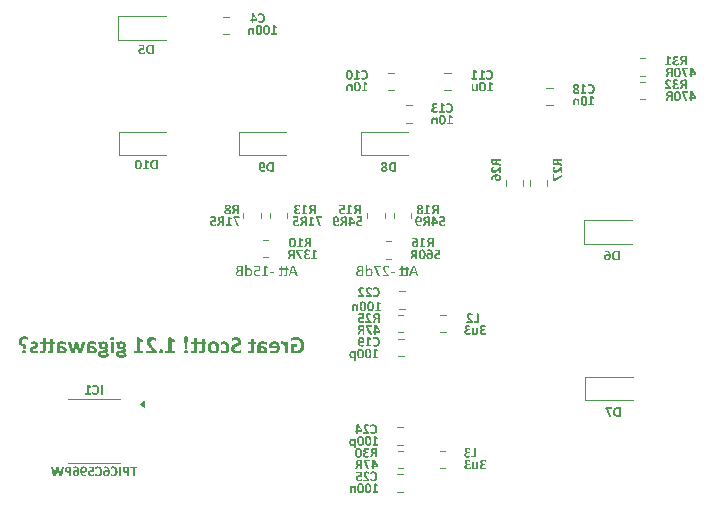
<source format=gbr>
%TF.GenerationSoftware,KiCad,Pcbnew,8.0.8*%
%TF.CreationDate,2025-02-24T20:15:37+01:00*%
%TF.ProjectId,Counter_input_module_1,436f756e-7465-4725-9f69-6e7075745f6d,rev?*%
%TF.SameCoordinates,Original*%
%TF.FileFunction,Legend,Bot*%
%TF.FilePolarity,Positive*%
%FSLAX46Y46*%
G04 Gerber Fmt 4.6, Leading zero omitted, Abs format (unit mm)*
G04 Created by KiCad (PCBNEW 8.0.8) date 2025-02-24 20:15:37*
%MOMM*%
%LPD*%
G01*
G04 APERTURE LIST*
%ADD10C,0.300000*%
%ADD11C,0.150000*%
%ADD12C,0.120000*%
G04 APERTURE END LIST*
D10*
G36*
X78285136Y-129605240D02*
G01*
X78287700Y-129656531D01*
X78295027Y-129690603D01*
X78306385Y-129708189D01*
X78322138Y-129713318D01*
X78365736Y-129695000D01*
X78432815Y-129660058D01*
X78444870Y-129654699D01*
X78514136Y-129628968D01*
X78562840Y-129614766D01*
X78636845Y-129600752D01*
X78710616Y-129596154D01*
X78721842Y-129596081D01*
X78797641Y-129601644D01*
X78872373Y-129620077D01*
X78897330Y-129629787D01*
X78965578Y-129667584D01*
X79024005Y-129717778D01*
X79031053Y-129725408D01*
X79077625Y-129788665D01*
X79110924Y-129857727D01*
X79116782Y-129873785D01*
X79135996Y-129947059D01*
X79145038Y-130020063D01*
X79146458Y-130065027D01*
X79142865Y-130140913D01*
X79130749Y-130216390D01*
X79116050Y-130267993D01*
X79084814Y-130339210D01*
X79041076Y-130403529D01*
X79031053Y-130414905D01*
X78975047Y-130463844D01*
X78909380Y-130500064D01*
X78899895Y-130503932D01*
X78824305Y-130525495D01*
X78747509Y-130533710D01*
X78730268Y-130533974D01*
X78657171Y-130527685D01*
X78640509Y-130524448D01*
X78570136Y-130501235D01*
X78558077Y-130495505D01*
X78558077Y-130205711D01*
X78810502Y-130205711D01*
X78839445Y-130181898D01*
X78849663Y-130107623D01*
X78849703Y-130100565D01*
X78847138Y-130050739D01*
X78839445Y-130018499D01*
X78826988Y-130000547D01*
X78810502Y-129994685D01*
X78360240Y-129994685D01*
X78330931Y-130000547D01*
X78308217Y-130017400D01*
X78293196Y-130044145D01*
X78288066Y-130080415D01*
X78288066Y-130606147D01*
X78299057Y-130660003D01*
X78343387Y-130695907D01*
X78414073Y-130719829D01*
X78426186Y-130723384D01*
X78499176Y-130741841D01*
X78528768Y-130747930D01*
X78602331Y-130759611D01*
X78636113Y-130763318D01*
X78710510Y-130767946D01*
X78744556Y-130768447D01*
X78822340Y-130765585D01*
X78895956Y-130756998D01*
X78973793Y-130740495D01*
X79030687Y-130722651D01*
X79098713Y-130693439D01*
X79167091Y-130653368D01*
X79227885Y-130605283D01*
X79244644Y-130589295D01*
X79295362Y-130530848D01*
X79338066Y-130464960D01*
X79372757Y-130391630D01*
X79378733Y-130376071D01*
X79401048Y-130302748D01*
X79416059Y-130224151D01*
X79423272Y-130149859D01*
X79424895Y-130091406D01*
X79421804Y-130011263D01*
X79412530Y-129935334D01*
X79397074Y-129863619D01*
X79375436Y-129796116D01*
X79344369Y-129725646D01*
X79306811Y-129661378D01*
X79257466Y-129597243D01*
X79235484Y-129573733D01*
X79175049Y-129520710D01*
X79107314Y-129476131D01*
X79040113Y-129443229D01*
X79016399Y-129433782D01*
X78941923Y-129410227D01*
X78862753Y-129394382D01*
X78788439Y-129386768D01*
X78730268Y-129385055D01*
X78652591Y-129387470D01*
X78577189Y-129395370D01*
X78572732Y-129396046D01*
X78498453Y-129410034D01*
X78448534Y-129423157D01*
X78379154Y-129448230D01*
X78360607Y-129457229D01*
X78311514Y-129489103D01*
X78291364Y-129528304D01*
X78285142Y-129602082D01*
X78285136Y-129605240D01*
G37*
G36*
X77441765Y-129875983D02*
G01*
X77443963Y-129934602D01*
X77450191Y-129970505D01*
X77460816Y-129988824D01*
X77477669Y-129993953D01*
X77496353Y-129990289D01*
X77519801Y-129982595D01*
X77548011Y-129974902D01*
X77582083Y-129971238D01*
X77625314Y-129980397D01*
X77670010Y-130009340D01*
X77718370Y-130061364D01*
X77761867Y-130123912D01*
X77772592Y-130141231D01*
X77772592Y-130704333D01*
X77778820Y-130722285D01*
X77800069Y-130735108D01*
X77839637Y-130742435D01*
X77902651Y-130745000D01*
X77965666Y-130742435D01*
X78005233Y-130735108D01*
X78026116Y-130722285D01*
X78032344Y-130704333D01*
X78032344Y-129800879D01*
X78027215Y-129782927D01*
X78008897Y-129770471D01*
X77974092Y-129762777D01*
X77920969Y-129760212D01*
X77866381Y-129762777D01*
X77833042Y-129770471D01*
X77815823Y-129783293D01*
X77810694Y-129800879D01*
X77810694Y-129913353D01*
X77765306Y-129852480D01*
X77742916Y-129826891D01*
X77687490Y-129776507D01*
X77682100Y-129772669D01*
X77624214Y-129744825D01*
X77566329Y-129736765D01*
X77537752Y-129738230D01*
X77505512Y-129743360D01*
X77476936Y-129751420D01*
X77458984Y-129760945D01*
X77450558Y-129771570D01*
X77446161Y-129788056D01*
X77442864Y-129819197D01*
X77441765Y-129875983D01*
G37*
G36*
X76941130Y-129738483D02*
G01*
X77016314Y-129749422D01*
X77090788Y-129772669D01*
X77122559Y-129787266D01*
X77185032Y-129826670D01*
X77238799Y-129876716D01*
X77264021Y-129907967D01*
X77303514Y-129973631D01*
X77331489Y-130043046D01*
X77349636Y-130113154D01*
X77360250Y-130188976D01*
X77363363Y-130262864D01*
X77360958Y-130332413D01*
X77351485Y-130410412D01*
X77332955Y-130486713D01*
X77322683Y-130515684D01*
X77288776Y-130583557D01*
X77240631Y-130644616D01*
X77220549Y-130663310D01*
X77156515Y-130707468D01*
X77086758Y-130737672D01*
X77019692Y-130755193D01*
X76945440Y-130765441D01*
X76871702Y-130768447D01*
X76817963Y-130766875D01*
X76744207Y-130758921D01*
X76711512Y-130753509D01*
X76637962Y-130737306D01*
X76632212Y-130735702D01*
X76561758Y-130711294D01*
X76525122Y-130691144D01*
X76514131Y-130676856D01*
X76508269Y-130658171D01*
X76504972Y-130631427D01*
X76503872Y-130593691D01*
X76505338Y-130552292D01*
X76511200Y-130526646D01*
X76521458Y-130514190D01*
X76536845Y-130510526D01*
X76577145Y-130521517D01*
X76639427Y-130545697D01*
X76656603Y-130551362D01*
X76728820Y-130569877D01*
X76773275Y-130576994D01*
X76848255Y-130580868D01*
X76888104Y-130579151D01*
X76962927Y-130563283D01*
X76980306Y-130556122D01*
X77041329Y-130511992D01*
X77053844Y-130496562D01*
X77085659Y-130430293D01*
X77093001Y-130399030D01*
X77099581Y-130322948D01*
X76540143Y-130322948D01*
X76481891Y-130300233D01*
X76460642Y-130229891D01*
X76460642Y-130188492D01*
X76461244Y-130158817D01*
X76711967Y-130158817D01*
X77099581Y-130158817D01*
X77098383Y-130140750D01*
X77084560Y-130067226D01*
X77082056Y-130059288D01*
X77047557Y-129992854D01*
X77044486Y-129988967D01*
X76986741Y-129943028D01*
X76974979Y-129937645D01*
X76900645Y-129924344D01*
X76888617Y-129924588D01*
X76815557Y-129940006D01*
X76755931Y-129986992D01*
X76740097Y-130012009D01*
X76716776Y-130083306D01*
X76711967Y-130158817D01*
X76461244Y-130158817D01*
X76461250Y-130158501D01*
X76468524Y-130083791D01*
X76485554Y-130008607D01*
X76488733Y-129998345D01*
X76519596Y-129926941D01*
X76562857Y-129865359D01*
X76572941Y-129854256D01*
X76631186Y-129805699D01*
X76697313Y-129770837D01*
X76745935Y-129754367D01*
X76819059Y-129740791D01*
X76894417Y-129736765D01*
X76941130Y-129738483D01*
G37*
G36*
X75917303Y-129737717D02*
G01*
X75993893Y-129744825D01*
X76025346Y-129749558D01*
X76099406Y-129765341D01*
X76114224Y-129769288D01*
X76184036Y-129792452D01*
X76234595Y-129822861D01*
X76254012Y-129857665D01*
X76259141Y-129910055D01*
X76256210Y-129955118D01*
X76247418Y-129989190D01*
X76232763Y-130010806D01*
X76212613Y-130018133D01*
X76170115Y-130003478D01*
X76104535Y-129971238D01*
X76084202Y-129962629D01*
X76014410Y-129938998D01*
X75974259Y-129930068D01*
X75898639Y-129924344D01*
X75889507Y-129924437D01*
X75815840Y-129934968D01*
X75762351Y-129967941D01*
X75733408Y-130023628D01*
X75732344Y-130027840D01*
X75724616Y-130101664D01*
X75724616Y-130158817D01*
X75814375Y-130158817D01*
X75880858Y-130160295D01*
X75955740Y-130166115D01*
X76029431Y-130177501D01*
X76040898Y-130179870D01*
X76114519Y-130200857D01*
X76184403Y-130234288D01*
X76233009Y-130271874D01*
X76278192Y-130331741D01*
X76301823Y-130396038D01*
X76309699Y-130470959D01*
X76305648Y-130527828D01*
X76285153Y-130600286D01*
X76265688Y-130636198D01*
X76215544Y-130692976D01*
X76179480Y-130718427D01*
X76109298Y-130749396D01*
X76049283Y-130763070D01*
X75974842Y-130768447D01*
X75958360Y-130768122D01*
X75885191Y-130758004D01*
X75813642Y-130731444D01*
X75804636Y-130726726D01*
X75741014Y-130685408D01*
X75684316Y-130633625D01*
X75684316Y-130706898D01*
X75675523Y-130729612D01*
X75645847Y-130741336D01*
X75578070Y-130745000D01*
X75512857Y-130741702D01*
X75480251Y-130729979D01*
X75469993Y-130707264D01*
X75469993Y-130474989D01*
X75724616Y-130474989D01*
X75756934Y-130507812D01*
X75817672Y-130554124D01*
X75844128Y-130567052D01*
X75918056Y-130580868D01*
X75952301Y-130578347D01*
X76019539Y-130548995D01*
X76035567Y-130531409D01*
X76056175Y-130461067D01*
X76043353Y-130402449D01*
X76002686Y-130358852D01*
X76000930Y-130357739D01*
X75930512Y-130332107D01*
X75897871Y-130326892D01*
X75823534Y-130322948D01*
X75724616Y-130322948D01*
X75724616Y-130474989D01*
X75469993Y-130474989D01*
X75469993Y-130095436D01*
X75470081Y-130083812D01*
X75475671Y-130008058D01*
X75492707Y-129933503D01*
X75517701Y-129878645D01*
X75564881Y-129822128D01*
X75621209Y-129784209D01*
X75691277Y-129757648D01*
X75726284Y-129749511D01*
X75799297Y-129739702D01*
X75875924Y-129736765D01*
X75917303Y-129737717D01*
G37*
G36*
X74692201Y-130626297D02*
G01*
X74698063Y-130694075D01*
X74713084Y-130727048D01*
X74740195Y-130744267D01*
X74782327Y-130757090D01*
X74835083Y-130765516D01*
X74892236Y-130768447D01*
X74968580Y-130762863D01*
X75026325Y-130748663D01*
X75092014Y-130714184D01*
X75119748Y-130688946D01*
X75159952Y-130626578D01*
X75174337Y-130586730D01*
X75188058Y-130514638D01*
X75191922Y-130440551D01*
X75191922Y-129971238D01*
X75301831Y-129971238D01*
X75331873Y-129947058D01*
X75342091Y-129872698D01*
X75342131Y-129865725D01*
X75339567Y-129815167D01*
X75331873Y-129782561D01*
X75319050Y-129765341D01*
X75301099Y-129760212D01*
X75191922Y-129760212D01*
X75191922Y-129547355D01*
X75186427Y-129527937D01*
X75165544Y-129513649D01*
X75125610Y-129505223D01*
X75062962Y-129502292D01*
X74999947Y-129505223D01*
X74960380Y-129513649D01*
X74939497Y-129527937D01*
X74933269Y-129547355D01*
X74933269Y-129760212D01*
X74733234Y-129760212D01*
X74715282Y-129765341D01*
X74702459Y-129782561D01*
X74694766Y-129815167D01*
X74692201Y-129865725D01*
X74700055Y-129940418D01*
X74702459Y-129947058D01*
X74732501Y-129971238D01*
X74933269Y-129971238D01*
X74933269Y-130406113D01*
X74925850Y-130479194D01*
X74909822Y-130519685D01*
X74843293Y-130556500D01*
X74825191Y-130557421D01*
X74788189Y-130553757D01*
X74758879Y-130545697D01*
X74736898Y-130537271D01*
X74721144Y-130533607D01*
X74709420Y-130537271D01*
X74700628Y-130551926D01*
X74694766Y-130580502D01*
X74692201Y-130626297D01*
G37*
G36*
X73228576Y-130344197D02*
G01*
X73234089Y-130419450D01*
X73252502Y-130492836D01*
X73267777Y-130528845D01*
X73307407Y-130593359D01*
X73357696Y-130647776D01*
X73374023Y-130661468D01*
X73436784Y-130702972D01*
X73508381Y-130734518D01*
X73530460Y-130741702D01*
X73605385Y-130759018D01*
X73684300Y-130767507D01*
X73722069Y-130768447D01*
X73796837Y-130764853D01*
X73850662Y-130757090D01*
X73922242Y-130740132D01*
X73955076Y-130729612D01*
X74023077Y-130700280D01*
X74030914Y-130695907D01*
X74074877Y-130664766D01*
X74093928Y-130625931D01*
X74099424Y-130553391D01*
X74097592Y-130499902D01*
X74090631Y-130465097D01*
X74078175Y-130446046D01*
X74060223Y-130440184D01*
X74019556Y-130458503D01*
X73954696Y-130497432D01*
X73952145Y-130498803D01*
X73884496Y-130528509D01*
X73853593Y-130539103D01*
X73779396Y-130554398D01*
X73721336Y-130557421D01*
X73647737Y-130549198D01*
X73632676Y-130544965D01*
X73566364Y-130510160D01*
X73524598Y-130454106D01*
X73509958Y-130381925D01*
X73509944Y-130379368D01*
X73530404Y-130307559D01*
X73534856Y-130301332D01*
X73589594Y-130249881D01*
X73599337Y-130243447D01*
X73664870Y-130207383D01*
X73689462Y-130196186D01*
X73756917Y-130165907D01*
X73793510Y-130149291D01*
X73859226Y-130115574D01*
X73897557Y-130092871D01*
X73956290Y-130048621D01*
X73987683Y-130017400D01*
X74031417Y-129956292D01*
X74052163Y-129913719D01*
X74072011Y-129838706D01*
X74076709Y-129770104D01*
X74070844Y-129695984D01*
X74051410Y-129624818D01*
X74041172Y-129601577D01*
X74002462Y-129538701D01*
X73949282Y-129483700D01*
X73945551Y-129480676D01*
X73879788Y-129438728D01*
X73808487Y-129410381D01*
X73803401Y-129408869D01*
X73729701Y-129392590D01*
X73652213Y-129385427D01*
X73629378Y-129385055D01*
X73555533Y-129389751D01*
X73534856Y-129392749D01*
X73461815Y-129408284D01*
X73446196Y-129412899D01*
X73376945Y-129439840D01*
X73372923Y-129441842D01*
X73330792Y-129468220D01*
X73316870Y-129486172D01*
X73310642Y-129505223D01*
X73306978Y-129534898D01*
X73305879Y-129579595D01*
X73307344Y-129630153D01*
X73312473Y-129664225D01*
X73323098Y-129683642D01*
X73341050Y-129689870D01*
X73377320Y-129675216D01*
X73437770Y-129642609D01*
X73506704Y-129615281D01*
X73521301Y-129610736D01*
X73594160Y-129597240D01*
X73625348Y-129596081D01*
X73698485Y-129605741D01*
X73702651Y-129607072D01*
X73757972Y-129637114D01*
X73790945Y-129683276D01*
X73801570Y-129740062D01*
X73781711Y-129810782D01*
X73777390Y-129816999D01*
X73722452Y-129868450D01*
X73712543Y-129874884D01*
X73645361Y-129911154D01*
X73620219Y-129922512D01*
X73551630Y-129952625D01*
X73515073Y-129969406D01*
X73448927Y-130002808D01*
X73409926Y-130025460D01*
X73349934Y-130069710D01*
X73318335Y-130100931D01*
X73274114Y-130161896D01*
X73253489Y-130204246D01*
X73233344Y-130277739D01*
X73228576Y-130344197D01*
G37*
G36*
X72346737Y-130575006D02*
G01*
X72348203Y-130618604D01*
X72352233Y-130647913D01*
X72358461Y-130667330D01*
X72374581Y-130685648D01*
X72417079Y-130712393D01*
X72484856Y-130740603D01*
X72556864Y-130758755D01*
X72568021Y-130760753D01*
X72642346Y-130768176D01*
X72659979Y-130768447D01*
X72736262Y-130763810D01*
X72811229Y-130748322D01*
X72848290Y-130735474D01*
X72914798Y-130700662D01*
X72971348Y-130653929D01*
X72985676Y-130638387D01*
X73028963Y-130576888D01*
X73059991Y-130510112D01*
X73069574Y-130481950D01*
X73086764Y-130408723D01*
X73095552Y-130335081D01*
X73097784Y-130270191D01*
X73095060Y-130195690D01*
X73085643Y-130119913D01*
X73067516Y-130045071D01*
X73063346Y-130032421D01*
X73033653Y-129962028D01*
X72992765Y-129896814D01*
X72966992Y-129866458D01*
X72908538Y-129815277D01*
X72841529Y-129777140D01*
X72820812Y-129768639D01*
X72749330Y-129748002D01*
X72672405Y-129737886D01*
X72635066Y-129736765D01*
X72561897Y-129742783D01*
X72554466Y-129744092D01*
X72482251Y-129763102D01*
X72480094Y-129763876D01*
X72418545Y-129792086D01*
X72379710Y-129819197D01*
X72363956Y-129838248D01*
X72356629Y-129858398D01*
X72352233Y-129889173D01*
X72350767Y-129933136D01*
X72357539Y-130006959D01*
X72361025Y-130017400D01*
X72387770Y-130041580D01*
X72425139Y-130026926D01*
X72471301Y-129994685D01*
X72535415Y-129962445D01*
X72608290Y-129948149D01*
X72624075Y-129947791D01*
X72698195Y-129960670D01*
X72760706Y-130003345D01*
X72778681Y-130025826D01*
X72811276Y-130094606D01*
X72826946Y-130167585D01*
X72832118Y-130245441D01*
X72832170Y-130254804D01*
X72828447Y-130328861D01*
X72818981Y-130385963D01*
X72794281Y-130455386D01*
X72779047Y-130481217D01*
X72725144Y-130531952D01*
X72713101Y-130538370D01*
X72640098Y-130556751D01*
X72620778Y-130557421D01*
X72546369Y-130548700D01*
X72528820Y-130543133D01*
X72461043Y-130510526D01*
X72412683Y-130478286D01*
X72379710Y-130463632D01*
X72364323Y-130468761D01*
X72354431Y-130487079D01*
X72348935Y-130521517D01*
X72346737Y-130575006D01*
G37*
G36*
X71795207Y-129739779D02*
G01*
X71872198Y-129751649D01*
X71947400Y-129774867D01*
X71981614Y-129790125D01*
X72048231Y-129830785D01*
X72104570Y-129881845D01*
X72130489Y-129913471D01*
X72170716Y-129979275D01*
X72198726Y-130048175D01*
X72215341Y-130110593D01*
X72226510Y-130183798D01*
X72230233Y-130261765D01*
X72227973Y-130327685D01*
X72219071Y-130402586D01*
X72201657Y-130477187D01*
X72191861Y-130505992D01*
X72159359Y-130574019D01*
X72112997Y-130636189D01*
X72093478Y-130655597D01*
X72030927Y-130702039D01*
X71962421Y-130734741D01*
X71896398Y-130753931D01*
X71822756Y-130765155D01*
X71749197Y-130768447D01*
X71680444Y-130765462D01*
X71603338Y-130753706D01*
X71527913Y-130730711D01*
X71493463Y-130715315D01*
X71426599Y-130674358D01*
X71370376Y-130623000D01*
X71344350Y-130591124D01*
X71304202Y-130525227D01*
X71276587Y-130456671D01*
X71260165Y-130394446D01*
X71249126Y-130321371D01*
X71245965Y-130254438D01*
X71512159Y-130254438D01*
X71514066Y-130305855D01*
X71525715Y-130381933D01*
X71533225Y-130408746D01*
X71566748Y-130476821D01*
X71577730Y-130490877D01*
X71637822Y-130536905D01*
X71666380Y-130547724D01*
X71740038Y-130557421D01*
X71774273Y-130555624D01*
X71847016Y-130534706D01*
X71862597Y-130525544D01*
X71915526Y-130470959D01*
X71928645Y-130446542D01*
X71952163Y-130373872D01*
X71959516Y-130326636D01*
X71963520Y-130251507D01*
X71961562Y-130200141D01*
X71949598Y-130124378D01*
X71941767Y-130097542D01*
X71907833Y-130029124D01*
X71896850Y-130014831D01*
X71836758Y-129968674D01*
X71808308Y-129957661D01*
X71735642Y-129947791D01*
X71700933Y-129949617D01*
X71628297Y-129970872D01*
X71610367Y-129981846D01*
X71559787Y-130035352D01*
X71545032Y-130062464D01*
X71523150Y-130132438D01*
X71516034Y-130179438D01*
X71512159Y-130254438D01*
X71245965Y-130254438D01*
X71245446Y-130243447D01*
X71247736Y-130177025D01*
X71256752Y-130101824D01*
X71274389Y-130027292D01*
X71284070Y-129998487D01*
X71316275Y-129930460D01*
X71362316Y-129868290D01*
X71381633Y-129848794D01*
X71443903Y-129802392D01*
X71512526Y-129770104D01*
X71578635Y-129751123D01*
X71652537Y-129740021D01*
X71726482Y-129736765D01*
X71795207Y-129739779D01*
G37*
G36*
X69848866Y-130626297D02*
G01*
X69854727Y-130693342D01*
X69870115Y-130726681D01*
X69897958Y-130743534D01*
X69939724Y-130756357D01*
X69991748Y-130765516D01*
X70047801Y-130768447D01*
X70125003Y-130762863D01*
X70182990Y-130748663D01*
X70249002Y-130714184D01*
X70276779Y-130688946D01*
X70316983Y-130626578D01*
X70331367Y-130586730D01*
X70345089Y-130514638D01*
X70348953Y-130440551D01*
X70348953Y-129971238D01*
X70743527Y-129971238D01*
X70743527Y-130406113D01*
X70736108Y-130479194D01*
X70720080Y-130519685D01*
X70653551Y-130556500D01*
X70635450Y-130557421D01*
X70598447Y-130553757D01*
X70569138Y-130545697D01*
X70547156Y-130537271D01*
X70531402Y-130533607D01*
X70519678Y-130537271D01*
X70510886Y-130551926D01*
X70505024Y-130580502D01*
X70502459Y-130626297D01*
X70503925Y-130670994D01*
X70507955Y-130698471D01*
X70514183Y-130717156D01*
X70526273Y-130731078D01*
X70551919Y-130744633D01*
X70593318Y-130757090D01*
X70645341Y-130765516D01*
X70702494Y-130768447D01*
X70778838Y-130762863D01*
X70836584Y-130748663D01*
X70902273Y-130714184D01*
X70930006Y-130688946D01*
X70970210Y-130626578D01*
X70984595Y-130586730D01*
X70998316Y-130514638D01*
X71002180Y-130440551D01*
X71002180Y-129971238D01*
X71112090Y-129971238D01*
X71142131Y-129947058D01*
X71152350Y-129872698D01*
X71152390Y-129865725D01*
X71149825Y-129815167D01*
X71142131Y-129782561D01*
X71129309Y-129765341D01*
X71111357Y-129760212D01*
X71002180Y-129760212D01*
X71002180Y-129547355D01*
X70996685Y-129527937D01*
X70975802Y-129513649D01*
X70935868Y-129505223D01*
X70873220Y-129502292D01*
X70810205Y-129505223D01*
X70770638Y-129513649D01*
X70749755Y-129527937D01*
X70743527Y-129547355D01*
X70743527Y-129760212D01*
X70348953Y-129760212D01*
X70348953Y-129499727D01*
X70343457Y-129480676D01*
X70322575Y-129467121D01*
X70282641Y-129458695D01*
X70219993Y-129455397D01*
X70156978Y-129458695D01*
X70117411Y-129467121D01*
X70096528Y-129480676D01*
X70090300Y-129499727D01*
X70090300Y-129760212D01*
X69890265Y-129760212D01*
X69872679Y-129765341D01*
X69859856Y-129782561D01*
X69851430Y-129815167D01*
X69848866Y-129865725D01*
X69856690Y-129938600D01*
X69859856Y-129947058D01*
X69889166Y-129971238D01*
X70090300Y-129971238D01*
X70090300Y-130406113D01*
X70082997Y-130479194D01*
X70067219Y-130519685D01*
X70000265Y-130556500D01*
X69981856Y-130557421D01*
X69944853Y-130553757D01*
X69915910Y-130545697D01*
X69894295Y-130537271D01*
X69877808Y-130533607D01*
X69866451Y-130537271D01*
X69857658Y-130551926D01*
X69851430Y-130580502D01*
X69848866Y-130626297D01*
G37*
G36*
X69302983Y-130324780D02*
G01*
X69309211Y-130343464D01*
X69327163Y-130357752D01*
X69362334Y-130366912D01*
X69416189Y-130369842D01*
X69471144Y-130366912D01*
X69505582Y-130357752D01*
X69523534Y-130343464D01*
X69529762Y-130324780D01*
X69556507Y-129369302D01*
X69550279Y-129345488D01*
X69528297Y-129327903D01*
X69485066Y-129318011D01*
X69416189Y-129314713D01*
X69348412Y-129318377D01*
X69305914Y-129329002D01*
X69283199Y-129345854D01*
X69276238Y-129369302D01*
X69302983Y-130324780D01*
G37*
G36*
X69271109Y-130617505D02*
G01*
X69278070Y-130688946D01*
X69301517Y-130735474D01*
X69346214Y-130760753D01*
X69416189Y-130768447D01*
X69486898Y-130760753D01*
X69531594Y-130735474D01*
X69555041Y-130688946D01*
X69561636Y-130617505D01*
X69555041Y-130544965D01*
X69531594Y-130497337D01*
X69486898Y-130471325D01*
X69416189Y-130463632D01*
X69346214Y-130471325D01*
X69301517Y-130497337D01*
X69278070Y-130544965D01*
X69271109Y-130617505D01*
G37*
G36*
X67668265Y-130640952D02*
G01*
X67671563Y-130690411D01*
X67680355Y-130722651D01*
X67693178Y-130739870D01*
X67709298Y-130745000D01*
X68444958Y-130745000D01*
X68460711Y-130739870D01*
X68473534Y-130722651D01*
X68482327Y-130690411D01*
X68485258Y-130640952D01*
X68482693Y-130590760D01*
X68474633Y-130557787D01*
X68461810Y-130539836D01*
X68444958Y-130533974D01*
X68196929Y-130533974D01*
X68196929Y-129666423D01*
X68411252Y-129783660D01*
X68450087Y-129797581D01*
X68473534Y-129791353D01*
X68485624Y-129761678D01*
X68488555Y-129702327D01*
X68487456Y-129662759D01*
X68482327Y-129636015D01*
X68471336Y-129617697D01*
X68451552Y-129602676D01*
X68165055Y-129421692D01*
X68152233Y-129415097D01*
X68132083Y-129411067D01*
X68099476Y-129409235D01*
X68047452Y-129408503D01*
X67984071Y-129409968D01*
X67947801Y-129415097D01*
X67931315Y-129424989D01*
X67926919Y-129440376D01*
X67926919Y-130533974D01*
X67709665Y-130533974D01*
X67692445Y-130539836D01*
X67679256Y-130557787D01*
X67670830Y-130590760D01*
X67668265Y-130640952D01*
G37*
G36*
X67142166Y-130578304D02*
G01*
X67148618Y-130652195D01*
X67175872Y-130710928D01*
X67246822Y-130741672D01*
X67295673Y-130745000D01*
X67368763Y-130736665D01*
X67415108Y-130711660D01*
X67444184Y-130641704D01*
X67448080Y-130584532D01*
X67441699Y-130509890D01*
X67414741Y-130450809D01*
X67347632Y-130420763D01*
X67293841Y-130416737D01*
X67217643Y-130426250D01*
X67175139Y-130450443D01*
X67146062Y-130520550D01*
X67142166Y-130578304D01*
G37*
G36*
X66032083Y-130639120D02*
G01*
X66034647Y-130688213D01*
X66042341Y-130721186D01*
X66055896Y-130739504D01*
X66074214Y-130745000D01*
X66841015Y-130745000D01*
X66879849Y-130740969D01*
X66906960Y-130725582D01*
X66921981Y-130691877D01*
X66926378Y-130635090D01*
X66923447Y-130578304D01*
X66912090Y-130536538D01*
X66890840Y-130500268D01*
X66857501Y-130461800D01*
X66626692Y-130203147D01*
X66575144Y-130146919D01*
X66526634Y-130087301D01*
X66515683Y-130072355D01*
X66473901Y-130008946D01*
X66449738Y-129964277D01*
X66422467Y-129895172D01*
X66417131Y-129874152D01*
X66408373Y-129800757D01*
X66408339Y-129796116D01*
X66419330Y-129727606D01*
X66451203Y-129671186D01*
X66504326Y-129633450D01*
X66576740Y-129619542D01*
X66579431Y-129619528D01*
X66653257Y-129625682D01*
X66687142Y-129633817D01*
X66755848Y-129659454D01*
X66769574Y-129666057D01*
X66828925Y-129698663D01*
X66865928Y-129713318D01*
X66881681Y-129707456D01*
X66892672Y-129688039D01*
X66899267Y-129651036D01*
X66901831Y-129594616D01*
X66900366Y-129556880D01*
X66895969Y-129530502D01*
X66887543Y-129510718D01*
X66869591Y-129490568D01*
X66821964Y-129460893D01*
X66752373Y-129431024D01*
X66736967Y-129425722D01*
X66666192Y-129405488D01*
X66625593Y-129396779D01*
X66551565Y-129386990D01*
X66498831Y-129385055D01*
X66424504Y-129388765D01*
X66347167Y-129402469D01*
X66317114Y-129411434D01*
X66249832Y-129440671D01*
X66187787Y-129484706D01*
X66138019Y-129543027D01*
X66110851Y-129596081D01*
X66091126Y-129667383D01*
X66085572Y-129734933D01*
X66089963Y-129812034D01*
X66098028Y-129863893D01*
X66120504Y-129938327D01*
X66149685Y-130000547D01*
X66189907Y-130067676D01*
X66234317Y-130130016D01*
X66259961Y-130162847D01*
X66308891Y-130221050D01*
X66360636Y-130278205D01*
X66412763Y-130332805D01*
X66448272Y-130368743D01*
X66603977Y-130533974D01*
X66078611Y-130533974D01*
X66059560Y-130539836D01*
X66044539Y-130558154D01*
X66035380Y-130591127D01*
X66032083Y-130639120D01*
G37*
G36*
X64980617Y-130640952D02*
G01*
X64983914Y-130690411D01*
X64992707Y-130722651D01*
X65005530Y-130739870D01*
X65021650Y-130745000D01*
X65757309Y-130745000D01*
X65773063Y-130739870D01*
X65785886Y-130722651D01*
X65794678Y-130690411D01*
X65797609Y-130640952D01*
X65795045Y-130590760D01*
X65786985Y-130557787D01*
X65774162Y-130539836D01*
X65757309Y-130533974D01*
X65509281Y-130533974D01*
X65509281Y-129666423D01*
X65723604Y-129783660D01*
X65762438Y-129797581D01*
X65785886Y-129791353D01*
X65797976Y-129761678D01*
X65800907Y-129702327D01*
X65799808Y-129662759D01*
X65794678Y-129636015D01*
X65783688Y-129617697D01*
X65763904Y-129602676D01*
X65477407Y-129421692D01*
X65464584Y-129415097D01*
X65444434Y-129411067D01*
X65411828Y-129409235D01*
X65359804Y-129408503D01*
X65296423Y-129409968D01*
X65260153Y-129415097D01*
X65243667Y-129424989D01*
X65239270Y-129440376D01*
X65239270Y-130533974D01*
X65022016Y-130533974D01*
X65004797Y-130539836D01*
X64991608Y-130557787D01*
X64983182Y-130590760D01*
X64980617Y-130640952D01*
G37*
G36*
X63949059Y-129736787D02*
G01*
X64024590Y-129742444D01*
X64098412Y-129759480D01*
X64155924Y-129783212D01*
X64218946Y-129825059D01*
X64258726Y-129865961D01*
X64297714Y-129929473D01*
X64318872Y-129995601D01*
X64325924Y-130070157D01*
X64322884Y-130121762D01*
X64304309Y-130192889D01*
X64292608Y-130216725D01*
X64246789Y-130277519D01*
X64275110Y-130307193D01*
X64318597Y-130370575D01*
X64335564Y-130410864D01*
X64346441Y-130484881D01*
X64345283Y-130506454D01*
X64322260Y-130577205D01*
X64310718Y-130594653D01*
X64253750Y-130643517D01*
X64310537Y-130692976D01*
X64352302Y-130746831D01*
X64377948Y-130806182D01*
X64386741Y-130871029D01*
X64384828Y-130901039D01*
X64362561Y-130971413D01*
X64342517Y-131001382D01*
X64285258Y-131050181D01*
X64220439Y-131081079D01*
X64149337Y-131101472D01*
X64099861Y-131110504D01*
X64025509Y-131117949D01*
X63948935Y-131120157D01*
X63883540Y-131118099D01*
X63810146Y-131109996D01*
X63738276Y-131094145D01*
X63727085Y-131090865D01*
X63655478Y-131063736D01*
X63588066Y-131023803D01*
X63541564Y-130981608D01*
X63498674Y-130918290D01*
X63478137Y-130863853D01*
X63469800Y-130798489D01*
X63728384Y-130798489D01*
X63738642Y-130847948D01*
X63773813Y-130890446D01*
X63838660Y-130920854D01*
X63862629Y-130926522D01*
X63937578Y-130932578D01*
X64012401Y-130927599D01*
X64084490Y-130906566D01*
X64102170Y-130895962D01*
X64136514Y-130830362D01*
X64133583Y-130799221D01*
X64120394Y-130768080D01*
X64094748Y-130734741D01*
X64051884Y-130698105D01*
X63867602Y-130703234D01*
X63836759Y-130705547D01*
X63765387Y-130729246D01*
X63760906Y-130732307D01*
X63728384Y-130798489D01*
X63469800Y-130798489D01*
X63468632Y-130789330D01*
X63470814Y-130751727D01*
X63490980Y-130678321D01*
X63504910Y-130652043D01*
X63554727Y-130595157D01*
X63588834Y-130571268D01*
X63658042Y-130541301D01*
X63723438Y-130526005D01*
X63797260Y-130518953D01*
X64021109Y-130510526D01*
X64024042Y-130510371D01*
X64094748Y-130488178D01*
X64120760Y-130435788D01*
X64111235Y-130392191D01*
X64088886Y-130358119D01*
X64027337Y-130382665D01*
X64017199Y-130385155D01*
X63942707Y-130393290D01*
X63937319Y-130393269D01*
X63860184Y-130387886D01*
X63785537Y-130371674D01*
X63727664Y-130348904D01*
X63665003Y-130308293D01*
X63628092Y-130271215D01*
X63588066Y-130205711D01*
X63568008Y-130140224D01*
X63561322Y-130066127D01*
X63561436Y-130065394D01*
X63789200Y-130065394D01*
X63799092Y-130118883D01*
X63827669Y-130163946D01*
X63875662Y-130194720D01*
X63943806Y-130205711D01*
X63990206Y-130201382D01*
X64058112Y-130169075D01*
X64081473Y-130140727D01*
X64099145Y-130069057D01*
X64089986Y-130014103D01*
X64061775Y-129967575D01*
X64013782Y-129936067D01*
X63946737Y-129924344D01*
X63899129Y-129928759D01*
X63830600Y-129961713D01*
X63805372Y-129993638D01*
X63789200Y-130065394D01*
X63561436Y-130065394D01*
X63571214Y-130002745D01*
X63603820Y-129947791D01*
X63495376Y-129947791D01*
X63467533Y-129925076D01*
X63456175Y-129855101D01*
X63467166Y-129782194D01*
X63495376Y-129760212D01*
X63787002Y-129760212D01*
X63789138Y-129759530D01*
X63861008Y-129742993D01*
X63868459Y-129741880D01*
X63943806Y-129736765D01*
X63949059Y-129736787D01*
G37*
G36*
X63030094Y-130704333D02*
G01*
X63036322Y-130722285D01*
X63057571Y-130735108D01*
X63097138Y-130742435D01*
X63160153Y-130745000D01*
X63223168Y-130742435D01*
X63262735Y-130735108D01*
X63283618Y-130722285D01*
X63289846Y-130704333D01*
X63289846Y-129802711D01*
X63283618Y-129785125D01*
X63262735Y-129771936D01*
X63223168Y-129763510D01*
X63160153Y-129760212D01*
X63097138Y-129763510D01*
X63057571Y-129771936D01*
X63036322Y-129785125D01*
X63030094Y-129802711D01*
X63030094Y-130704333D01*
G37*
G36*
X63010310Y-129476646D02*
G01*
X63020395Y-129551969D01*
X63042184Y-129588754D01*
X63111985Y-129616523D01*
X63160886Y-129619528D01*
X63234159Y-129612110D01*
X63278855Y-129589853D01*
X63306858Y-129522063D01*
X63309263Y-129482142D01*
X63299294Y-129406704D01*
X63277756Y-129369668D01*
X63207939Y-129341238D01*
X63158688Y-129338161D01*
X63082538Y-129346743D01*
X63041451Y-129368569D01*
X63012773Y-129436696D01*
X63010310Y-129476646D01*
G37*
G36*
X62438173Y-129736787D02*
G01*
X62513703Y-129742444D01*
X62587526Y-129759480D01*
X62645038Y-129783212D01*
X62708060Y-129825059D01*
X62747840Y-129865961D01*
X62786828Y-129929473D01*
X62807985Y-129995601D01*
X62815038Y-130070157D01*
X62811998Y-130121762D01*
X62793422Y-130192889D01*
X62781722Y-130216725D01*
X62735903Y-130277519D01*
X62764223Y-130307193D01*
X62807711Y-130370575D01*
X62824678Y-130410864D01*
X62835554Y-130484881D01*
X62834397Y-130506454D01*
X62811374Y-130577205D01*
X62799831Y-130594653D01*
X62742864Y-130643517D01*
X62799651Y-130692976D01*
X62841416Y-130746831D01*
X62867062Y-130806182D01*
X62875854Y-130871029D01*
X62873942Y-130901039D01*
X62851674Y-130971413D01*
X62831631Y-131001382D01*
X62774371Y-131050181D01*
X62709553Y-131081079D01*
X62638450Y-131101472D01*
X62588975Y-131110504D01*
X62514623Y-131117949D01*
X62438049Y-131120157D01*
X62372654Y-131118099D01*
X62299260Y-131109996D01*
X62227390Y-131094145D01*
X62216198Y-131090865D01*
X62144591Y-131063736D01*
X62077180Y-131023803D01*
X62030678Y-130981608D01*
X61987787Y-130918290D01*
X61967251Y-130863853D01*
X61958913Y-130798489D01*
X62217498Y-130798489D01*
X62227756Y-130847948D01*
X62262927Y-130890446D01*
X62327773Y-130920854D01*
X62351743Y-130926522D01*
X62426692Y-130932578D01*
X62501515Y-130927599D01*
X62573604Y-130906566D01*
X62591284Y-130895962D01*
X62625628Y-130830362D01*
X62622697Y-130799221D01*
X62609508Y-130768080D01*
X62583862Y-130734741D01*
X62540997Y-130698105D01*
X62356716Y-130703234D01*
X62325873Y-130705547D01*
X62254501Y-130729246D01*
X62250020Y-130732307D01*
X62217498Y-130798489D01*
X61958913Y-130798489D01*
X61957745Y-130789330D01*
X61959928Y-130751727D01*
X61980094Y-130678321D01*
X61994023Y-130652043D01*
X62043841Y-130595157D01*
X62077947Y-130571268D01*
X62147156Y-130541301D01*
X62212552Y-130526005D01*
X62286374Y-130518953D01*
X62510223Y-130510526D01*
X62513156Y-130510371D01*
X62583862Y-130488178D01*
X62609874Y-130435788D01*
X62600348Y-130392191D01*
X62578000Y-130358119D01*
X62516451Y-130382665D01*
X62506313Y-130385155D01*
X62431821Y-130393290D01*
X62426432Y-130393269D01*
X62349297Y-130387886D01*
X62274651Y-130371674D01*
X62216778Y-130348904D01*
X62154117Y-130308293D01*
X62117206Y-130271215D01*
X62077180Y-130205711D01*
X62057122Y-130140224D01*
X62050436Y-130066127D01*
X62050550Y-130065394D01*
X62278314Y-130065394D01*
X62288206Y-130118883D01*
X62316782Y-130163946D01*
X62364776Y-130194720D01*
X62432920Y-130205711D01*
X62479320Y-130201382D01*
X62547226Y-130169075D01*
X62570587Y-130140727D01*
X62588258Y-130069057D01*
X62579099Y-130014103D01*
X62550889Y-129967575D01*
X62502896Y-129936067D01*
X62435851Y-129924344D01*
X62388242Y-129928759D01*
X62319713Y-129961713D01*
X62294486Y-129993638D01*
X62278314Y-130065394D01*
X62050550Y-130065394D01*
X62060327Y-130002745D01*
X62092934Y-129947791D01*
X61984490Y-129947791D01*
X61956646Y-129925076D01*
X61945289Y-129855101D01*
X61956280Y-129782194D01*
X61984490Y-129760212D01*
X62276116Y-129760212D01*
X62278251Y-129759530D01*
X62350122Y-129742993D01*
X62357573Y-129741880D01*
X62432920Y-129736765D01*
X62438173Y-129736787D01*
G37*
G36*
X61478154Y-129737717D02*
G01*
X61554745Y-129744825D01*
X61586198Y-129749558D01*
X61660258Y-129765341D01*
X61675075Y-129769288D01*
X61744888Y-129792452D01*
X61795446Y-129822861D01*
X61814863Y-129857665D01*
X61819993Y-129910055D01*
X61817062Y-129955118D01*
X61808269Y-129989190D01*
X61793614Y-130010806D01*
X61773464Y-130018133D01*
X61730966Y-130003478D01*
X61665387Y-129971238D01*
X61645054Y-129962629D01*
X61575261Y-129938998D01*
X61535110Y-129930068D01*
X61459490Y-129924344D01*
X61450358Y-129924437D01*
X61376692Y-129934968D01*
X61323203Y-129967941D01*
X61294260Y-130023628D01*
X61293195Y-130027840D01*
X61285467Y-130101664D01*
X61285467Y-130158817D01*
X61375226Y-130158817D01*
X61441710Y-130160295D01*
X61516591Y-130166115D01*
X61590282Y-130177501D01*
X61601750Y-130179870D01*
X61675370Y-130200857D01*
X61745254Y-130234288D01*
X61793860Y-130271874D01*
X61839043Y-130331741D01*
X61862674Y-130396038D01*
X61870551Y-130470959D01*
X61866500Y-130527828D01*
X61846004Y-130600286D01*
X61826539Y-130636198D01*
X61776395Y-130692976D01*
X61740331Y-130718427D01*
X61670150Y-130749396D01*
X61610134Y-130763070D01*
X61535694Y-130768447D01*
X61519212Y-130768122D01*
X61446042Y-130758004D01*
X61374494Y-130731444D01*
X61365488Y-130726726D01*
X61301866Y-130685408D01*
X61245167Y-130633625D01*
X61245167Y-130706898D01*
X61236374Y-130729612D01*
X61206699Y-130741336D01*
X61138921Y-130745000D01*
X61073709Y-130741702D01*
X61041102Y-130729979D01*
X61030844Y-130707264D01*
X61030844Y-130474989D01*
X61285467Y-130474989D01*
X61317786Y-130507812D01*
X61378524Y-130554124D01*
X61404979Y-130567052D01*
X61478907Y-130580868D01*
X61513152Y-130578347D01*
X61580390Y-130548995D01*
X61596419Y-130531409D01*
X61617027Y-130461067D01*
X61604204Y-130402449D01*
X61563538Y-130358852D01*
X61561781Y-130357739D01*
X61491364Y-130332107D01*
X61458722Y-130326892D01*
X61384385Y-130322948D01*
X61285467Y-130322948D01*
X61285467Y-130474989D01*
X61030844Y-130474989D01*
X61030844Y-130095436D01*
X61030933Y-130083812D01*
X61036523Y-130008058D01*
X61053558Y-129933503D01*
X61078553Y-129878645D01*
X61125732Y-129822128D01*
X61182061Y-129784209D01*
X61252128Y-129757648D01*
X61287135Y-129749511D01*
X61360148Y-129739702D01*
X61436775Y-129736765D01*
X61478154Y-129737717D01*
G37*
G36*
X59387700Y-129798681D02*
G01*
X59390631Y-129826158D01*
X59401988Y-129872686D01*
X59647086Y-130690411D01*
X59660642Y-130718255D01*
X59685921Y-130735108D01*
X59734281Y-130743168D01*
X59809736Y-130744992D01*
X59815980Y-130745000D01*
X59890152Y-130743036D01*
X59898412Y-130742435D01*
X59948604Y-130734009D01*
X59974982Y-130717156D01*
X59987072Y-130690411D01*
X60141678Y-130141231D01*
X60143876Y-130132072D01*
X60146074Y-130141231D01*
X60288224Y-130690411D01*
X60299947Y-130718255D01*
X60326325Y-130735108D01*
X60376884Y-130743168D01*
X60452747Y-130744992D01*
X60458949Y-130745000D01*
X60533922Y-130743036D01*
X60542114Y-130742435D01*
X60591573Y-130734009D01*
X60617951Y-130717156D01*
X60630041Y-130690411D01*
X60873307Y-129872686D01*
X60885397Y-129826891D01*
X60887962Y-129798681D01*
X60882466Y-129781095D01*
X60861584Y-129769005D01*
X60821284Y-129762411D01*
X60757903Y-129760212D01*
X60691224Y-129762411D01*
X60650924Y-129769371D01*
X60630774Y-129783293D01*
X60621981Y-129803810D01*
X60439532Y-130467295D01*
X60437334Y-130479385D01*
X60435136Y-130467295D01*
X60264410Y-129803810D01*
X60254884Y-129783293D01*
X60234734Y-129769371D01*
X60196999Y-129762411D01*
X60134717Y-129760212D01*
X60072801Y-129762777D01*
X60035066Y-129770104D01*
X60015648Y-129782194D01*
X60006856Y-129799780D01*
X59823307Y-130468394D01*
X59820376Y-130479385D01*
X59818178Y-130467295D01*
X59643056Y-129803810D01*
X59634996Y-129783293D01*
X59614480Y-129769371D01*
X59575279Y-129762411D01*
X59512264Y-129760212D01*
X59449982Y-129762411D01*
X59411880Y-129769005D01*
X59392829Y-129781095D01*
X59387700Y-129798681D01*
G37*
G36*
X58916535Y-129737717D02*
G01*
X58993126Y-129744825D01*
X59024579Y-129749558D01*
X59098639Y-129765341D01*
X59113456Y-129769288D01*
X59183269Y-129792452D01*
X59233827Y-129822861D01*
X59253244Y-129857665D01*
X59258374Y-129910055D01*
X59255443Y-129955118D01*
X59246650Y-129989190D01*
X59231995Y-130010806D01*
X59211845Y-130018133D01*
X59169347Y-130003478D01*
X59103768Y-129971238D01*
X59083435Y-129962629D01*
X59013642Y-129938998D01*
X58973491Y-129930068D01*
X58897871Y-129924344D01*
X58888739Y-129924437D01*
X58815073Y-129934968D01*
X58761584Y-129967941D01*
X58732641Y-130023628D01*
X58731576Y-130027840D01*
X58723848Y-130101664D01*
X58723848Y-130158817D01*
X58813607Y-130158817D01*
X58880091Y-130160295D01*
X58954972Y-130166115D01*
X59028663Y-130177501D01*
X59040131Y-130179870D01*
X59113751Y-130200857D01*
X59183635Y-130234288D01*
X59232241Y-130271874D01*
X59277424Y-130331741D01*
X59301055Y-130396038D01*
X59308932Y-130470959D01*
X59304881Y-130527828D01*
X59284385Y-130600286D01*
X59264920Y-130636198D01*
X59214776Y-130692976D01*
X59178712Y-130718427D01*
X59108531Y-130749396D01*
X59048515Y-130763070D01*
X58974075Y-130768447D01*
X58957593Y-130768122D01*
X58884423Y-130758004D01*
X58812875Y-130731444D01*
X58803869Y-130726726D01*
X58740247Y-130685408D01*
X58683548Y-130633625D01*
X58683548Y-130706898D01*
X58674755Y-130729612D01*
X58645080Y-130741336D01*
X58577302Y-130745000D01*
X58512090Y-130741702D01*
X58479483Y-130729979D01*
X58469225Y-130707264D01*
X58469225Y-130474989D01*
X58723848Y-130474989D01*
X58756167Y-130507812D01*
X58816905Y-130554124D01*
X58843360Y-130567052D01*
X58917288Y-130580868D01*
X58951533Y-130578347D01*
X59018771Y-130548995D01*
X59034800Y-130531409D01*
X59055408Y-130461067D01*
X59042585Y-130402449D01*
X59001919Y-130358852D01*
X59000162Y-130357739D01*
X58929745Y-130332107D01*
X58897103Y-130326892D01*
X58822766Y-130322948D01*
X58723848Y-130322948D01*
X58723848Y-130474989D01*
X58469225Y-130474989D01*
X58469225Y-130095436D01*
X58469314Y-130083812D01*
X58474904Y-130008058D01*
X58491939Y-129933503D01*
X58516934Y-129878645D01*
X58564113Y-129822128D01*
X58620442Y-129784209D01*
X58690509Y-129757648D01*
X58725516Y-129749511D01*
X58798529Y-129739702D01*
X58875157Y-129736765D01*
X58916535Y-129737717D01*
G37*
G36*
X57037840Y-130626297D02*
G01*
X57043702Y-130693342D01*
X57059089Y-130726681D01*
X57086933Y-130743534D01*
X57128698Y-130756357D01*
X57180722Y-130765516D01*
X57236775Y-130768447D01*
X57313977Y-130762863D01*
X57371964Y-130748663D01*
X57437976Y-130714184D01*
X57465753Y-130688946D01*
X57505957Y-130626578D01*
X57520341Y-130586730D01*
X57534063Y-130514638D01*
X57537927Y-130440551D01*
X57537927Y-129971238D01*
X57932501Y-129971238D01*
X57932501Y-130406113D01*
X57925082Y-130479194D01*
X57909054Y-130519685D01*
X57842526Y-130556500D01*
X57824424Y-130557421D01*
X57787421Y-130553757D01*
X57758112Y-130545697D01*
X57736130Y-130537271D01*
X57720376Y-130533607D01*
X57708653Y-130537271D01*
X57699860Y-130551926D01*
X57693998Y-130580502D01*
X57691434Y-130626297D01*
X57692899Y-130670994D01*
X57696929Y-130698471D01*
X57703157Y-130717156D01*
X57715247Y-130731078D01*
X57740893Y-130744633D01*
X57782292Y-130757090D01*
X57834316Y-130765516D01*
X57891468Y-130768447D01*
X57967812Y-130762863D01*
X58025558Y-130748663D01*
X58091247Y-130714184D01*
X58118981Y-130688946D01*
X58159184Y-130626578D01*
X58173569Y-130586730D01*
X58187290Y-130514638D01*
X58191154Y-130440551D01*
X58191154Y-129971238D01*
X58301064Y-129971238D01*
X58331106Y-129947058D01*
X58341324Y-129872698D01*
X58341364Y-129865725D01*
X58338799Y-129815167D01*
X58331106Y-129782561D01*
X58318283Y-129765341D01*
X58300331Y-129760212D01*
X58191154Y-129760212D01*
X58191154Y-129547355D01*
X58185659Y-129527937D01*
X58164776Y-129513649D01*
X58124842Y-129505223D01*
X58062194Y-129502292D01*
X57999180Y-129505223D01*
X57959612Y-129513649D01*
X57938729Y-129527937D01*
X57932501Y-129547355D01*
X57932501Y-129760212D01*
X57537927Y-129760212D01*
X57537927Y-129499727D01*
X57532431Y-129480676D01*
X57511549Y-129467121D01*
X57471615Y-129458695D01*
X57408967Y-129455397D01*
X57345952Y-129458695D01*
X57306385Y-129467121D01*
X57285502Y-129480676D01*
X57279274Y-129499727D01*
X57279274Y-129760212D01*
X57079239Y-129760212D01*
X57061653Y-129765341D01*
X57048831Y-129782561D01*
X57040404Y-129815167D01*
X57037840Y-129865725D01*
X57045664Y-129938600D01*
X57048831Y-129947058D01*
X57078140Y-129971238D01*
X57279274Y-129971238D01*
X57279274Y-130406113D01*
X57271971Y-130479194D01*
X57256193Y-130519685D01*
X57189239Y-130556500D01*
X57170830Y-130557421D01*
X57133827Y-130553757D01*
X57104884Y-130545697D01*
X57083269Y-130537271D01*
X57066782Y-130533607D01*
X57055425Y-130537271D01*
X57046632Y-130551926D01*
X57040404Y-130580502D01*
X57037840Y-130626297D01*
G37*
G36*
X56210589Y-130451542D02*
G01*
X56217916Y-130524906D01*
X56239898Y-130588928D01*
X56283356Y-130652691D01*
X56323063Y-130688579D01*
X56389498Y-130727129D01*
X56449825Y-130748297D01*
X56525937Y-130763409D01*
X56603115Y-130768427D01*
X56608461Y-130768447D01*
X56683268Y-130763707D01*
X56707013Y-130760020D01*
X56779105Y-130742671D01*
X56790910Y-130738771D01*
X56852826Y-130712027D01*
X56888729Y-130686748D01*
X56906315Y-130651577D01*
X56912543Y-130582334D01*
X56910711Y-130534340D01*
X56904483Y-130505397D01*
X56893859Y-130490743D01*
X56878471Y-130487079D01*
X56845132Y-130501734D01*
X56789811Y-130533607D01*
X56721322Y-130563012D01*
X56713241Y-130565847D01*
X56640701Y-130579929D01*
X56613590Y-130580868D01*
X56551308Y-130573907D01*
X56503681Y-130553391D01*
X56473272Y-130519319D01*
X56463014Y-130472058D01*
X56482065Y-130419302D01*
X56532623Y-130380833D01*
X56601577Y-130350954D01*
X56604064Y-130350059D01*
X56674990Y-130322810D01*
X56685397Y-130318551D01*
X56751703Y-130286589D01*
X56766730Y-130278251D01*
X56827762Y-130232878D01*
X56837805Y-130222930D01*
X56880781Y-130160643D01*
X56888363Y-130143796D01*
X56905554Y-130071665D01*
X56907414Y-130033154D01*
X56898373Y-129959024D01*
X56881769Y-129912620D01*
X56840524Y-129850223D01*
X56807397Y-129818831D01*
X56742478Y-129778785D01*
X56689427Y-129758381D01*
X56615605Y-129742169D01*
X56538744Y-129736786D01*
X56533356Y-129736765D01*
X56459665Y-129741814D01*
X56449459Y-129743360D01*
X56377522Y-129758521D01*
X56375453Y-129759113D01*
X56320132Y-129779996D01*
X56287526Y-129799047D01*
X56273604Y-129815167D01*
X56267376Y-129834218D01*
X56263712Y-129861695D01*
X56262247Y-129901995D01*
X56263712Y-129948524D01*
X56268841Y-129976734D01*
X56278733Y-129991022D01*
X56293021Y-129994685D01*
X56322330Y-129983695D01*
X56371057Y-129959515D01*
X56439200Y-129935701D01*
X56511940Y-129924621D01*
X56527128Y-129924344D01*
X56587944Y-129931304D01*
X56630076Y-129950722D01*
X56654989Y-129980397D01*
X56663049Y-130016667D01*
X56643632Y-130070157D01*
X56591974Y-130107892D01*
X56524483Y-130136872D01*
X56519434Y-130138667D01*
X56449931Y-130164865D01*
X56437002Y-130170174D01*
X56369859Y-130201429D01*
X56354570Y-130209741D01*
X56293938Y-130253071D01*
X56281664Y-130265062D01*
X56238092Y-130326755D01*
X56230373Y-130343464D01*
X56212154Y-130417664D01*
X56210589Y-130451542D01*
G37*
G36*
X55258408Y-129735666D02*
G01*
X55263721Y-129813708D01*
X55281101Y-129888790D01*
X55282588Y-129893203D01*
X55313863Y-129962175D01*
X55350732Y-130014103D01*
X55405459Y-130065133D01*
X55455879Y-130096168D01*
X55524608Y-130122559D01*
X55591434Y-130135369D01*
X55599494Y-130333206D01*
X55629169Y-130360683D01*
X55704281Y-130369807D01*
X55710868Y-130369842D01*
X55768021Y-130368377D01*
X55804658Y-130362882D01*
X55824075Y-130351891D01*
X55831402Y-130333939D01*
X55840561Y-130099099D01*
X55837630Y-130047442D01*
X55822609Y-130015568D01*
X55795132Y-129999082D01*
X55755931Y-129994685D01*
X55741643Y-129994685D01*
X55668210Y-129984175D01*
X55647487Y-129976001D01*
X55586842Y-129932206D01*
X55581908Y-129926542D01*
X55546859Y-129861736D01*
X55544539Y-129854002D01*
X55532744Y-129779253D01*
X55532449Y-129764609D01*
X55540280Y-129690420D01*
X55546371Y-129667889D01*
X55580297Y-129601949D01*
X55588869Y-129591685D01*
X55649456Y-129547406D01*
X55659944Y-129542958D01*
X55732346Y-129526815D01*
X55760327Y-129525739D01*
X55835157Y-129532448D01*
X55853384Y-129536730D01*
X55922260Y-129560910D01*
X55970254Y-129585090D01*
X55999563Y-129596081D01*
X56013119Y-129591318D01*
X56023377Y-129573733D01*
X56029972Y-129537463D01*
X56032536Y-129477745D01*
X56029605Y-129423524D01*
X56016050Y-129395680D01*
X55976849Y-129370767D01*
X55907972Y-129344023D01*
X55836438Y-129326795D01*
X55818213Y-129323506D01*
X55744844Y-129315409D01*
X55714898Y-129314713D01*
X55635432Y-129318826D01*
X55558220Y-129332694D01*
X55506803Y-129349518D01*
X55437180Y-129384280D01*
X55375968Y-129431796D01*
X55365387Y-129442575D01*
X55320044Y-129500969D01*
X55287742Y-129566931D01*
X55284420Y-129576297D01*
X55265750Y-129648903D01*
X55258510Y-129725212D01*
X55258408Y-129735666D01*
G37*
G36*
X55563590Y-130617505D02*
G01*
X55570551Y-130688946D01*
X55593998Y-130735474D01*
X55639427Y-130760753D01*
X55709036Y-130768447D01*
X55780111Y-130760753D01*
X55824808Y-130735474D01*
X55848621Y-130688946D01*
X55855216Y-130617505D01*
X55848621Y-130544965D01*
X55824808Y-130497337D01*
X55780111Y-130471325D01*
X55709036Y-130463632D01*
X55639427Y-130471325D01*
X55593998Y-130497337D01*
X55570551Y-130544965D01*
X55563590Y-130617505D01*
G37*
D11*
G36*
X88729483Y-123340223D02*
G01*
X88751465Y-123344131D01*
X88764410Y-123351702D01*
X88771737Y-123364403D01*
X89069713Y-124183838D01*
X89075819Y-124208018D01*
X89070935Y-124221939D01*
X89052861Y-124228290D01*
X89020376Y-124230000D01*
X88989113Y-124228778D01*
X88970551Y-124224382D01*
X88960537Y-124216810D01*
X88955163Y-124206308D01*
X88882135Y-123995526D01*
X88512595Y-123995526D01*
X88436392Y-124208995D01*
X88430774Y-124219253D01*
X88421004Y-124225603D01*
X88401709Y-124229023D01*
X88367759Y-124230000D01*
X88333810Y-124228778D01*
X88315736Y-124222672D01*
X88310362Y-124208750D01*
X88316224Y-124184570D01*
X88419126Y-123901737D01*
X88543614Y-123901737D01*
X88852581Y-123901737D01*
X88699441Y-123464054D01*
X88698709Y-123464054D01*
X88543614Y-123901737D01*
X88419126Y-123901737D01*
X88614445Y-123364891D01*
X88622016Y-123351946D01*
X88635694Y-123344131D01*
X88658897Y-123340223D01*
X88695289Y-123339002D01*
X88729483Y-123340223D01*
G37*
G36*
X87479204Y-124170893D02*
G01*
X87482135Y-124202400D01*
X87490683Y-124219497D01*
X87506803Y-124229755D01*
X87531228Y-124238060D01*
X87561270Y-124243433D01*
X87592533Y-124245631D01*
X87642928Y-124241535D01*
X87675819Y-124232686D01*
X87718538Y-124207489D01*
X87731751Y-124193852D01*
X87756110Y-124151337D01*
X87763747Y-124127662D01*
X87772042Y-124078117D01*
X87774005Y-124033384D01*
X87774005Y-123667264D01*
X88081018Y-123667264D01*
X88081018Y-124017020D01*
X88077419Y-124067623D01*
X88062212Y-124114961D01*
X88022048Y-124144714D01*
X87994556Y-124147934D01*
X87966468Y-124145003D01*
X87944487Y-124138408D01*
X87927878Y-124131814D01*
X87915422Y-124128639D01*
X87909071Y-124130593D01*
X87904187Y-124137187D01*
X87901011Y-124150132D01*
X87899546Y-124170893D01*
X87900279Y-124189699D01*
X87901988Y-124202400D01*
X87905408Y-124212903D01*
X87912979Y-124221939D01*
X87928611Y-124230732D01*
X87952547Y-124238304D01*
X87982100Y-124243433D01*
X88013607Y-124245631D01*
X88063410Y-124241535D01*
X88096161Y-124232686D01*
X88139006Y-124207489D01*
X88152337Y-124193852D01*
X88176906Y-124151337D01*
X88184333Y-124127662D01*
X88192430Y-124078117D01*
X88194347Y-124033384D01*
X88194347Y-123667264D01*
X88280809Y-123667264D01*
X88297418Y-123656273D01*
X88303524Y-123620614D01*
X88301814Y-123598876D01*
X88297418Y-123584221D01*
X88290334Y-123575917D01*
X88280321Y-123573475D01*
X88194347Y-123573475D01*
X88194347Y-123423998D01*
X88191905Y-123414961D01*
X88183112Y-123407390D01*
X88165526Y-123402993D01*
X88137927Y-123401528D01*
X88109839Y-123402993D01*
X88092742Y-123407390D01*
X88083705Y-123414961D01*
X88081018Y-123423998D01*
X88081018Y-123573475D01*
X87774005Y-123573475D01*
X87774005Y-123392735D01*
X87771318Y-123382965D01*
X87762037Y-123376371D01*
X87744452Y-123371974D01*
X87716852Y-123370265D01*
X87689497Y-123371974D01*
X87671912Y-123376371D01*
X87662630Y-123382965D01*
X87659944Y-123392735D01*
X87659944Y-123573475D01*
X87501919Y-123573475D01*
X87492393Y-123575917D01*
X87485066Y-123584221D01*
X87480669Y-123598876D01*
X87479204Y-123620614D01*
X87485554Y-123656273D01*
X87501186Y-123667264D01*
X87659944Y-123667264D01*
X87659944Y-124017020D01*
X87656391Y-124067623D01*
X87641381Y-124114961D01*
X87601543Y-124144714D01*
X87573970Y-124147934D01*
X87546127Y-124145003D01*
X87523900Y-124138408D01*
X87507292Y-124131814D01*
X87495080Y-124128639D01*
X87488241Y-124130593D01*
X87483600Y-124137187D01*
X87480669Y-124150132D01*
X87479204Y-124170893D01*
G37*
G36*
X86738415Y-123885861D02*
G01*
X86744521Y-123922742D01*
X86762351Y-123933000D01*
X87049581Y-123933000D01*
X87068143Y-123922498D01*
X87074249Y-123885861D01*
X87068143Y-123849469D01*
X87049581Y-123839211D01*
X86762351Y-123839211D01*
X86752581Y-123841409D01*
X86745010Y-123849225D01*
X86740125Y-123863879D01*
X86738415Y-123885861D01*
G37*
G36*
X86058932Y-124178464D02*
G01*
X86060642Y-124200690D01*
X86065526Y-124217055D01*
X86073831Y-124226824D01*
X86085066Y-124230000D01*
X86576238Y-124230000D01*
X86593091Y-124227557D01*
X86605547Y-124219741D01*
X86613119Y-124203621D01*
X86615317Y-124177976D01*
X86614340Y-124153796D01*
X86609944Y-124135233D01*
X86601395Y-124119357D01*
X86587962Y-124102260D01*
X86415526Y-123921521D01*
X86380464Y-123882838D01*
X86347295Y-123843317D01*
X86319783Y-123806971D01*
X86291333Y-123764248D01*
X86266603Y-123719659D01*
X86264096Y-123714403D01*
X86245629Y-123667562D01*
X86238450Y-123638688D01*
X86232497Y-123589870D01*
X86232100Y-123574696D01*
X86239580Y-123525408D01*
X86241870Y-123518764D01*
X86266356Y-123476128D01*
X86269713Y-123472358D01*
X86310296Y-123442878D01*
X86315387Y-123440607D01*
X86363198Y-123429444D01*
X86378401Y-123428883D01*
X86427479Y-123433940D01*
X86453628Y-123441828D01*
X86498920Y-123462482D01*
X86512002Y-123469916D01*
X86552951Y-123497192D01*
X86554012Y-123498004D01*
X86578925Y-123510949D01*
X86587718Y-123508018D01*
X86593824Y-123498736D01*
X86597732Y-123481395D01*
X86598953Y-123455505D01*
X86598220Y-123436699D01*
X86595778Y-123423021D01*
X86591381Y-123412274D01*
X86580390Y-123399574D01*
X86551814Y-123379057D01*
X86506646Y-123355754D01*
X86501011Y-123353412D01*
X86453970Y-123337300D01*
X86433845Y-123332163D01*
X86383861Y-123324409D01*
X86356420Y-123323370D01*
X86306690Y-123326393D01*
X86255921Y-123337395D01*
X86243579Y-123341688D01*
X86199188Y-123363365D01*
X86163224Y-123391758D01*
X86132329Y-123430802D01*
X86115352Y-123465764D01*
X86102515Y-123514802D01*
X86099476Y-123555401D01*
X86102145Y-123606361D01*
X86107048Y-123641130D01*
X86119849Y-123688283D01*
X86139043Y-123733210D01*
X86164575Y-123778577D01*
X86193083Y-123820960D01*
X86209630Y-123843363D01*
X86241286Y-123883010D01*
X86274834Y-123921750D01*
X86308677Y-123958620D01*
X86331751Y-123982826D01*
X86472435Y-124128394D01*
X86085799Y-124128394D01*
X86075052Y-124131570D01*
X86066259Y-124141095D01*
X86060642Y-124156727D01*
X86058932Y-124178464D01*
G37*
G36*
X85336706Y-123390537D02*
G01*
X85337683Y-123413496D01*
X85340369Y-123433035D01*
X85345254Y-123451109D01*
X85352337Y-123469427D01*
X85672540Y-124203377D01*
X85681088Y-124216566D01*
X85694277Y-124224870D01*
X85714549Y-124229023D01*
X85744591Y-124230000D01*
X85781228Y-124228046D01*
X85800034Y-124221451D01*
X85805163Y-124210704D01*
X85800279Y-124195073D01*
X85463712Y-123444515D01*
X85890404Y-123444515D01*
X85909944Y-123430593D01*
X85916538Y-123391514D01*
X85914829Y-123368311D01*
X85909455Y-123351946D01*
X85901395Y-123342177D01*
X85890404Y-123339002D01*
X85372365Y-123339002D01*
X85355757Y-123341200D01*
X85344766Y-123349504D01*
X85338904Y-123365624D01*
X85336706Y-123390537D01*
G37*
G36*
X84725366Y-123278185D02*
G01*
X84742707Y-123282337D01*
X84751988Y-123288932D01*
X84754431Y-123298213D01*
X84754431Y-123652365D01*
X84762685Y-123643818D01*
X84801487Y-123609210D01*
X84843579Y-123581779D01*
X84846397Y-123580306D01*
X84893948Y-123563103D01*
X84942742Y-123557843D01*
X84962745Y-123558445D01*
X85011238Y-123565648D01*
X85057780Y-123582512D01*
X85063946Y-123585678D01*
X85106171Y-123614719D01*
X85141311Y-123653098D01*
X85151375Y-123667912D01*
X85175364Y-123714341D01*
X85192114Y-123763984D01*
X85201848Y-123810526D01*
X85207541Y-123860820D01*
X85209211Y-123909797D01*
X85208556Y-123939294D01*
X85204389Y-123988393D01*
X85195533Y-124039490D01*
X85192783Y-124050891D01*
X85176261Y-124100406D01*
X85151814Y-124146713D01*
X85148018Y-124152319D01*
X85114984Y-124189742D01*
X85073900Y-124219009D01*
X85058381Y-124226678D01*
X85009788Y-124241237D01*
X84957885Y-124245631D01*
X84942410Y-124245165D01*
X84890712Y-124236203D01*
X84842847Y-124215833D01*
X84819964Y-124201568D01*
X84778523Y-124169122D01*
X84741486Y-124132302D01*
X84741486Y-124209727D01*
X84738799Y-124219009D01*
X84729762Y-124225115D01*
X84714131Y-124228778D01*
X84689951Y-124230000D01*
X84666503Y-124228778D01*
X84651116Y-124224870D01*
X84642812Y-124218520D01*
X84640369Y-124208750D01*
X84640369Y-123774731D01*
X84754431Y-123774731D01*
X84754431Y-124025080D01*
X84770960Y-124045402D01*
X84805478Y-124082721D01*
X84812910Y-124089834D01*
X84851395Y-124120823D01*
X84894382Y-124141828D01*
X84937857Y-124147934D01*
X84966797Y-124145423D01*
X85012107Y-124126685D01*
X85031040Y-124110431D01*
X85059490Y-124070265D01*
X85073081Y-124037406D01*
X85084647Y-123989665D01*
X85089731Y-123946645D01*
X85091730Y-123896852D01*
X85090094Y-123858023D01*
X85083182Y-123808925D01*
X85075328Y-123777772D01*
X85055826Y-123731500D01*
X85042846Y-123711440D01*
X85006734Y-123676545D01*
X84982164Y-123663745D01*
X84932972Y-123655540D01*
X84887299Y-123663173D01*
X84843579Y-123686071D01*
X84824621Y-123700748D01*
X84788606Y-123735015D01*
X84754431Y-123774731D01*
X84640369Y-123774731D01*
X84640369Y-123298457D01*
X84643545Y-123289176D01*
X84652826Y-123282337D01*
X84669923Y-123278185D01*
X84698011Y-123276475D01*
X84725366Y-123278185D01*
G37*
G36*
X84407362Y-123349748D02*
G01*
X84421284Y-123387117D01*
X84421284Y-124181884D01*
X84407362Y-124219497D01*
X84377320Y-124230000D01*
X84145289Y-124230000D01*
X84106304Y-124228831D01*
X84056140Y-124222916D01*
X84030019Y-124217210D01*
X83983356Y-124201667D01*
X83964800Y-124193040D01*
X83922295Y-124166252D01*
X83909228Y-124155215D01*
X83875889Y-124117159D01*
X83865731Y-124100937D01*
X83846092Y-124054389D01*
X83839543Y-124027118D01*
X83835884Y-123984047D01*
X83959665Y-123984047D01*
X83960296Y-123999655D01*
X83972854Y-124048527D01*
X83977149Y-124056931D01*
X84009002Y-124094689D01*
X84017869Y-124101332D01*
X84062247Y-124122777D01*
X84084141Y-124128200D01*
X84132833Y-124132302D01*
X84304535Y-124132302D01*
X84304535Y-123823579D01*
X84163119Y-123823579D01*
X84121017Y-123825313D01*
X84070795Y-123834082D01*
X84053133Y-123839944D01*
X84009490Y-123864856D01*
X83999365Y-123874181D01*
X83972365Y-123914926D01*
X83965668Y-123934480D01*
X83959665Y-123984047D01*
X83835884Y-123984047D01*
X83835345Y-123977697D01*
X83837303Y-123945056D01*
X83849267Y-123895387D01*
X83858793Y-123872961D01*
X83886636Y-123830174D01*
X83902206Y-123813621D01*
X83941835Y-123784256D01*
X83962028Y-123774057D01*
X84009979Y-123759344D01*
X84001063Y-123755278D01*
X83958688Y-123727348D01*
X83953249Y-123722325D01*
X83921807Y-123682896D01*
X83917330Y-123675003D01*
X83899337Y-123628674D01*
X83896763Y-123617588D01*
X83892956Y-123579337D01*
X84013398Y-123579337D01*
X84013532Y-123586694D01*
X84021946Y-123636489D01*
X84023637Y-123641604D01*
X84049057Y-123684849D01*
X84053847Y-123689849D01*
X84095708Y-123717578D01*
X84119315Y-123725020D01*
X84169958Y-123729790D01*
X84304535Y-123729790D01*
X84304535Y-123436699D01*
X84182170Y-123436699D01*
X84149610Y-123437853D01*
X84100593Y-123446468D01*
X84093025Y-123449048D01*
X84050523Y-123474801D01*
X84048152Y-123477152D01*
X84022435Y-123519986D01*
X84019364Y-123530184D01*
X84013398Y-123579337D01*
X83892956Y-123579337D01*
X83891765Y-123567369D01*
X83895522Y-123519462D01*
X83908862Y-123471137D01*
X83927094Y-123436309D01*
X83960153Y-123399085D01*
X83998316Y-123373257D01*
X84044905Y-123354389D01*
X84072108Y-123347657D01*
X84123996Y-123340820D01*
X84175331Y-123339002D01*
X84377320Y-123339002D01*
X84407362Y-123349748D01*
G37*
G36*
X78529483Y-123340223D02*
G01*
X78551465Y-123344131D01*
X78564410Y-123351702D01*
X78571737Y-123364403D01*
X78869713Y-124183838D01*
X78875819Y-124208018D01*
X78870935Y-124221939D01*
X78852861Y-124228290D01*
X78820376Y-124230000D01*
X78789113Y-124228778D01*
X78770551Y-124224382D01*
X78760537Y-124216810D01*
X78755163Y-124206308D01*
X78682135Y-123995526D01*
X78312595Y-123995526D01*
X78236392Y-124208995D01*
X78230774Y-124219253D01*
X78221004Y-124225603D01*
X78201709Y-124229023D01*
X78167759Y-124230000D01*
X78133810Y-124228778D01*
X78115736Y-124222672D01*
X78110362Y-124208750D01*
X78116224Y-124184570D01*
X78219126Y-123901737D01*
X78343614Y-123901737D01*
X78652581Y-123901737D01*
X78499441Y-123464054D01*
X78498709Y-123464054D01*
X78343614Y-123901737D01*
X78219126Y-123901737D01*
X78414445Y-123364891D01*
X78422016Y-123351946D01*
X78435694Y-123344131D01*
X78458897Y-123340223D01*
X78495289Y-123339002D01*
X78529483Y-123340223D01*
G37*
G36*
X77279204Y-124170893D02*
G01*
X77282135Y-124202400D01*
X77290683Y-124219497D01*
X77306803Y-124229755D01*
X77331228Y-124238060D01*
X77361270Y-124243433D01*
X77392533Y-124245631D01*
X77442928Y-124241535D01*
X77475819Y-124232686D01*
X77518538Y-124207489D01*
X77531751Y-124193852D01*
X77556110Y-124151337D01*
X77563747Y-124127662D01*
X77572042Y-124078117D01*
X77574005Y-124033384D01*
X77574005Y-123667264D01*
X77881018Y-123667264D01*
X77881018Y-124017020D01*
X77877419Y-124067623D01*
X77862212Y-124114961D01*
X77822048Y-124144714D01*
X77794556Y-124147934D01*
X77766468Y-124145003D01*
X77744487Y-124138408D01*
X77727878Y-124131814D01*
X77715422Y-124128639D01*
X77709071Y-124130593D01*
X77704187Y-124137187D01*
X77701011Y-124150132D01*
X77699546Y-124170893D01*
X77700279Y-124189699D01*
X77701988Y-124202400D01*
X77705408Y-124212903D01*
X77712979Y-124221939D01*
X77728611Y-124230732D01*
X77752547Y-124238304D01*
X77782100Y-124243433D01*
X77813607Y-124245631D01*
X77863410Y-124241535D01*
X77896161Y-124232686D01*
X77939006Y-124207489D01*
X77952337Y-124193852D01*
X77976906Y-124151337D01*
X77984333Y-124127662D01*
X77992430Y-124078117D01*
X77994347Y-124033384D01*
X77994347Y-123667264D01*
X78080809Y-123667264D01*
X78097418Y-123656273D01*
X78103524Y-123620614D01*
X78101814Y-123598876D01*
X78097418Y-123584221D01*
X78090334Y-123575917D01*
X78080321Y-123573475D01*
X77994347Y-123573475D01*
X77994347Y-123423998D01*
X77991905Y-123414961D01*
X77983112Y-123407390D01*
X77965526Y-123402993D01*
X77937927Y-123401528D01*
X77909839Y-123402993D01*
X77892742Y-123407390D01*
X77883705Y-123414961D01*
X77881018Y-123423998D01*
X77881018Y-123573475D01*
X77574005Y-123573475D01*
X77574005Y-123392735D01*
X77571318Y-123382965D01*
X77562037Y-123376371D01*
X77544452Y-123371974D01*
X77516852Y-123370265D01*
X77489497Y-123371974D01*
X77471912Y-123376371D01*
X77462630Y-123382965D01*
X77459944Y-123392735D01*
X77459944Y-123573475D01*
X77301919Y-123573475D01*
X77292393Y-123575917D01*
X77285066Y-123584221D01*
X77280669Y-123598876D01*
X77279204Y-123620614D01*
X77285554Y-123656273D01*
X77301186Y-123667264D01*
X77459944Y-123667264D01*
X77459944Y-124017020D01*
X77456391Y-124067623D01*
X77441381Y-124114961D01*
X77401543Y-124144714D01*
X77373970Y-124147934D01*
X77346127Y-124145003D01*
X77323900Y-124138408D01*
X77307292Y-124131814D01*
X77295080Y-124128639D01*
X77288241Y-124130593D01*
X77283600Y-124137187D01*
X77280669Y-124150132D01*
X77279204Y-124170893D01*
G37*
G36*
X76538415Y-123885861D02*
G01*
X76544521Y-123922742D01*
X76562351Y-123933000D01*
X76849581Y-123933000D01*
X76868143Y-123922498D01*
X76874249Y-123885861D01*
X76868143Y-123849469D01*
X76849581Y-123839211D01*
X76562351Y-123839211D01*
X76552581Y-123841409D01*
X76545010Y-123849225D01*
X76540125Y-123863879D01*
X76538415Y-123885861D01*
G37*
G36*
X75856978Y-124181884D02*
G01*
X75859176Y-124204598D01*
X75864549Y-124219497D01*
X75872365Y-124227557D01*
X75881646Y-124230000D01*
X76345952Y-124230000D01*
X76354989Y-124227557D01*
X76363049Y-124219497D01*
X76368911Y-124204598D01*
X76370865Y-124181884D01*
X76368911Y-124159902D01*
X76363538Y-124144759D01*
X76355966Y-124135478D01*
X76345952Y-124132302D01*
X76160572Y-124132302D01*
X76160572Y-123464054D01*
X76332274Y-123573475D01*
X76353279Y-123582023D01*
X76365980Y-123578848D01*
X76372575Y-123563705D01*
X76374284Y-123536594D01*
X76373307Y-123515833D01*
X76370132Y-123501667D01*
X76364270Y-123491898D01*
X76354256Y-123483349D01*
X76149581Y-123347550D01*
X76142742Y-123344131D01*
X76132484Y-123341200D01*
X76118073Y-123339490D01*
X76097313Y-123339002D01*
X76069958Y-123340467D01*
X76052861Y-123344131D01*
X76044556Y-123350237D01*
X76042358Y-123358053D01*
X76042358Y-124132302D01*
X75881646Y-124132302D01*
X75871388Y-124135478D01*
X75863572Y-124144759D01*
X75858688Y-124159902D01*
X75856978Y-124181884D01*
G37*
G36*
X75153803Y-123942281D02*
G01*
X75157203Y-123994454D01*
X75168561Y-124045936D01*
X75177983Y-124071486D01*
X75202760Y-124117441D01*
X75235204Y-124156570D01*
X75245882Y-124166496D01*
X75287576Y-124196757D01*
X75332069Y-124218577D01*
X75350662Y-124225359D01*
X75398164Y-124237712D01*
X75449443Y-124244364D01*
X75485729Y-124245631D01*
X75535493Y-124243246D01*
X75563886Y-124239525D01*
X75612964Y-124229584D01*
X75629832Y-124224870D01*
X75676045Y-124208293D01*
X75677215Y-124207773D01*
X75700907Y-124194340D01*
X75708234Y-124185059D01*
X75711898Y-124175045D01*
X75714340Y-124159902D01*
X75715073Y-124137920D01*
X75714096Y-124116427D01*
X75710188Y-124101039D01*
X75703838Y-124092247D01*
X75695045Y-124089316D01*
X75673796Y-124098597D01*
X75634961Y-124118381D01*
X75587693Y-124134802D01*
X75574633Y-124138408D01*
X75524296Y-124146594D01*
X75489148Y-124147934D01*
X75439689Y-124144379D01*
X75404640Y-124136699D01*
X75358618Y-124116483D01*
X75338206Y-124101528D01*
X75305693Y-124062844D01*
X75294731Y-124041444D01*
X75281475Y-123992922D01*
X75278855Y-123953272D01*
X75284102Y-123902726D01*
X75292288Y-123876336D01*
X75319043Y-123834039D01*
X75333565Y-123820648D01*
X75376311Y-123796421D01*
X75403907Y-123787676D01*
X75453749Y-123779100D01*
X75505512Y-123776685D01*
X75555601Y-123778473D01*
X75577808Y-123780837D01*
X75627390Y-123784924D01*
X75633984Y-123784989D01*
X75661584Y-123776196D01*
X75669644Y-123742002D01*
X75669644Y-123383210D01*
X75659141Y-123349993D01*
X75628611Y-123339002D01*
X75234891Y-123339002D01*
X75224145Y-123342177D01*
X75215596Y-123351214D01*
X75210467Y-123366845D01*
X75208757Y-123389071D01*
X75215596Y-123427173D01*
X75234891Y-123440607D01*
X75566573Y-123440607D01*
X75566573Y-123687536D01*
X75517725Y-123683628D01*
X75467716Y-123682907D01*
X75459595Y-123682896D01*
X75409346Y-123685089D01*
X75359795Y-123692485D01*
X75326238Y-123701458D01*
X75280043Y-123720478D01*
X75238537Y-123747498D01*
X75231228Y-123753726D01*
X75197583Y-123791034D01*
X75173342Y-123835547D01*
X75159317Y-123882964D01*
X75153879Y-123934995D01*
X75153803Y-123942281D01*
G37*
G36*
X74525366Y-123278185D02*
G01*
X74542707Y-123282337D01*
X74551988Y-123288932D01*
X74554431Y-123298213D01*
X74554431Y-123652365D01*
X74562685Y-123643818D01*
X74601487Y-123609210D01*
X74643579Y-123581779D01*
X74646397Y-123580306D01*
X74693948Y-123563103D01*
X74742742Y-123557843D01*
X74762745Y-123558445D01*
X74811238Y-123565648D01*
X74857780Y-123582512D01*
X74863946Y-123585678D01*
X74906171Y-123614719D01*
X74941311Y-123653098D01*
X74951375Y-123667912D01*
X74975364Y-123714341D01*
X74992114Y-123763984D01*
X75001848Y-123810526D01*
X75007541Y-123860820D01*
X75009211Y-123909797D01*
X75008556Y-123939294D01*
X75004389Y-123988393D01*
X74995533Y-124039490D01*
X74992783Y-124050891D01*
X74976261Y-124100406D01*
X74951814Y-124146713D01*
X74948018Y-124152319D01*
X74914984Y-124189742D01*
X74873900Y-124219009D01*
X74858381Y-124226678D01*
X74809788Y-124241237D01*
X74757885Y-124245631D01*
X74742410Y-124245165D01*
X74690712Y-124236203D01*
X74642847Y-124215833D01*
X74619964Y-124201568D01*
X74578523Y-124169122D01*
X74541486Y-124132302D01*
X74541486Y-124209727D01*
X74538799Y-124219009D01*
X74529762Y-124225115D01*
X74514131Y-124228778D01*
X74489951Y-124230000D01*
X74466503Y-124228778D01*
X74451116Y-124224870D01*
X74442812Y-124218520D01*
X74440369Y-124208750D01*
X74440369Y-123774731D01*
X74554431Y-123774731D01*
X74554431Y-124025080D01*
X74570960Y-124045402D01*
X74605478Y-124082721D01*
X74612910Y-124089834D01*
X74651395Y-124120823D01*
X74694382Y-124141828D01*
X74737857Y-124147934D01*
X74766797Y-124145423D01*
X74812107Y-124126685D01*
X74831040Y-124110431D01*
X74859490Y-124070265D01*
X74873081Y-124037406D01*
X74884647Y-123989665D01*
X74889731Y-123946645D01*
X74891730Y-123896852D01*
X74890094Y-123858023D01*
X74883182Y-123808925D01*
X74875328Y-123777772D01*
X74855826Y-123731500D01*
X74842846Y-123711440D01*
X74806734Y-123676545D01*
X74782164Y-123663745D01*
X74732972Y-123655540D01*
X74687299Y-123663173D01*
X74643579Y-123686071D01*
X74624621Y-123700748D01*
X74588606Y-123735015D01*
X74554431Y-123774731D01*
X74440369Y-123774731D01*
X74440369Y-123298457D01*
X74443545Y-123289176D01*
X74452826Y-123282337D01*
X74469923Y-123278185D01*
X74498011Y-123276475D01*
X74525366Y-123278185D01*
G37*
G36*
X74207362Y-123349748D02*
G01*
X74221284Y-123387117D01*
X74221284Y-124181884D01*
X74207362Y-124219497D01*
X74177320Y-124230000D01*
X73945289Y-124230000D01*
X73906304Y-124228831D01*
X73856140Y-124222916D01*
X73830019Y-124217210D01*
X73783356Y-124201667D01*
X73764800Y-124193040D01*
X73722295Y-124166252D01*
X73709228Y-124155215D01*
X73675889Y-124117159D01*
X73665731Y-124100937D01*
X73646092Y-124054389D01*
X73639543Y-124027118D01*
X73635884Y-123984047D01*
X73759665Y-123984047D01*
X73760296Y-123999655D01*
X73772854Y-124048527D01*
X73777149Y-124056931D01*
X73809002Y-124094689D01*
X73817869Y-124101332D01*
X73862247Y-124122777D01*
X73884141Y-124128200D01*
X73932833Y-124132302D01*
X74104535Y-124132302D01*
X74104535Y-123823579D01*
X73963119Y-123823579D01*
X73921017Y-123825313D01*
X73870795Y-123834082D01*
X73853133Y-123839944D01*
X73809490Y-123864856D01*
X73799365Y-123874181D01*
X73772365Y-123914926D01*
X73765668Y-123934480D01*
X73759665Y-123984047D01*
X73635884Y-123984047D01*
X73635345Y-123977697D01*
X73637303Y-123945056D01*
X73649267Y-123895387D01*
X73658793Y-123872961D01*
X73686636Y-123830174D01*
X73702206Y-123813621D01*
X73741835Y-123784256D01*
X73762028Y-123774057D01*
X73809979Y-123759344D01*
X73801063Y-123755278D01*
X73758688Y-123727348D01*
X73753249Y-123722325D01*
X73721807Y-123682896D01*
X73717330Y-123675003D01*
X73699337Y-123628674D01*
X73696763Y-123617588D01*
X73692956Y-123579337D01*
X73813398Y-123579337D01*
X73813532Y-123586694D01*
X73821946Y-123636489D01*
X73823637Y-123641604D01*
X73849057Y-123684849D01*
X73853847Y-123689849D01*
X73895708Y-123717578D01*
X73919315Y-123725020D01*
X73969958Y-123729790D01*
X74104535Y-123729790D01*
X74104535Y-123436699D01*
X73982170Y-123436699D01*
X73949610Y-123437853D01*
X73900593Y-123446468D01*
X73893025Y-123449048D01*
X73850523Y-123474801D01*
X73848152Y-123477152D01*
X73822435Y-123519986D01*
X73819364Y-123530184D01*
X73813398Y-123579337D01*
X73692956Y-123579337D01*
X73691765Y-123567369D01*
X73695522Y-123519462D01*
X73708862Y-123471137D01*
X73727094Y-123436309D01*
X73760153Y-123399085D01*
X73798316Y-123373257D01*
X73844905Y-123354389D01*
X73872108Y-123347657D01*
X73923996Y-123340820D01*
X73975331Y-123339002D01*
X74177320Y-123339002D01*
X74207362Y-123349748D01*
G37*
G36*
X76865051Y-114583691D02*
G01*
X76878900Y-114623039D01*
X76878900Y-115322062D01*
X76865051Y-115361409D01*
X76830759Y-115373500D01*
X76639737Y-115373500D01*
X76594600Y-115372395D01*
X76546466Y-115368428D01*
X76502015Y-115361576D01*
X76456408Y-115350419D01*
X76446882Y-115347403D01*
X76401983Y-115329234D01*
X76361634Y-115305912D01*
X76325836Y-115277439D01*
X76315958Y-115267873D01*
X76286214Y-115232358D01*
X76261364Y-115191263D01*
X76243184Y-115149504D01*
X76229264Y-115102841D01*
X76220715Y-115057129D01*
X76215766Y-115007433D01*
X76214569Y-114966835D01*
X76382549Y-114966835D01*
X76383275Y-114996586D01*
X76387896Y-115043722D01*
X76397717Y-115089274D01*
X76400696Y-115098933D01*
X76418175Y-115140022D01*
X76443439Y-115176762D01*
X76445364Y-115178943D01*
X76480246Y-115209168D01*
X76519936Y-115229518D01*
X76540949Y-115236285D01*
X76585332Y-115244442D01*
X76632483Y-115246884D01*
X76717113Y-115246884D01*
X76717113Y-114698217D01*
X76634901Y-114698217D01*
X76603495Y-114699185D01*
X76556117Y-114705346D01*
X76514001Y-114718440D01*
X76511132Y-114719720D01*
X76472070Y-114742675D01*
X76438603Y-114774934D01*
X76434985Y-114779492D01*
X76411897Y-114817021D01*
X76395958Y-114860443D01*
X76392095Y-114876023D01*
X76384762Y-114921705D01*
X76382549Y-114966835D01*
X76214569Y-114966835D01*
X76214388Y-114960680D01*
X76215323Y-114925716D01*
X76219479Y-114881622D01*
X76228129Y-114835465D01*
X76240986Y-114792959D01*
X76244406Y-114783982D01*
X76264366Y-114741830D01*
X76289091Y-114704229D01*
X76318582Y-114671179D01*
X76325049Y-114665092D01*
X76360138Y-114637516D01*
X76399821Y-114614706D01*
X76444098Y-114596661D01*
X76488571Y-114584547D01*
X76532394Y-114577108D01*
X76580256Y-114572801D01*
X76625449Y-114571601D01*
X76830759Y-114571601D01*
X76865051Y-114583691D01*
G37*
G36*
X75880083Y-114558511D02*
G01*
X75926925Y-114564740D01*
X75972368Y-114577976D01*
X75985234Y-114583345D01*
X76026046Y-114606191D01*
X76060295Y-114635349D01*
X76068820Y-114644794D01*
X76094437Y-114681207D01*
X76113491Y-114722837D01*
X76119542Y-114742136D01*
X76128358Y-114786284D01*
X76131297Y-114833625D01*
X76131186Y-114844237D01*
X76127760Y-114891000D01*
X76118767Y-114936061D01*
X76103530Y-114975518D01*
X76078320Y-115012997D01*
X76046282Y-115040914D01*
X76006000Y-115061357D01*
X75988594Y-115067035D01*
X75942751Y-115075714D01*
X75897629Y-115078063D01*
X75894399Y-115078050D01*
X75848665Y-115074766D01*
X75805525Y-115064874D01*
X75777025Y-115054168D01*
X75736942Y-115033440D01*
X75740207Y-115075448D01*
X75748812Y-115120488D01*
X75759202Y-115152254D01*
X75781565Y-115192809D01*
X75801853Y-115216066D01*
X75839597Y-115242488D01*
X75882196Y-115256895D01*
X75927305Y-115260952D01*
X75938487Y-115260798D01*
X75982479Y-115256556D01*
X76026663Y-115246664D01*
X76059636Y-115236772D01*
X76080519Y-115232376D01*
X76090191Y-115234574D01*
X76097005Y-115243587D01*
X76100742Y-115262931D01*
X76101621Y-115295904D01*
X76098544Y-115330855D01*
X76088652Y-115349979D01*
X76066670Y-115362728D01*
X76029960Y-115374379D01*
X76025841Y-115375433D01*
X75982040Y-115383831D01*
X75973791Y-115384908D01*
X75929064Y-115387568D01*
X75888252Y-115386003D01*
X75842716Y-115379840D01*
X75798491Y-115367784D01*
X75781594Y-115361264D01*
X75741528Y-115341146D01*
X75704629Y-115314368D01*
X75695180Y-115305727D01*
X75665626Y-115272668D01*
X75641541Y-115235234D01*
X75635606Y-115223837D01*
X75617429Y-115182761D01*
X75603292Y-115139832D01*
X75599920Y-115127268D01*
X75590387Y-115082753D01*
X75584388Y-115037397D01*
X75583484Y-115027579D01*
X75580443Y-114982631D01*
X75579332Y-114936061D01*
X75579373Y-114926086D01*
X75579755Y-114912320D01*
X75740679Y-114912320D01*
X75756891Y-114922762D01*
X75797392Y-114940897D01*
X75819648Y-114946904D01*
X75864877Y-114951448D01*
X75870281Y-114951378D01*
X75914555Y-114943534D01*
X75947528Y-114919354D01*
X75966213Y-114878468D01*
X75968713Y-114865567D01*
X75971928Y-114821095D01*
X75971689Y-114810055D01*
X75965114Y-114766141D01*
X75964234Y-114763035D01*
X75944451Y-114722837D01*
X75909500Y-114694260D01*
X75904100Y-114691890D01*
X75859381Y-114684148D01*
X75850290Y-114684417D01*
X75807504Y-114695139D01*
X75800748Y-114698950D01*
X75770574Y-114732509D01*
X75758926Y-114758847D01*
X75748153Y-114802851D01*
X75745613Y-114820094D01*
X75741730Y-114866220D01*
X75740679Y-114912320D01*
X75579755Y-114912320D01*
X75580635Y-114880609D01*
X75583948Y-114833845D01*
X75584244Y-114830788D01*
X75590268Y-114786584D01*
X75599995Y-114742840D01*
X75611680Y-114707425D01*
X75631649Y-114666343D01*
X75649571Y-114640008D01*
X75681768Y-114607652D01*
X75712403Y-114587446D01*
X75753428Y-114570502D01*
X75761342Y-114568185D01*
X75804619Y-114560015D01*
X75850588Y-114557533D01*
X75880083Y-114558511D01*
G37*
G36*
X85031046Y-141442268D02*
G01*
X85031925Y-141467327D01*
X85034783Y-141485132D01*
X85039619Y-141497882D01*
X85049511Y-141511730D01*
X85075889Y-141533493D01*
X85115006Y-141555338D01*
X85123590Y-141559211D01*
X85166122Y-141573965D01*
X85187997Y-141579435D01*
X85232899Y-141586226D01*
X85266032Y-141587568D01*
X85311007Y-141585551D01*
X85358002Y-141578579D01*
X85401863Y-141566626D01*
X85414410Y-141562069D01*
X85457561Y-141541577D01*
X85496036Y-141515163D01*
X85526957Y-141486012D01*
X85556299Y-141448266D01*
X85578555Y-141408767D01*
X85596605Y-141364331D01*
X85598178Y-141359616D01*
X85610079Y-141314993D01*
X85618085Y-141266440D01*
X85621932Y-141219982D01*
X85622798Y-141183102D01*
X85621094Y-141133313D01*
X85615983Y-141086382D01*
X85607465Y-141042308D01*
X85595540Y-141001092D01*
X85578504Y-140958348D01*
X85555578Y-140915587D01*
X85528444Y-140877806D01*
X85519483Y-140867442D01*
X85487073Y-140836200D01*
X85450841Y-140810066D01*
X85410789Y-140789042D01*
X85402320Y-140785450D01*
X85358240Y-140770728D01*
X85311456Y-140761459D01*
X85267037Y-140757778D01*
X85251744Y-140757533D01*
X85207049Y-140760234D01*
X85187557Y-140763248D01*
X85143786Y-140773593D01*
X85130404Y-140777976D01*
X85089647Y-140795376D01*
X85082923Y-140799079D01*
X85053468Y-140819522D01*
X85042037Y-140833590D01*
X85037201Y-140848318D01*
X85034343Y-140869201D01*
X85033464Y-140898876D01*
X85034783Y-140931190D01*
X85038960Y-140952732D01*
X85046434Y-140964822D01*
X85056325Y-140968559D01*
X85079846Y-140957788D01*
X85116775Y-140933388D01*
X85157176Y-140914046D01*
X85170411Y-140909208D01*
X85214152Y-140899762D01*
X85244930Y-140898217D01*
X85290047Y-140903053D01*
X85329999Y-140917561D01*
X85366602Y-140942829D01*
X85393747Y-140972955D01*
X85416773Y-141012742D01*
X85432670Y-141056831D01*
X85433534Y-141060003D01*
X85442358Y-141103580D01*
X85446511Y-141147603D01*
X85447163Y-141174968D01*
X85445448Y-141220970D01*
X85439668Y-141266117D01*
X85432655Y-141296528D01*
X85417604Y-141337936D01*
X85394633Y-141376912D01*
X85391329Y-141381158D01*
X85359499Y-141411648D01*
X85326263Y-141430617D01*
X85283189Y-141443310D01*
X85240753Y-141446884D01*
X85195792Y-141443406D01*
X85166015Y-141435893D01*
X85125168Y-141418756D01*
X85111720Y-141411493D01*
X85074570Y-141387313D01*
X85052149Y-141376542D01*
X85042257Y-141378960D01*
X85036102Y-141388412D01*
X85032365Y-141408196D01*
X85031046Y-141442268D01*
G37*
G36*
X84414016Y-141509972D02*
G01*
X84415554Y-141539428D01*
X84420170Y-141559211D01*
X84428304Y-141570202D01*
X84439295Y-141573500D01*
X84899375Y-141573500D01*
X84922676Y-141571081D01*
X84938942Y-141561849D01*
X84947955Y-141541626D01*
X84950593Y-141507554D01*
X84948834Y-141473482D01*
X84942020Y-141448423D01*
X84929270Y-141426661D01*
X84909267Y-141403580D01*
X84770781Y-141248388D01*
X84739852Y-141214651D01*
X84710747Y-141178881D01*
X84704176Y-141169913D01*
X84679106Y-141131868D01*
X84664609Y-141105066D01*
X84648246Y-141063603D01*
X84645045Y-141050991D01*
X84639790Y-141006954D01*
X84639769Y-141004169D01*
X84646364Y-140963063D01*
X84665488Y-140929211D01*
X84697362Y-140906570D01*
X84740810Y-140898225D01*
X84742424Y-140898217D01*
X84786720Y-140901909D01*
X84807051Y-140906790D01*
X84848275Y-140922172D01*
X84856510Y-140926134D01*
X84892121Y-140945698D01*
X84914323Y-140954490D01*
X84923775Y-140950973D01*
X84930369Y-140939323D01*
X84934326Y-140917121D01*
X84935865Y-140883269D01*
X84934985Y-140860628D01*
X84932348Y-140844801D01*
X84927292Y-140832931D01*
X84916521Y-140820841D01*
X84887944Y-140803035D01*
X84846190Y-140785114D01*
X84836946Y-140781933D01*
X84794481Y-140769793D01*
X84770122Y-140764567D01*
X84725705Y-140758694D01*
X84694064Y-140757533D01*
X84649469Y-140759759D01*
X84603066Y-140767981D01*
X84585034Y-140773360D01*
X84544665Y-140790902D01*
X84507438Y-140817324D01*
X84477577Y-140852316D01*
X84461276Y-140884148D01*
X84449442Y-140926930D01*
X84446109Y-140967460D01*
X84448744Y-141013720D01*
X84453583Y-141044836D01*
X84467068Y-141089496D01*
X84484577Y-141126828D01*
X84508710Y-141167106D01*
X84535356Y-141204509D01*
X84550743Y-141224208D01*
X84580100Y-141259130D01*
X84611148Y-141293423D01*
X84642424Y-141326183D01*
X84663729Y-141347746D01*
X84757152Y-141446884D01*
X84441932Y-141446884D01*
X84430502Y-141450401D01*
X84421489Y-141461392D01*
X84415994Y-141481176D01*
X84414016Y-141509972D01*
G37*
G36*
X83783136Y-141314333D02*
G01*
X83786320Y-141360887D01*
X83796955Y-141406994D01*
X83805778Y-141429958D01*
X83827079Y-141468745D01*
X83856916Y-141504593D01*
X83869305Y-141515907D01*
X83905461Y-141541442D01*
X83947131Y-141561607D01*
X83968223Y-141569103D01*
X84013376Y-141580355D01*
X84057915Y-141586107D01*
X84096598Y-141587568D01*
X84141574Y-141586194D01*
X84167159Y-141584051D01*
X84211467Y-141578175D01*
X84226950Y-141575258D01*
X84270694Y-141564707D01*
X84292895Y-141554815D01*
X84300589Y-141544264D01*
X84304546Y-141530855D01*
X84306744Y-141510851D01*
X84307404Y-141482495D01*
X84306304Y-141452599D01*
X84302128Y-141432816D01*
X84295753Y-141422045D01*
X84286960Y-141418747D01*
X84268276Y-141425342D01*
X84234863Y-141439850D01*
X84191587Y-141452689D01*
X84184305Y-141454358D01*
X84140339Y-141460173D01*
X84113304Y-141460952D01*
X84069116Y-141457828D01*
X84048237Y-141453698D01*
X84006322Y-141435894D01*
X83998339Y-141430178D01*
X83969800Y-141395484D01*
X83966905Y-141389511D01*
X83956230Y-141345140D01*
X83955694Y-141330600D01*
X83962266Y-141285803D01*
X83964926Y-141278503D01*
X83991510Y-141241602D01*
X83993942Y-141239595D01*
X84033927Y-141218888D01*
X84045380Y-141215635D01*
X84090082Y-141208834D01*
X84122096Y-141207721D01*
X84166379Y-141209331D01*
X84187383Y-141211458D01*
X84232714Y-141214852D01*
X84242557Y-141214975D01*
X84268276Y-141205963D01*
X84275969Y-141172550D01*
X84275969Y-140818862D01*
X84266517Y-140782592D01*
X84235743Y-140771601D01*
X83856556Y-140771601D01*
X83846224Y-140775338D01*
X83837871Y-140787209D01*
X83832815Y-140808751D01*
X83831276Y-140841064D01*
X83834986Y-140885619D01*
X83837871Y-140895359D01*
X83856556Y-140912285D01*
X84141001Y-140912285D01*
X84141001Y-141084623D01*
X84098136Y-141081765D01*
X84053293Y-141081106D01*
X84006699Y-141083239D01*
X83960826Y-141090363D01*
X83938108Y-141096273D01*
X83896983Y-141112238D01*
X83857608Y-141137077D01*
X83853258Y-141140677D01*
X83823088Y-141173485D01*
X83801161Y-141213437D01*
X83788223Y-141257283D01*
X83783295Y-141303698D01*
X83783136Y-141314333D01*
G37*
G36*
X85211991Y-142511071D02*
G01*
X85213970Y-142540747D01*
X85219245Y-142560091D01*
X85226939Y-142570422D01*
X85236611Y-142573500D01*
X85678007Y-142573500D01*
X85687459Y-142570422D01*
X85695152Y-142560091D01*
X85700428Y-142540747D01*
X85702187Y-142511071D01*
X85700648Y-142480956D01*
X85695812Y-142461172D01*
X85688118Y-142450401D01*
X85678007Y-142446884D01*
X85529189Y-142446884D01*
X85529189Y-141926354D01*
X85657783Y-141996696D01*
X85681084Y-142005049D01*
X85695152Y-142001312D01*
X85702406Y-141983506D01*
X85704165Y-141947896D01*
X85703506Y-141924155D01*
X85700428Y-141908109D01*
X85693834Y-141897118D01*
X85681963Y-141888105D01*
X85510065Y-141779515D01*
X85502372Y-141775558D01*
X85490282Y-141773140D01*
X85470718Y-141772041D01*
X85439503Y-141771601D01*
X85401475Y-141772481D01*
X85379713Y-141775558D01*
X85369821Y-141781493D01*
X85367183Y-141790726D01*
X85367183Y-142446884D01*
X85236831Y-142446884D01*
X85226499Y-142450401D01*
X85218586Y-142461172D01*
X85213530Y-142480956D01*
X85211991Y-142511071D01*
G37*
G36*
X84876309Y-141760388D02*
G01*
X84923495Y-141770124D01*
X84964915Y-141786769D01*
X84991527Y-141802871D01*
X85026550Y-141832999D01*
X85055700Y-141870300D01*
X85057866Y-141873730D01*
X85079224Y-141914463D01*
X85094719Y-141956271D01*
X85106478Y-142002631D01*
X85112560Y-142037431D01*
X85118184Y-142084678D01*
X85121110Y-142129040D01*
X85122085Y-142175628D01*
X85121645Y-142211187D01*
X85119687Y-142256387D01*
X85115613Y-142304216D01*
X85109556Y-142348845D01*
X85100906Y-142390014D01*
X85086320Y-142435278D01*
X85065372Y-142478318D01*
X85048158Y-142503254D01*
X85017132Y-142534835D01*
X84979863Y-142559431D01*
X84973020Y-142562838D01*
X84931425Y-142577649D01*
X84887796Y-142585342D01*
X84843795Y-142587568D01*
X84795684Y-142584734D01*
X84748415Y-142575072D01*
X84707068Y-142558552D01*
X84680360Y-142542354D01*
X84645244Y-142512132D01*
X84616063Y-142474801D01*
X84613898Y-142471371D01*
X84592601Y-142430700D01*
X84577252Y-142389037D01*
X84565725Y-142342910D01*
X84559643Y-142308164D01*
X84554019Y-142260863D01*
X84551093Y-142216336D01*
X84550292Y-142177826D01*
X84713882Y-142177826D01*
X84714365Y-142220552D01*
X84716081Y-142264654D01*
X84718033Y-142290771D01*
X84724214Y-142335436D01*
X84726488Y-142346879D01*
X84739381Y-142390391D01*
X84739963Y-142391866D01*
X84762462Y-142429738D01*
X84794995Y-142453259D01*
X84837640Y-142460952D01*
X84849351Y-142460481D01*
X84892595Y-142447543D01*
X84904793Y-142438419D01*
X84929964Y-142400722D01*
X84930863Y-142398611D01*
X84943851Y-142355830D01*
X84951286Y-142310816D01*
X84951706Y-142307243D01*
X84955698Y-142259876D01*
X84957562Y-142214074D01*
X84958101Y-142167934D01*
X84957838Y-142137819D01*
X84956163Y-142090158D01*
X84952605Y-142044176D01*
X84945460Y-141998169D01*
X84933041Y-141955370D01*
X84924469Y-141936747D01*
X84895452Y-141901954D01*
X84879254Y-141892564D01*
X84835002Y-141884148D01*
X84796754Y-141889864D01*
X84765760Y-141908768D01*
X84742679Y-141944818D01*
X84738049Y-141956661D01*
X84726632Y-141999773D01*
X84721535Y-142030470D01*
X84716960Y-142076490D01*
X84716239Y-142087690D01*
X84714390Y-142133424D01*
X84713882Y-142177826D01*
X84550292Y-142177826D01*
X84550118Y-142169473D01*
X84550558Y-142133914D01*
X84552516Y-142088714D01*
X84556590Y-142040885D01*
X84562647Y-141996256D01*
X84571084Y-141955087D01*
X84585505Y-141909823D01*
X84606391Y-141866783D01*
X84623537Y-141841847D01*
X84654614Y-141810265D01*
X84692120Y-141785670D01*
X84698990Y-141782263D01*
X84740700Y-141767452D01*
X84784389Y-141759759D01*
X84828408Y-141757533D01*
X84876309Y-141760388D01*
G37*
G36*
X84237955Y-141760388D02*
G01*
X84285142Y-141770124D01*
X84326562Y-141786769D01*
X84353174Y-141802871D01*
X84388197Y-141832999D01*
X84417347Y-141870300D01*
X84419513Y-141873730D01*
X84440871Y-141914463D01*
X84456366Y-141956271D01*
X84468125Y-142002631D01*
X84474206Y-142037431D01*
X84479831Y-142084678D01*
X84482757Y-142129040D01*
X84483732Y-142175628D01*
X84483292Y-142211187D01*
X84481334Y-142256387D01*
X84477259Y-142304216D01*
X84471203Y-142348845D01*
X84462553Y-142390014D01*
X84447967Y-142435278D01*
X84427019Y-142478318D01*
X84409805Y-142503254D01*
X84378779Y-142534835D01*
X84341510Y-142559431D01*
X84334667Y-142562838D01*
X84293072Y-142577649D01*
X84249443Y-142585342D01*
X84205442Y-142587568D01*
X84157331Y-142584734D01*
X84110062Y-142575072D01*
X84068715Y-142558552D01*
X84042007Y-142542354D01*
X84006891Y-142512132D01*
X83977710Y-142474801D01*
X83975545Y-142471371D01*
X83954248Y-142430700D01*
X83938899Y-142389037D01*
X83927372Y-142342910D01*
X83921290Y-142308164D01*
X83915666Y-142260863D01*
X83912740Y-142216336D01*
X83911938Y-142177826D01*
X84075529Y-142177826D01*
X84076012Y-142220552D01*
X84077727Y-142264654D01*
X84079680Y-142290771D01*
X84085861Y-142335436D01*
X84088135Y-142346879D01*
X84101028Y-142390391D01*
X84101610Y-142391866D01*
X84124109Y-142429738D01*
X84156642Y-142453259D01*
X84199287Y-142460952D01*
X84210998Y-142460481D01*
X84254242Y-142447543D01*
X84266440Y-142438419D01*
X84291611Y-142400722D01*
X84292510Y-142398611D01*
X84305498Y-142355830D01*
X84312933Y-142310816D01*
X84313353Y-142307243D01*
X84317345Y-142259876D01*
X84319209Y-142214074D01*
X84319748Y-142167934D01*
X84319485Y-142137819D01*
X84317810Y-142090158D01*
X84314252Y-142044176D01*
X84307107Y-141998169D01*
X84294688Y-141955370D01*
X84286116Y-141936747D01*
X84257099Y-141901954D01*
X84240901Y-141892564D01*
X84196649Y-141884148D01*
X84158401Y-141889864D01*
X84127406Y-141908768D01*
X84104325Y-141944818D01*
X84099696Y-141956661D01*
X84088279Y-141999773D01*
X84083182Y-142030470D01*
X84078607Y-142076490D01*
X84077885Y-142087690D01*
X84076037Y-142133424D01*
X84075529Y-142177826D01*
X83911938Y-142177826D01*
X83911764Y-142169473D01*
X83912205Y-142133914D01*
X83914163Y-142088714D01*
X83918237Y-142040885D01*
X83924294Y-141996256D01*
X83932731Y-141955087D01*
X83947152Y-141909823D01*
X83968038Y-141866783D01*
X83985184Y-141841847D01*
X84016261Y-141810265D01*
X84053767Y-141785670D01*
X84060637Y-141782263D01*
X84102347Y-141767452D01*
X84146036Y-141759759D01*
X84190055Y-141757533D01*
X84237955Y-141760388D01*
G37*
G36*
X83275829Y-142549100D02*
G01*
X83279566Y-142559871D01*
X83292096Y-142567345D01*
X83315836Y-142571961D01*
X83353205Y-142573500D01*
X83391234Y-142571961D01*
X83414974Y-142567564D01*
X83427284Y-142560091D01*
X83431021Y-142549319D01*
X83431021Y-142242453D01*
X83433577Y-142198387D01*
X83436956Y-142181123D01*
X83453882Y-142142875D01*
X83482679Y-142118035D01*
X83523785Y-142109243D01*
X83566784Y-142120144D01*
X83583795Y-142130345D01*
X83618687Y-142160206D01*
X83646883Y-142191894D01*
X83646883Y-142549319D01*
X83650620Y-142560091D01*
X83663369Y-142567564D01*
X83687110Y-142571961D01*
X83724919Y-142573500D01*
X83762727Y-142571961D01*
X83786468Y-142567564D01*
X83798997Y-142559871D01*
X83802734Y-142549100D01*
X83802734Y-142007027D01*
X83799657Y-141996256D01*
X83788666Y-141988782D01*
X83767783Y-141984166D01*
X83735910Y-141982627D01*
X83703157Y-141984166D01*
X83683153Y-141988782D01*
X83672822Y-141996256D01*
X83669744Y-142006807D01*
X83669744Y-142069456D01*
X83638128Y-142037809D01*
X83603224Y-142010040D01*
X83576761Y-141993838D01*
X83534500Y-141976557D01*
X83490808Y-141968954D01*
X83478062Y-141968559D01*
X83432189Y-141972093D01*
X83388005Y-141984788D01*
X83383101Y-141987024D01*
X83344306Y-142011792D01*
X83320672Y-142036922D01*
X83298137Y-142075694D01*
X83286381Y-142110562D01*
X83278467Y-142156998D01*
X83275922Y-142200960D01*
X83275829Y-142211898D01*
X83275829Y-142549100D01*
G37*
G36*
X94831046Y-107442268D02*
G01*
X94831925Y-107467327D01*
X94834783Y-107485132D01*
X94839619Y-107497882D01*
X94849511Y-107511730D01*
X94875889Y-107533493D01*
X94915006Y-107555338D01*
X94923590Y-107559211D01*
X94966122Y-107573965D01*
X94987997Y-107579435D01*
X95032899Y-107586226D01*
X95066032Y-107587568D01*
X95111007Y-107585551D01*
X95158002Y-107578579D01*
X95201863Y-107566626D01*
X95214410Y-107562069D01*
X95257561Y-107541577D01*
X95296036Y-107515163D01*
X95326957Y-107486012D01*
X95356299Y-107448266D01*
X95378555Y-107408767D01*
X95396605Y-107364331D01*
X95398178Y-107359616D01*
X95410079Y-107314993D01*
X95418085Y-107266440D01*
X95421932Y-107219982D01*
X95422798Y-107183102D01*
X95421094Y-107133313D01*
X95415983Y-107086382D01*
X95407465Y-107042308D01*
X95395540Y-107001092D01*
X95378504Y-106958348D01*
X95355578Y-106915587D01*
X95328444Y-106877806D01*
X95319483Y-106867442D01*
X95287073Y-106836200D01*
X95250841Y-106810066D01*
X95210789Y-106789042D01*
X95202320Y-106785450D01*
X95158240Y-106770728D01*
X95111456Y-106761459D01*
X95067037Y-106757778D01*
X95051744Y-106757533D01*
X95007049Y-106760234D01*
X94987557Y-106763248D01*
X94943786Y-106773593D01*
X94930404Y-106777976D01*
X94889647Y-106795376D01*
X94882923Y-106799079D01*
X94853468Y-106819522D01*
X94842037Y-106833590D01*
X94837201Y-106848318D01*
X94834343Y-106869201D01*
X94833464Y-106898876D01*
X94834783Y-106931190D01*
X94838960Y-106952732D01*
X94846434Y-106964822D01*
X94856325Y-106968559D01*
X94879846Y-106957788D01*
X94916775Y-106933388D01*
X94957176Y-106914046D01*
X94970411Y-106909208D01*
X95014152Y-106899762D01*
X95044930Y-106898217D01*
X95090047Y-106903053D01*
X95129999Y-106917561D01*
X95166602Y-106942829D01*
X95193747Y-106972955D01*
X95216773Y-107012742D01*
X95232670Y-107056831D01*
X95233534Y-107060003D01*
X95242358Y-107103580D01*
X95246511Y-107147603D01*
X95247163Y-107174968D01*
X95245448Y-107220970D01*
X95239668Y-107266117D01*
X95232655Y-107296528D01*
X95217604Y-107337936D01*
X95194633Y-107376912D01*
X95191329Y-107381158D01*
X95159499Y-107411648D01*
X95126263Y-107430617D01*
X95083189Y-107443310D01*
X95040753Y-107446884D01*
X94995792Y-107443406D01*
X94966015Y-107435893D01*
X94925168Y-107418756D01*
X94911720Y-107411493D01*
X94874570Y-107387313D01*
X94852149Y-107376542D01*
X94842257Y-107378960D01*
X94836102Y-107388412D01*
X94832365Y-107408196D01*
X94831046Y-107442268D01*
G37*
G36*
X94221489Y-107511071D02*
G01*
X94223468Y-107540747D01*
X94228743Y-107560091D01*
X94236437Y-107570422D01*
X94246109Y-107573500D01*
X94687505Y-107573500D01*
X94696957Y-107570422D01*
X94704651Y-107560091D01*
X94709926Y-107540747D01*
X94711685Y-107511071D01*
X94710146Y-107480956D01*
X94705310Y-107461172D01*
X94697616Y-107450401D01*
X94687505Y-107446884D01*
X94538688Y-107446884D01*
X94538688Y-106926354D01*
X94667281Y-106996696D01*
X94690582Y-107005049D01*
X94704651Y-107001312D01*
X94711905Y-106983506D01*
X94713663Y-106947896D01*
X94713004Y-106924155D01*
X94709926Y-106908109D01*
X94703332Y-106897118D01*
X94691461Y-106888105D01*
X94519563Y-106779515D01*
X94511870Y-106775558D01*
X94499780Y-106773140D01*
X94480216Y-106772041D01*
X94449002Y-106771601D01*
X94410973Y-106772481D01*
X94389211Y-106775558D01*
X94379319Y-106781493D01*
X94376681Y-106790726D01*
X94376681Y-107446884D01*
X94246329Y-107446884D01*
X94235997Y-107450401D01*
X94228084Y-107461172D01*
X94223028Y-107480956D01*
X94221489Y-107511071D01*
G37*
G36*
X93583136Y-107511071D02*
G01*
X93585115Y-107540747D01*
X93590390Y-107560091D01*
X93598084Y-107570422D01*
X93607756Y-107573500D01*
X94049152Y-107573500D01*
X94058604Y-107570422D01*
X94066297Y-107560091D01*
X94071573Y-107540747D01*
X94073332Y-107511071D01*
X94071793Y-107480956D01*
X94066957Y-107461172D01*
X94059263Y-107450401D01*
X94049152Y-107446884D01*
X93900334Y-107446884D01*
X93900334Y-106926354D01*
X94028928Y-106996696D01*
X94052229Y-107005049D01*
X94066297Y-107001312D01*
X94073551Y-106983506D01*
X94075310Y-106947896D01*
X94074651Y-106924155D01*
X94071573Y-106908109D01*
X94064979Y-106897118D01*
X94053108Y-106888105D01*
X93881210Y-106779515D01*
X93873517Y-106775558D01*
X93861427Y-106773140D01*
X93841863Y-106772041D01*
X93810648Y-106771601D01*
X93772620Y-106772481D01*
X93750858Y-106775558D01*
X93740966Y-106781493D01*
X93738328Y-106790726D01*
X93738328Y-107446884D01*
X93607976Y-107446884D01*
X93597644Y-107450401D01*
X93589731Y-107461172D01*
X93584675Y-107480956D01*
X93583136Y-107511071D01*
G37*
G36*
X94892815Y-108511071D02*
G01*
X94894794Y-108540747D01*
X94900069Y-108560091D01*
X94907763Y-108570422D01*
X94917435Y-108573500D01*
X95358831Y-108573500D01*
X95368283Y-108570422D01*
X95375976Y-108560091D01*
X95381252Y-108540747D01*
X95383011Y-108511071D01*
X95381472Y-108480956D01*
X95376636Y-108461172D01*
X95368942Y-108450401D01*
X95358831Y-108446884D01*
X95210013Y-108446884D01*
X95210013Y-107926354D01*
X95338607Y-107996696D01*
X95361908Y-108005049D01*
X95375976Y-108001312D01*
X95383230Y-107983506D01*
X95384989Y-107947896D01*
X95384330Y-107924155D01*
X95381252Y-107908109D01*
X95374658Y-107897118D01*
X95362787Y-107888105D01*
X95190889Y-107779515D01*
X95183196Y-107775558D01*
X95171106Y-107773140D01*
X95151542Y-107772041D01*
X95120327Y-107771601D01*
X95082299Y-107772481D01*
X95060537Y-107775558D01*
X95050645Y-107781493D01*
X95048007Y-107790726D01*
X95048007Y-108446884D01*
X94917655Y-108446884D01*
X94907323Y-108450401D01*
X94899410Y-108461172D01*
X94894354Y-108480956D01*
X94892815Y-108511071D01*
G37*
G36*
X94557133Y-107760388D02*
G01*
X94604319Y-107770124D01*
X94645739Y-107786769D01*
X94672351Y-107802871D01*
X94707374Y-107832999D01*
X94736524Y-107870300D01*
X94738690Y-107873730D01*
X94760048Y-107914463D01*
X94775543Y-107956271D01*
X94787302Y-108002631D01*
X94793384Y-108037431D01*
X94799008Y-108084678D01*
X94801934Y-108129040D01*
X94802909Y-108175628D01*
X94802469Y-108211187D01*
X94800511Y-108256387D01*
X94796437Y-108304216D01*
X94790380Y-108348845D01*
X94781730Y-108390014D01*
X94767144Y-108435278D01*
X94746196Y-108478318D01*
X94728982Y-108503254D01*
X94697956Y-108534835D01*
X94660687Y-108559431D01*
X94653844Y-108562838D01*
X94612249Y-108577649D01*
X94568620Y-108585342D01*
X94524619Y-108587568D01*
X94476508Y-108584734D01*
X94429239Y-108575072D01*
X94387892Y-108558552D01*
X94361184Y-108542354D01*
X94326068Y-108512132D01*
X94296887Y-108474801D01*
X94294722Y-108471371D01*
X94273425Y-108430700D01*
X94258076Y-108389037D01*
X94246549Y-108342910D01*
X94240467Y-108308164D01*
X94234843Y-108260863D01*
X94231917Y-108216336D01*
X94231116Y-108177826D01*
X94394706Y-108177826D01*
X94395189Y-108220552D01*
X94396905Y-108264654D01*
X94398857Y-108290771D01*
X94405038Y-108335436D01*
X94407312Y-108346879D01*
X94420205Y-108390391D01*
X94420787Y-108391866D01*
X94443286Y-108429738D01*
X94475819Y-108453259D01*
X94518464Y-108460952D01*
X94530175Y-108460481D01*
X94573419Y-108447543D01*
X94585617Y-108438419D01*
X94610788Y-108400722D01*
X94611687Y-108398611D01*
X94624675Y-108355830D01*
X94632110Y-108310816D01*
X94632530Y-108307243D01*
X94636522Y-108259876D01*
X94638386Y-108214074D01*
X94638925Y-108167934D01*
X94638662Y-108137819D01*
X94636987Y-108090158D01*
X94633429Y-108044176D01*
X94626284Y-107998169D01*
X94613865Y-107955370D01*
X94605293Y-107936747D01*
X94576276Y-107901954D01*
X94560078Y-107892564D01*
X94515826Y-107884148D01*
X94477578Y-107889864D01*
X94446584Y-107908768D01*
X94423503Y-107944818D01*
X94418873Y-107956661D01*
X94407456Y-107999773D01*
X94402359Y-108030470D01*
X94397784Y-108076490D01*
X94397063Y-108087690D01*
X94395214Y-108133424D01*
X94394706Y-108177826D01*
X94231116Y-108177826D01*
X94230942Y-108169473D01*
X94231382Y-108133914D01*
X94233340Y-108088714D01*
X94237414Y-108040885D01*
X94243471Y-107996256D01*
X94251908Y-107955087D01*
X94266329Y-107909823D01*
X94287215Y-107866783D01*
X94304361Y-107841847D01*
X94335438Y-107810265D01*
X94372944Y-107785670D01*
X94379814Y-107782263D01*
X94421524Y-107767452D01*
X94465213Y-107759759D01*
X94509232Y-107757533D01*
X94557133Y-107760388D01*
G37*
G36*
X93598743Y-108549100D02*
G01*
X93601821Y-108559871D01*
X93612592Y-108567564D01*
X93633035Y-108571961D01*
X93664909Y-108573500D01*
X93698101Y-108571961D01*
X93718105Y-108567564D01*
X93728656Y-108559871D01*
X93731734Y-108549319D01*
X93731734Y-108486671D01*
X93763375Y-108518443D01*
X93798368Y-108546289D01*
X93824937Y-108562509D01*
X93866921Y-108579639D01*
X93913305Y-108587348D01*
X93922756Y-108587568D01*
X93969080Y-108584076D01*
X94013470Y-108571532D01*
X94018377Y-108569323D01*
X94057172Y-108544377D01*
X94080805Y-108519204D01*
X94103271Y-108480147D01*
X94114877Y-108445345D01*
X94122135Y-108401540D01*
X94124831Y-108356387D01*
X94124989Y-108341151D01*
X94124989Y-108007027D01*
X94121692Y-107996476D01*
X94109162Y-107988782D01*
X94085202Y-107984166D01*
X94047613Y-107982627D01*
X94010024Y-107984166D01*
X93986283Y-107988782D01*
X93973534Y-107996256D01*
X93969797Y-108006807D01*
X93969797Y-108310596D01*
X93967650Y-108355625D01*
X93964302Y-108375223D01*
X93947156Y-108413472D01*
X93918140Y-108438091D01*
X93877034Y-108446884D01*
X93834262Y-108436437D01*
X93817463Y-108426661D01*
X93782331Y-108397998D01*
X93753276Y-108367530D01*
X93753276Y-108007027D01*
X93749979Y-107996256D01*
X93737669Y-107988782D01*
X93713928Y-107984166D01*
X93676119Y-107982627D01*
X93638311Y-107984166D01*
X93614790Y-107988782D01*
X93602480Y-107996256D01*
X93598743Y-108007027D01*
X93598743Y-108549100D01*
G37*
G36*
X106115051Y-122083691D02*
G01*
X106128900Y-122123039D01*
X106128900Y-122822062D01*
X106115051Y-122861409D01*
X106080759Y-122873500D01*
X105889737Y-122873500D01*
X105844600Y-122872395D01*
X105796466Y-122868428D01*
X105752015Y-122861576D01*
X105706408Y-122850419D01*
X105696882Y-122847403D01*
X105651983Y-122829234D01*
X105611634Y-122805912D01*
X105575836Y-122777439D01*
X105565958Y-122767873D01*
X105536214Y-122732358D01*
X105511364Y-122691263D01*
X105493184Y-122649504D01*
X105479264Y-122602841D01*
X105470715Y-122557129D01*
X105465766Y-122507433D01*
X105464569Y-122466835D01*
X105632549Y-122466835D01*
X105633275Y-122496586D01*
X105637896Y-122543722D01*
X105647717Y-122589274D01*
X105650696Y-122598933D01*
X105668175Y-122640022D01*
X105693439Y-122676762D01*
X105695364Y-122678943D01*
X105730246Y-122709168D01*
X105769936Y-122729518D01*
X105790949Y-122736285D01*
X105835332Y-122744442D01*
X105882483Y-122746884D01*
X105967113Y-122746884D01*
X105967113Y-122198217D01*
X105884901Y-122198217D01*
X105853495Y-122199185D01*
X105806117Y-122205346D01*
X105764001Y-122218440D01*
X105761132Y-122219720D01*
X105722070Y-122242675D01*
X105688603Y-122274934D01*
X105684985Y-122279492D01*
X105661897Y-122317021D01*
X105645958Y-122360443D01*
X105642095Y-122376023D01*
X105634762Y-122421705D01*
X105632549Y-122466835D01*
X105464569Y-122466835D01*
X105464388Y-122460680D01*
X105465323Y-122425716D01*
X105469479Y-122381622D01*
X105478129Y-122335465D01*
X105490986Y-122292959D01*
X105494406Y-122283982D01*
X105514366Y-122241830D01*
X105539091Y-122204229D01*
X105568582Y-122171179D01*
X105575049Y-122165092D01*
X105610138Y-122137516D01*
X105649821Y-122114706D01*
X105694098Y-122096661D01*
X105738571Y-122084547D01*
X105782394Y-122077108D01*
X105830256Y-122072801D01*
X105875449Y-122071601D01*
X106080759Y-122071601D01*
X106115051Y-122083691D01*
G37*
G36*
X105067933Y-122059098D02*
G01*
X105112699Y-122065261D01*
X105156202Y-122077317D01*
X105172709Y-122083843D01*
X105211960Y-122104025D01*
X105248306Y-122130952D01*
X105255276Y-122137398D01*
X105286529Y-122172583D01*
X105310295Y-122209867D01*
X105316172Y-122221154D01*
X105334090Y-122261846D01*
X105347884Y-122304389D01*
X105351048Y-122316785D01*
X105360009Y-122360657D01*
X105365689Y-122405286D01*
X105366248Y-122411698D01*
X105369291Y-122458698D01*
X105370306Y-122503765D01*
X105370204Y-122521269D01*
X105368984Y-122565372D01*
X105366129Y-122610596D01*
X105365847Y-122613722D01*
X105359974Y-122658902D01*
X105350302Y-122703580D01*
X105338828Y-122739253D01*
X105319747Y-122780296D01*
X105302253Y-122806311D01*
X105270288Y-122838329D01*
X105239434Y-122858170D01*
X105198627Y-122874818D01*
X105190712Y-122877097D01*
X105147368Y-122885128D01*
X105101248Y-122887568D01*
X105072010Y-122886548D01*
X105025462Y-122880051D01*
X104980128Y-122866245D01*
X104967255Y-122860609D01*
X104926310Y-122836933D01*
X104891761Y-122807114D01*
X104883074Y-122797494D01*
X104856946Y-122760306D01*
X104837465Y-122717648D01*
X104830185Y-122694521D01*
X104821408Y-122649281D01*
X104819743Y-122621148D01*
X104978369Y-122621148D01*
X104978632Y-122632279D01*
X104985843Y-122676762D01*
X104987265Y-122681448D01*
X105007385Y-122721165D01*
X105008285Y-122722339D01*
X105042996Y-122750621D01*
X105048436Y-122753042D01*
X105092675Y-122760952D01*
X105099819Y-122760784D01*
X105143673Y-122750181D01*
X105150302Y-122746450D01*
X105180163Y-122713691D01*
X105191511Y-122687737D01*
X105202144Y-122644229D01*
X105204610Y-122626985D01*
X105208378Y-122580859D01*
X105209398Y-122534759D01*
X105181701Y-122518493D01*
X105150707Y-122505303D01*
X105117954Y-122496730D01*
X105084102Y-122493653D01*
X105078699Y-122493726D01*
X105034643Y-122502006D01*
X105001890Y-122526406D01*
X104984084Y-122566413D01*
X104981858Y-122577071D01*
X104978369Y-122621148D01*
X104819743Y-122621148D01*
X104818781Y-122604881D01*
X104818895Y-122594831D01*
X104822441Y-122550280D01*
X104831750Y-122506842D01*
X104847145Y-122468318D01*
X104872417Y-122431664D01*
X104903851Y-122404242D01*
X104943198Y-122383964D01*
X104957091Y-122379087D01*
X105000561Y-122369831D01*
X105046953Y-122367038D01*
X105053719Y-122367099D01*
X105098390Y-122370994D01*
X105099885Y-122371244D01*
X105143233Y-122381326D01*
X105181482Y-122396054D01*
X105212696Y-122413419D01*
X105210049Y-122370574D01*
X105202144Y-122325052D01*
X105192185Y-122292965D01*
X105170710Y-122252072D01*
X105150925Y-122228709D01*
X105114437Y-122202393D01*
X105075859Y-122188710D01*
X105029587Y-122184148D01*
X105022281Y-122184207D01*
X104977490Y-122187885D01*
X104938142Y-122196678D01*
X104909786Y-122205471D01*
X104890442Y-122209428D01*
X104880110Y-122206350D01*
X104873296Y-122196239D01*
X104869779Y-122176235D01*
X104868900Y-122143922D01*
X104869559Y-122122379D01*
X104871757Y-122107652D01*
X104875714Y-122096661D01*
X104882748Y-122087428D01*
X104901652Y-122077756D01*
X104936384Y-122067645D01*
X104980567Y-122060391D01*
X104983534Y-122060045D01*
X105027828Y-122057533D01*
X105067933Y-122059098D01*
G37*
G36*
X79991583Y-120983691D02*
G01*
X80005432Y-121022819D01*
X80005432Y-121747561D01*
X80001695Y-121758772D01*
X79988725Y-121766685D01*
X79963886Y-121771741D01*
X79924538Y-121773500D01*
X79884971Y-121771741D01*
X79860351Y-121766905D01*
X79847162Y-121758991D01*
X79842986Y-121748001D01*
X79842986Y-121449927D01*
X79792208Y-121449927D01*
X79790592Y-121449934D01*
X79746485Y-121457840D01*
X79711534Y-121481141D01*
X79709649Y-121483094D01*
X79684057Y-121519609D01*
X79677764Y-121531466D01*
X79658558Y-121572146D01*
X79586897Y-121746901D01*
X79580742Y-121759431D01*
X79567993Y-121767784D01*
X79543593Y-121772400D01*
X79502267Y-121773500D01*
X79498444Y-121773495D01*
X79453467Y-121772400D01*
X79426210Y-121768004D01*
X79414559Y-121760530D01*
X79411921Y-121749100D01*
X79414999Y-121732393D01*
X79427309Y-121698541D01*
X79494793Y-121543130D01*
X79499260Y-121532862D01*
X79518973Y-121493011D01*
X79520519Y-121490255D01*
X79545351Y-121453444D01*
X79575027Y-121423988D01*
X79608659Y-121403105D01*
X79581941Y-121393152D01*
X79542494Y-121371891D01*
X79525260Y-121359135D01*
X79493694Y-121326389D01*
X79481236Y-121307547D01*
X79463799Y-121266818D01*
X79457109Y-121238509D01*
X79454768Y-121209225D01*
X79621628Y-121209225D01*
X79621663Y-121212421D01*
X79630421Y-121255827D01*
X79656360Y-121291877D01*
X79659654Y-121294622D01*
X79699664Y-121315178D01*
X79714932Y-121319109D01*
X79760114Y-121323311D01*
X79842986Y-121323311D01*
X79842986Y-121098217D01*
X79770006Y-121098217D01*
X79726482Y-121100195D01*
X79698345Y-121105031D01*
X79675045Y-121113468D01*
X79639653Y-121143060D01*
X79628669Y-121164935D01*
X79621628Y-121209225D01*
X79454768Y-121209225D01*
X79453467Y-121192959D01*
X79456202Y-121153090D01*
X79467755Y-121107889D01*
X79481326Y-121079374D01*
X79508861Y-121043702D01*
X79534599Y-121021871D01*
X79574367Y-120999738D01*
X79618032Y-120984608D01*
X79661196Y-120975998D01*
X79698345Y-120972920D01*
X79704944Y-120972540D01*
X79750222Y-120971601D01*
X79957291Y-120971601D01*
X79991583Y-120983691D01*
G37*
G36*
X78800386Y-121711071D02*
G01*
X78802365Y-121740747D01*
X78807640Y-121760091D01*
X78815334Y-121770422D01*
X78825006Y-121773500D01*
X79266402Y-121773500D01*
X79275854Y-121770422D01*
X79283547Y-121760091D01*
X79288823Y-121740747D01*
X79290582Y-121711071D01*
X79289043Y-121680956D01*
X79284207Y-121661172D01*
X79276513Y-121650401D01*
X79266402Y-121646884D01*
X79117584Y-121646884D01*
X79117584Y-121126354D01*
X79246178Y-121196696D01*
X79269479Y-121205049D01*
X79283547Y-121201312D01*
X79290801Y-121183506D01*
X79292560Y-121147896D01*
X79291900Y-121124155D01*
X79288823Y-121108109D01*
X79282228Y-121097118D01*
X79270358Y-121088105D01*
X79098460Y-120979515D01*
X79090766Y-120975558D01*
X79078676Y-120973140D01*
X79059113Y-120972041D01*
X79027898Y-120971601D01*
X78989870Y-120972481D01*
X78968108Y-120975558D01*
X78958216Y-120981493D01*
X78955578Y-120990726D01*
X78955578Y-121646884D01*
X78825226Y-121646884D01*
X78814894Y-121650401D01*
X78806981Y-121661172D01*
X78801925Y-121680956D01*
X78800386Y-121711071D01*
G37*
G36*
X78464703Y-120960388D02*
G01*
X78511890Y-120970124D01*
X78553310Y-120986769D01*
X78579922Y-121002871D01*
X78614945Y-121032999D01*
X78644095Y-121070300D01*
X78646261Y-121073730D01*
X78667619Y-121114463D01*
X78683114Y-121156271D01*
X78694873Y-121202631D01*
X78700955Y-121237431D01*
X78706579Y-121284678D01*
X78709505Y-121329040D01*
X78710480Y-121375628D01*
X78710040Y-121411187D01*
X78708082Y-121456387D01*
X78704008Y-121504216D01*
X78697951Y-121548845D01*
X78689301Y-121590014D01*
X78674715Y-121635278D01*
X78653767Y-121678318D01*
X78636553Y-121703254D01*
X78605527Y-121734835D01*
X78568258Y-121759431D01*
X78561415Y-121762838D01*
X78519820Y-121777649D01*
X78476191Y-121785342D01*
X78432190Y-121787568D01*
X78384079Y-121784734D01*
X78336810Y-121775072D01*
X78295463Y-121758552D01*
X78268755Y-121742354D01*
X78233639Y-121712132D01*
X78204458Y-121674801D01*
X78202293Y-121671371D01*
X78180996Y-121630700D01*
X78165647Y-121589037D01*
X78154120Y-121542910D01*
X78148038Y-121508164D01*
X78142414Y-121460863D01*
X78139488Y-121416336D01*
X78138686Y-121377826D01*
X78302277Y-121377826D01*
X78302760Y-121420552D01*
X78304475Y-121464654D01*
X78306428Y-121490771D01*
X78312609Y-121535436D01*
X78314883Y-121546879D01*
X78327776Y-121590391D01*
X78328358Y-121591866D01*
X78350857Y-121629738D01*
X78383390Y-121653259D01*
X78426035Y-121660952D01*
X78437746Y-121660481D01*
X78480990Y-121647543D01*
X78493188Y-121638419D01*
X78518359Y-121600722D01*
X78519258Y-121598611D01*
X78532246Y-121555830D01*
X78539681Y-121510816D01*
X78540101Y-121507243D01*
X78544093Y-121459876D01*
X78545957Y-121414074D01*
X78546496Y-121367934D01*
X78546233Y-121337819D01*
X78544558Y-121290158D01*
X78541000Y-121244176D01*
X78533855Y-121198169D01*
X78521436Y-121155370D01*
X78512864Y-121136747D01*
X78483847Y-121101954D01*
X78467649Y-121092564D01*
X78423397Y-121084148D01*
X78385149Y-121089864D01*
X78354154Y-121108768D01*
X78331074Y-121144818D01*
X78326444Y-121156661D01*
X78315027Y-121199773D01*
X78309930Y-121230470D01*
X78305355Y-121276490D01*
X78304633Y-121287690D01*
X78302785Y-121333424D01*
X78302277Y-121377826D01*
X78138686Y-121377826D01*
X78138512Y-121369473D01*
X78138953Y-121333914D01*
X78140911Y-121288714D01*
X78144985Y-121240885D01*
X78151042Y-121196256D01*
X78159479Y-121155087D01*
X78173900Y-121109823D01*
X78194786Y-121066783D01*
X78211932Y-121041847D01*
X78243009Y-121010265D01*
X78280515Y-120985670D01*
X78287385Y-120982263D01*
X78329095Y-120967452D01*
X78372784Y-120959759D01*
X78416803Y-120957533D01*
X78464703Y-120960388D01*
G37*
G36*
X80028258Y-122711071D02*
G01*
X80030237Y-122740747D01*
X80035512Y-122760091D01*
X80043206Y-122770422D01*
X80052878Y-122773500D01*
X80494274Y-122773500D01*
X80503726Y-122770422D01*
X80511419Y-122760091D01*
X80516695Y-122740747D01*
X80518454Y-122711071D01*
X80516915Y-122680956D01*
X80512079Y-122661172D01*
X80504385Y-122650401D01*
X80494274Y-122646884D01*
X80345456Y-122646884D01*
X80345456Y-122126354D01*
X80474050Y-122196696D01*
X80497351Y-122205049D01*
X80511419Y-122201312D01*
X80518673Y-122183506D01*
X80520432Y-122147896D01*
X80519773Y-122124155D01*
X80516695Y-122108109D01*
X80510101Y-122097118D01*
X80498230Y-122088105D01*
X80326332Y-121979515D01*
X80318639Y-121975558D01*
X80306549Y-121973140D01*
X80286985Y-121972041D01*
X80255770Y-121971601D01*
X80217742Y-121972481D01*
X80195980Y-121975558D01*
X80186088Y-121981493D01*
X80183450Y-121990726D01*
X80183450Y-122646884D01*
X80053098Y-122646884D01*
X80042766Y-122650401D01*
X80034853Y-122661172D01*
X80029797Y-122680956D01*
X80028258Y-122711071D01*
G37*
G36*
X79386168Y-122539832D02*
G01*
X79389941Y-122586163D01*
X79402443Y-122631027D01*
X79409029Y-122645785D01*
X79432483Y-122683358D01*
X79462837Y-122715292D01*
X79472777Y-122723381D01*
X79511473Y-122748025D01*
X79552982Y-122765784D01*
X79570376Y-122771301D01*
X79614560Y-122781214D01*
X79661711Y-122786551D01*
X79694793Y-122787568D01*
X79739013Y-122785899D01*
X79771290Y-122782292D01*
X79814815Y-122774520D01*
X79834818Y-122769543D01*
X79876858Y-122755237D01*
X79880320Y-122753716D01*
X79903841Y-122740307D01*
X79912194Y-122728657D01*
X79917030Y-122713489D01*
X79920107Y-122691507D01*
X79920987Y-122659633D01*
X79916151Y-122616769D01*
X79901203Y-122604679D01*
X79879881Y-122613691D01*
X79841193Y-122632816D01*
X79799612Y-122648154D01*
X79786238Y-122652160D01*
X79741095Y-122659913D01*
X79714577Y-122660952D01*
X79669800Y-122656751D01*
X79654567Y-122652819D01*
X79615065Y-122633152D01*
X79610383Y-122629518D01*
X79583126Y-122593468D01*
X79574148Y-122549431D01*
X79574113Y-122546207D01*
X79581781Y-122502053D01*
X79584884Y-122494770D01*
X79611980Y-122459980D01*
X79617198Y-122455862D01*
X79657356Y-122435007D01*
X79671053Y-122430802D01*
X79715996Y-122423057D01*
X79747330Y-122421790D01*
X79816573Y-122421790D01*
X79830202Y-122419811D01*
X79839434Y-122411239D01*
X79844710Y-122393653D01*
X79846248Y-122363978D01*
X79844710Y-122336280D01*
X79839874Y-122319794D01*
X79831081Y-122311661D01*
X79818331Y-122309243D01*
X79748429Y-122309243D01*
X79703007Y-122305191D01*
X79684902Y-122300670D01*
X79644208Y-122280668D01*
X79638080Y-122275830D01*
X79610556Y-122239947D01*
X79609284Y-122237142D01*
X79599547Y-122193601D01*
X79599392Y-122186804D01*
X79606207Y-122146797D01*
X79626430Y-122114044D01*
X79660722Y-122092282D01*
X79704710Y-122084220D01*
X79709961Y-122084148D01*
X79754367Y-122088691D01*
X79770631Y-122092941D01*
X79812937Y-122108178D01*
X79821629Y-122112065D01*
X79860097Y-122131409D01*
X79883178Y-122140422D01*
X79891751Y-122138444D01*
X79898126Y-122130310D01*
X79901863Y-122112725D01*
X79902962Y-122083049D01*
X79902302Y-122058210D01*
X79899884Y-122041504D01*
X79895268Y-122030073D01*
X79886255Y-122019522D01*
X79860976Y-122003035D01*
X79819935Y-121984691D01*
X79812836Y-121982153D01*
X79768481Y-121969505D01*
X79745572Y-121964787D01*
X79700772Y-121958921D01*
X79663140Y-121957533D01*
X79618165Y-121959819D01*
X79574600Y-121967392D01*
X79560264Y-121971382D01*
X79518994Y-121988088D01*
X79484867Y-122010949D01*
X79455044Y-122043708D01*
X79438485Y-122074476D01*
X79426136Y-122117144D01*
X79422658Y-122159326D01*
X79426264Y-122203324D01*
X79431890Y-122227910D01*
X79449704Y-122270006D01*
X79459148Y-122284623D01*
X79489715Y-122316469D01*
X79504211Y-122326828D01*
X79545033Y-122346654D01*
X79566200Y-122352987D01*
X79566200Y-122354745D01*
X79521679Y-122363980D01*
X79490802Y-122376068D01*
X79453072Y-122399750D01*
X79434308Y-122417174D01*
X79407465Y-122454143D01*
X79398698Y-122473008D01*
X79387649Y-122515770D01*
X79386168Y-122539832D01*
G37*
G36*
X78744738Y-122040185D02*
G01*
X78746057Y-122071399D01*
X78749354Y-122096019D01*
X78755289Y-122117781D01*
X78763862Y-122139543D01*
X79027204Y-122748220D01*
X79036877Y-122761190D01*
X79053143Y-122768883D01*
X79080181Y-122772620D01*
X79120627Y-122773500D01*
X79164854Y-122772048D01*
X79172505Y-122771301D01*
X79200641Y-122764487D01*
X79210313Y-122752837D01*
X79205917Y-122735251D01*
X78922791Y-122112285D01*
X79259113Y-122112285D01*
X79278677Y-122095359D01*
X79284952Y-122050255D01*
X79285052Y-122041284D01*
X79283293Y-122009630D01*
X79278017Y-121987648D01*
X79269884Y-121975338D01*
X79259113Y-121971601D01*
X78783646Y-121971601D01*
X78765181Y-121973800D01*
X78753530Y-121983472D01*
X78746936Y-122004354D01*
X78744738Y-122040185D01*
G37*
G36*
X78595701Y-121983691D02*
G01*
X78609549Y-122022819D01*
X78609549Y-122747561D01*
X78605812Y-122758772D01*
X78592843Y-122766685D01*
X78568004Y-122771741D01*
X78528656Y-122773500D01*
X78489089Y-122771741D01*
X78464469Y-122766905D01*
X78451280Y-122758991D01*
X78447103Y-122748001D01*
X78447103Y-122449927D01*
X78396325Y-122449927D01*
X78394710Y-122449934D01*
X78350603Y-122457840D01*
X78315652Y-122481141D01*
X78313767Y-122483094D01*
X78288174Y-122519609D01*
X78281882Y-122531466D01*
X78262676Y-122572146D01*
X78191015Y-122746901D01*
X78184860Y-122759431D01*
X78172110Y-122767784D01*
X78147710Y-122772400D01*
X78106385Y-122773500D01*
X78102562Y-122773495D01*
X78057585Y-122772400D01*
X78030327Y-122768004D01*
X78018677Y-122760530D01*
X78016039Y-122749100D01*
X78019117Y-122732393D01*
X78031426Y-122698541D01*
X78098911Y-122543130D01*
X78103377Y-122532862D01*
X78123091Y-122493011D01*
X78124636Y-122490255D01*
X78149469Y-122453444D01*
X78179144Y-122423988D01*
X78212777Y-122403105D01*
X78186058Y-122393152D01*
X78146611Y-122371891D01*
X78129378Y-122359135D01*
X78097812Y-122326389D01*
X78085353Y-122307547D01*
X78067916Y-122266818D01*
X78061227Y-122238509D01*
X78058886Y-122209225D01*
X78225746Y-122209225D01*
X78225780Y-122212421D01*
X78234539Y-122255827D01*
X78260477Y-122291877D01*
X78263771Y-122294622D01*
X78303782Y-122315178D01*
X78319050Y-122319109D01*
X78364232Y-122323311D01*
X78447103Y-122323311D01*
X78447103Y-122098217D01*
X78374124Y-122098217D01*
X78330599Y-122100195D01*
X78302463Y-122105031D01*
X78279163Y-122113468D01*
X78243771Y-122143060D01*
X78232787Y-122164935D01*
X78225746Y-122209225D01*
X78058886Y-122209225D01*
X78057585Y-122192959D01*
X78060320Y-122153090D01*
X78071873Y-122107889D01*
X78085444Y-122079374D01*
X78112979Y-122043702D01*
X78138717Y-122021871D01*
X78178485Y-121999738D01*
X78222149Y-121984608D01*
X78265313Y-121975998D01*
X78302463Y-121972920D01*
X78309062Y-121972540D01*
X78354340Y-121971601D01*
X78561409Y-121971601D01*
X78595701Y-121983691D01*
G37*
G36*
X111791583Y-107583691D02*
G01*
X111805432Y-107622819D01*
X111805432Y-108347561D01*
X111801695Y-108358772D01*
X111788725Y-108366685D01*
X111763886Y-108371741D01*
X111724538Y-108373500D01*
X111684971Y-108371741D01*
X111660351Y-108366905D01*
X111647162Y-108358991D01*
X111642986Y-108348001D01*
X111642986Y-108049927D01*
X111592208Y-108049927D01*
X111590592Y-108049934D01*
X111546485Y-108057840D01*
X111511534Y-108081141D01*
X111509649Y-108083094D01*
X111484057Y-108119609D01*
X111477764Y-108131466D01*
X111458558Y-108172146D01*
X111386897Y-108346901D01*
X111380742Y-108359431D01*
X111367993Y-108367784D01*
X111343593Y-108372400D01*
X111302267Y-108373500D01*
X111298444Y-108373495D01*
X111253467Y-108372400D01*
X111226210Y-108368004D01*
X111214559Y-108360530D01*
X111211921Y-108349100D01*
X111214999Y-108332393D01*
X111227309Y-108298541D01*
X111294793Y-108143130D01*
X111299260Y-108132862D01*
X111318973Y-108093011D01*
X111320519Y-108090255D01*
X111345351Y-108053444D01*
X111375027Y-108023988D01*
X111408659Y-108003105D01*
X111381941Y-107993152D01*
X111342494Y-107971891D01*
X111325260Y-107959135D01*
X111293694Y-107926389D01*
X111281236Y-107907547D01*
X111263799Y-107866818D01*
X111257109Y-107838509D01*
X111254768Y-107809225D01*
X111421628Y-107809225D01*
X111421663Y-107812421D01*
X111430421Y-107855827D01*
X111456360Y-107891877D01*
X111459654Y-107894622D01*
X111499664Y-107915178D01*
X111514932Y-107919109D01*
X111560114Y-107923311D01*
X111642986Y-107923311D01*
X111642986Y-107698217D01*
X111570006Y-107698217D01*
X111526482Y-107700195D01*
X111498345Y-107705031D01*
X111475045Y-107713468D01*
X111439653Y-107743060D01*
X111428669Y-107764935D01*
X111421628Y-107809225D01*
X111254768Y-107809225D01*
X111253467Y-107792959D01*
X111256202Y-107753090D01*
X111267755Y-107707889D01*
X111281326Y-107679374D01*
X111308861Y-107643702D01*
X111334599Y-107621871D01*
X111374367Y-107599738D01*
X111418032Y-107584608D01*
X111461196Y-107575998D01*
X111498345Y-107572920D01*
X111504944Y-107572540D01*
X111550222Y-107571601D01*
X111757291Y-107571601D01*
X111791583Y-107583691D01*
G37*
G36*
X110596649Y-108139832D02*
G01*
X110600422Y-108186163D01*
X110612924Y-108231027D01*
X110619510Y-108245785D01*
X110642964Y-108283358D01*
X110673318Y-108315292D01*
X110683258Y-108323381D01*
X110721954Y-108348025D01*
X110763463Y-108365784D01*
X110780857Y-108371301D01*
X110825041Y-108381214D01*
X110872192Y-108386551D01*
X110905275Y-108387568D01*
X110949494Y-108385899D01*
X110981771Y-108382292D01*
X111025296Y-108374520D01*
X111045299Y-108369543D01*
X111087339Y-108355237D01*
X111090801Y-108353716D01*
X111114322Y-108340307D01*
X111122675Y-108328657D01*
X111127511Y-108313489D01*
X111130589Y-108291507D01*
X111131468Y-108259633D01*
X111126632Y-108216769D01*
X111111684Y-108204679D01*
X111090362Y-108213691D01*
X111051674Y-108232816D01*
X111010093Y-108248154D01*
X110996719Y-108252160D01*
X110951576Y-108259913D01*
X110925058Y-108260952D01*
X110880282Y-108256751D01*
X110865048Y-108252819D01*
X110825546Y-108233152D01*
X110820864Y-108229518D01*
X110793607Y-108193468D01*
X110784629Y-108149431D01*
X110784594Y-108146207D01*
X110792262Y-108102053D01*
X110795365Y-108094770D01*
X110822461Y-108059980D01*
X110827679Y-108055862D01*
X110867837Y-108035007D01*
X110881534Y-108030802D01*
X110926477Y-108023057D01*
X110957811Y-108021790D01*
X111027054Y-108021790D01*
X111040683Y-108019811D01*
X111049915Y-108011239D01*
X111055191Y-107993653D01*
X111056730Y-107963978D01*
X111055191Y-107936280D01*
X111050355Y-107919794D01*
X111041562Y-107911661D01*
X111028813Y-107909243D01*
X110958910Y-107909243D01*
X110913488Y-107905191D01*
X110895383Y-107900670D01*
X110854689Y-107880668D01*
X110848561Y-107875830D01*
X110821037Y-107839947D01*
X110819765Y-107837142D01*
X110810028Y-107793601D01*
X110809873Y-107786804D01*
X110816688Y-107746797D01*
X110836911Y-107714044D01*
X110871203Y-107692282D01*
X110915191Y-107684220D01*
X110920442Y-107684148D01*
X110964848Y-107688691D01*
X110981112Y-107692941D01*
X111023418Y-107708178D01*
X111032110Y-107712065D01*
X111070578Y-107731409D01*
X111093659Y-107740422D01*
X111102232Y-107738444D01*
X111108607Y-107730310D01*
X111112344Y-107712725D01*
X111113443Y-107683049D01*
X111112783Y-107658210D01*
X111110365Y-107641504D01*
X111105749Y-107630073D01*
X111096736Y-107619522D01*
X111071457Y-107603035D01*
X111030417Y-107584691D01*
X111023317Y-107582153D01*
X110978962Y-107569505D01*
X110956053Y-107564787D01*
X110911253Y-107558921D01*
X110873621Y-107557533D01*
X110828646Y-107559819D01*
X110785081Y-107567392D01*
X110770746Y-107571382D01*
X110729475Y-107588088D01*
X110695348Y-107610949D01*
X110665525Y-107643708D01*
X110648966Y-107674476D01*
X110636617Y-107717144D01*
X110633139Y-107759326D01*
X110636746Y-107803324D01*
X110642372Y-107827910D01*
X110660185Y-107870006D01*
X110669629Y-107884623D01*
X110700196Y-107916469D01*
X110714692Y-107926828D01*
X110755515Y-107946654D01*
X110776681Y-107952987D01*
X110776681Y-107954745D01*
X110732160Y-107963980D01*
X110701283Y-107976068D01*
X110663553Y-107999750D01*
X110644790Y-108017174D01*
X110617946Y-108054143D01*
X110609179Y-108073008D01*
X110598130Y-108115770D01*
X110596649Y-108139832D01*
G37*
G36*
X109954559Y-108309972D02*
G01*
X109956098Y-108339428D01*
X109960714Y-108359211D01*
X109968847Y-108370202D01*
X109979838Y-108373500D01*
X110439919Y-108373500D01*
X110463219Y-108371081D01*
X110479486Y-108361849D01*
X110488499Y-108341626D01*
X110491136Y-108307554D01*
X110489378Y-108273482D01*
X110482563Y-108248423D01*
X110469814Y-108226661D01*
X110449810Y-108203580D01*
X110311325Y-108048388D01*
X110280396Y-108014651D01*
X110251290Y-107978881D01*
X110244720Y-107969913D01*
X110219650Y-107931868D01*
X110205152Y-107905066D01*
X110188790Y-107863603D01*
X110185589Y-107850991D01*
X110180334Y-107806954D01*
X110180313Y-107804169D01*
X110186907Y-107763063D01*
X110206032Y-107729211D01*
X110237905Y-107706570D01*
X110281354Y-107698225D01*
X110282968Y-107698217D01*
X110327264Y-107701909D01*
X110347595Y-107706790D01*
X110388819Y-107722172D01*
X110397054Y-107726134D01*
X110432665Y-107745698D01*
X110454866Y-107754490D01*
X110464318Y-107750973D01*
X110470913Y-107739323D01*
X110474870Y-107717121D01*
X110476409Y-107683269D01*
X110475529Y-107660628D01*
X110472891Y-107644801D01*
X110467836Y-107632931D01*
X110457064Y-107620841D01*
X110428488Y-107603035D01*
X110386734Y-107585114D01*
X110377490Y-107581933D01*
X110335025Y-107569793D01*
X110310665Y-107564567D01*
X110266249Y-107558694D01*
X110234608Y-107557533D01*
X110190012Y-107559759D01*
X110143610Y-107567981D01*
X110125578Y-107573360D01*
X110085209Y-107590902D01*
X110047982Y-107617324D01*
X110018121Y-107652316D01*
X110001820Y-107684148D01*
X109989985Y-107726930D01*
X109986653Y-107767460D01*
X109989288Y-107813720D01*
X109994127Y-107844836D01*
X110007612Y-107889496D01*
X110025121Y-107926828D01*
X110049254Y-107967106D01*
X110075900Y-108004509D01*
X110091286Y-108024208D01*
X110120644Y-108059130D01*
X110151691Y-108093423D01*
X110182967Y-108126183D01*
X110204273Y-108147746D01*
X110297696Y-108246884D01*
X109982476Y-108246884D01*
X109971046Y-108250401D01*
X109962033Y-108261392D01*
X109956538Y-108281176D01*
X109954559Y-108309972D01*
G37*
G36*
X112211676Y-108571613D02*
G01*
X112255770Y-108572920D01*
X112289622Y-108576877D01*
X112310285Y-108583691D01*
X112320617Y-108593144D01*
X112569232Y-109029703D01*
X112579563Y-109051685D01*
X112585718Y-109073447D01*
X112588796Y-109099386D01*
X112589675Y-109133018D01*
X112587477Y-109171047D01*
X112580662Y-109193028D01*
X112569232Y-109202700D01*
X112553844Y-109204679D01*
X112247637Y-109204679D01*
X112247637Y-109348880D01*
X112244340Y-109359651D01*
X112232030Y-109367345D01*
X112207850Y-109371961D01*
X112170481Y-109373500D01*
X112132232Y-109371961D01*
X112108052Y-109367345D01*
X112095083Y-109359651D01*
X112091346Y-109348880D01*
X112091346Y-109204679D01*
X112020345Y-109204679D01*
X112002759Y-109188852D01*
X112001581Y-109185714D01*
X111996165Y-109142031D01*
X111996193Y-109137794D01*
X112003419Y-109092791D01*
X112020345Y-109078063D01*
X112091346Y-109078063D01*
X112247637Y-109078063D01*
X112459762Y-109078063D01*
X112248956Y-108712285D01*
X112247637Y-108712285D01*
X112247637Y-109078063D01*
X112091346Y-109078063D01*
X112091346Y-108598199D01*
X112097501Y-108586549D01*
X112117065Y-108578196D01*
X112152676Y-108573140D01*
X112161326Y-108572617D01*
X112206311Y-108571601D01*
X112211676Y-108571613D01*
G37*
G36*
X111383091Y-108640185D02*
G01*
X111384410Y-108671399D01*
X111387707Y-108696019D01*
X111393642Y-108717781D01*
X111402215Y-108739543D01*
X111665558Y-109348220D01*
X111675230Y-109361190D01*
X111691496Y-109368883D01*
X111718534Y-109372620D01*
X111758980Y-109373500D01*
X111803207Y-109372048D01*
X111810858Y-109371301D01*
X111838994Y-109364487D01*
X111848666Y-109352837D01*
X111844270Y-109335251D01*
X111561144Y-108712285D01*
X111897466Y-108712285D01*
X111917030Y-108695359D01*
X111923305Y-108650255D01*
X111923405Y-108641284D01*
X111921646Y-108609630D01*
X111916371Y-108587648D01*
X111908237Y-108575338D01*
X111897466Y-108571601D01*
X111421999Y-108571601D01*
X111403534Y-108573800D01*
X111391883Y-108583472D01*
X111385289Y-108604354D01*
X111383091Y-108640185D01*
G37*
G36*
X111054222Y-108560388D02*
G01*
X111101409Y-108570124D01*
X111142829Y-108586769D01*
X111169441Y-108602871D01*
X111204464Y-108632999D01*
X111233614Y-108670300D01*
X111235780Y-108673730D01*
X111257138Y-108714463D01*
X111272633Y-108756271D01*
X111284392Y-108802631D01*
X111290473Y-108837431D01*
X111296098Y-108884678D01*
X111299024Y-108929040D01*
X111299999Y-108975628D01*
X111299559Y-109011187D01*
X111297601Y-109056387D01*
X111293526Y-109104216D01*
X111287470Y-109148845D01*
X111278820Y-109190014D01*
X111264234Y-109235278D01*
X111243286Y-109278318D01*
X111226072Y-109303254D01*
X111195046Y-109334835D01*
X111157777Y-109359431D01*
X111150934Y-109362838D01*
X111109339Y-109377649D01*
X111065710Y-109385342D01*
X111021709Y-109387568D01*
X110973598Y-109384734D01*
X110926329Y-109375072D01*
X110884982Y-109358552D01*
X110858274Y-109342354D01*
X110823158Y-109312132D01*
X110793977Y-109274801D01*
X110791812Y-109271371D01*
X110770515Y-109230700D01*
X110755166Y-109189037D01*
X110743639Y-109142910D01*
X110737557Y-109108164D01*
X110731933Y-109060863D01*
X110729007Y-109016336D01*
X110728205Y-108977826D01*
X110891796Y-108977826D01*
X110892279Y-109020552D01*
X110893994Y-109064654D01*
X110895947Y-109090771D01*
X110902128Y-109135436D01*
X110904402Y-109146879D01*
X110917295Y-109190391D01*
X110917877Y-109191866D01*
X110940376Y-109229738D01*
X110972909Y-109253259D01*
X111015554Y-109260952D01*
X111027265Y-109260481D01*
X111070509Y-109247543D01*
X111082707Y-109238419D01*
X111107878Y-109200722D01*
X111108777Y-109198611D01*
X111121765Y-109155830D01*
X111129200Y-109110816D01*
X111129620Y-109107243D01*
X111133612Y-109059876D01*
X111135476Y-109014074D01*
X111136015Y-108967934D01*
X111135752Y-108937819D01*
X111134077Y-108890158D01*
X111130519Y-108844176D01*
X111123374Y-108798169D01*
X111110955Y-108755370D01*
X111102383Y-108736747D01*
X111073366Y-108701954D01*
X111057168Y-108692564D01*
X111012916Y-108684148D01*
X110974668Y-108689864D01*
X110943673Y-108708768D01*
X110920592Y-108744818D01*
X110915963Y-108756661D01*
X110904546Y-108799773D01*
X110899449Y-108830470D01*
X110894874Y-108876490D01*
X110894152Y-108887690D01*
X110892304Y-108933424D01*
X110891796Y-108977826D01*
X110728205Y-108977826D01*
X110728031Y-108969473D01*
X110728472Y-108933914D01*
X110730430Y-108888714D01*
X110734504Y-108840885D01*
X110740561Y-108796256D01*
X110748998Y-108755087D01*
X110763419Y-108709823D01*
X110784305Y-108666783D01*
X110801451Y-108641847D01*
X110832528Y-108610265D01*
X110870034Y-108585670D01*
X110876904Y-108582263D01*
X110918614Y-108567452D01*
X110962303Y-108559759D01*
X111006322Y-108557533D01*
X111054222Y-108560388D01*
G37*
G36*
X110595701Y-108583691D02*
G01*
X110609549Y-108622819D01*
X110609549Y-109347561D01*
X110605812Y-109358772D01*
X110592843Y-109366685D01*
X110568004Y-109371741D01*
X110528656Y-109373500D01*
X110489089Y-109371741D01*
X110464469Y-109366905D01*
X110451280Y-109358991D01*
X110447103Y-109348001D01*
X110447103Y-109049927D01*
X110396325Y-109049927D01*
X110394710Y-109049934D01*
X110350603Y-109057840D01*
X110315652Y-109081141D01*
X110313767Y-109083094D01*
X110288174Y-109119609D01*
X110281882Y-109131466D01*
X110262676Y-109172146D01*
X110191015Y-109346901D01*
X110184860Y-109359431D01*
X110172110Y-109367784D01*
X110147710Y-109372400D01*
X110106385Y-109373500D01*
X110102562Y-109373495D01*
X110057585Y-109372400D01*
X110030327Y-109368004D01*
X110018677Y-109360530D01*
X110016039Y-109349100D01*
X110019117Y-109332393D01*
X110031426Y-109298541D01*
X110098911Y-109143130D01*
X110103377Y-109132862D01*
X110123091Y-109093011D01*
X110124636Y-109090255D01*
X110149469Y-109053444D01*
X110179144Y-109023988D01*
X110212777Y-109003105D01*
X110186058Y-108993152D01*
X110146611Y-108971891D01*
X110129378Y-108959135D01*
X110097812Y-108926389D01*
X110085353Y-108907547D01*
X110067916Y-108866818D01*
X110061227Y-108838509D01*
X110058886Y-108809225D01*
X110225746Y-108809225D01*
X110225780Y-108812421D01*
X110234539Y-108855827D01*
X110260477Y-108891877D01*
X110263771Y-108894622D01*
X110303782Y-108915178D01*
X110319050Y-108919109D01*
X110364232Y-108923311D01*
X110447103Y-108923311D01*
X110447103Y-108698217D01*
X110374124Y-108698217D01*
X110330599Y-108700195D01*
X110302463Y-108705031D01*
X110279163Y-108713468D01*
X110243771Y-108743060D01*
X110232787Y-108764935D01*
X110225746Y-108809225D01*
X110058886Y-108809225D01*
X110057585Y-108792959D01*
X110060320Y-108753090D01*
X110071873Y-108707889D01*
X110085444Y-108679374D01*
X110112979Y-108643702D01*
X110138717Y-108621871D01*
X110178485Y-108599738D01*
X110222149Y-108584608D01*
X110265313Y-108575998D01*
X110302463Y-108572920D01*
X110309062Y-108572540D01*
X110354340Y-108571601D01*
X110561409Y-108571601D01*
X110595701Y-108583691D01*
G37*
G36*
X85591583Y-138783691D02*
G01*
X85605432Y-138822819D01*
X85605432Y-139547561D01*
X85601695Y-139558772D01*
X85588725Y-139566685D01*
X85563886Y-139571741D01*
X85524538Y-139573500D01*
X85484971Y-139571741D01*
X85460351Y-139566905D01*
X85447162Y-139558991D01*
X85442986Y-139548001D01*
X85442986Y-139249927D01*
X85392208Y-139249927D01*
X85390592Y-139249934D01*
X85346485Y-139257840D01*
X85311534Y-139281141D01*
X85309649Y-139283094D01*
X85284057Y-139319609D01*
X85277764Y-139331466D01*
X85258558Y-139372146D01*
X85186897Y-139546901D01*
X85180742Y-139559431D01*
X85167993Y-139567784D01*
X85143593Y-139572400D01*
X85102267Y-139573500D01*
X85098444Y-139573495D01*
X85053467Y-139572400D01*
X85026210Y-139568004D01*
X85014559Y-139560530D01*
X85011921Y-139549100D01*
X85014999Y-139532393D01*
X85027309Y-139498541D01*
X85094793Y-139343130D01*
X85099260Y-139332862D01*
X85118973Y-139293011D01*
X85120519Y-139290255D01*
X85145351Y-139253444D01*
X85175027Y-139223988D01*
X85208659Y-139203105D01*
X85181941Y-139193152D01*
X85142494Y-139171891D01*
X85125260Y-139159135D01*
X85093694Y-139126389D01*
X85081236Y-139107547D01*
X85063799Y-139066818D01*
X85057109Y-139038509D01*
X85054768Y-139009225D01*
X85221628Y-139009225D01*
X85221663Y-139012421D01*
X85230421Y-139055827D01*
X85256360Y-139091877D01*
X85259654Y-139094622D01*
X85299664Y-139115178D01*
X85314932Y-139119109D01*
X85360114Y-139123311D01*
X85442986Y-139123311D01*
X85442986Y-138898217D01*
X85370006Y-138898217D01*
X85326482Y-138900195D01*
X85298345Y-138905031D01*
X85275045Y-138913468D01*
X85239653Y-138943060D01*
X85228669Y-138964935D01*
X85221628Y-139009225D01*
X85054768Y-139009225D01*
X85053467Y-138992959D01*
X85056202Y-138953090D01*
X85067755Y-138907889D01*
X85081326Y-138879374D01*
X85108861Y-138843702D01*
X85134599Y-138821871D01*
X85174367Y-138799738D01*
X85218032Y-138784608D01*
X85261196Y-138775998D01*
X85298345Y-138772920D01*
X85304944Y-138772540D01*
X85350222Y-138771601D01*
X85557291Y-138771601D01*
X85591583Y-138783691D01*
G37*
G36*
X84396649Y-139339832D02*
G01*
X84400422Y-139386163D01*
X84412924Y-139431027D01*
X84419510Y-139445785D01*
X84442964Y-139483358D01*
X84473318Y-139515292D01*
X84483258Y-139523381D01*
X84521954Y-139548025D01*
X84563463Y-139565784D01*
X84580857Y-139571301D01*
X84625041Y-139581214D01*
X84672192Y-139586551D01*
X84705275Y-139587568D01*
X84749494Y-139585899D01*
X84781771Y-139582292D01*
X84825296Y-139574520D01*
X84845299Y-139569543D01*
X84887339Y-139555237D01*
X84890801Y-139553716D01*
X84914322Y-139540307D01*
X84922675Y-139528657D01*
X84927511Y-139513489D01*
X84930589Y-139491507D01*
X84931468Y-139459633D01*
X84926632Y-139416769D01*
X84911684Y-139404679D01*
X84890362Y-139413691D01*
X84851674Y-139432816D01*
X84810093Y-139448154D01*
X84796719Y-139452160D01*
X84751576Y-139459913D01*
X84725058Y-139460952D01*
X84680282Y-139456751D01*
X84665048Y-139452819D01*
X84625546Y-139433152D01*
X84620864Y-139429518D01*
X84593607Y-139393468D01*
X84584629Y-139349431D01*
X84584594Y-139346207D01*
X84592262Y-139302053D01*
X84595365Y-139294770D01*
X84622461Y-139259980D01*
X84627679Y-139255862D01*
X84667837Y-139235007D01*
X84681534Y-139230802D01*
X84726477Y-139223057D01*
X84757811Y-139221790D01*
X84827054Y-139221790D01*
X84840683Y-139219811D01*
X84849915Y-139211239D01*
X84855191Y-139193653D01*
X84856730Y-139163978D01*
X84855191Y-139136280D01*
X84850355Y-139119794D01*
X84841562Y-139111661D01*
X84828813Y-139109243D01*
X84758910Y-139109243D01*
X84713488Y-139105191D01*
X84695383Y-139100670D01*
X84654689Y-139080668D01*
X84648561Y-139075830D01*
X84621037Y-139039947D01*
X84619765Y-139037142D01*
X84610028Y-138993601D01*
X84609873Y-138986804D01*
X84616688Y-138946797D01*
X84636911Y-138914044D01*
X84671203Y-138892282D01*
X84715191Y-138884220D01*
X84720442Y-138884148D01*
X84764848Y-138888691D01*
X84781112Y-138892941D01*
X84823418Y-138908178D01*
X84832110Y-138912065D01*
X84870578Y-138931409D01*
X84893659Y-138940422D01*
X84902232Y-138938444D01*
X84908607Y-138930310D01*
X84912344Y-138912725D01*
X84913443Y-138883049D01*
X84912783Y-138858210D01*
X84910365Y-138841504D01*
X84905749Y-138830073D01*
X84896736Y-138819522D01*
X84871457Y-138803035D01*
X84830417Y-138784691D01*
X84823317Y-138782153D01*
X84778962Y-138769505D01*
X84756053Y-138764787D01*
X84711253Y-138758921D01*
X84673621Y-138757533D01*
X84628646Y-138759819D01*
X84585081Y-138767392D01*
X84570746Y-138771382D01*
X84529475Y-138788088D01*
X84495348Y-138810949D01*
X84465525Y-138843708D01*
X84448966Y-138874476D01*
X84436617Y-138917144D01*
X84433139Y-138959326D01*
X84436746Y-139003324D01*
X84442372Y-139027910D01*
X84460185Y-139070006D01*
X84469629Y-139084623D01*
X84500196Y-139116469D01*
X84514692Y-139126828D01*
X84555515Y-139146654D01*
X84576681Y-139152987D01*
X84576681Y-139154745D01*
X84532160Y-139163980D01*
X84501283Y-139176068D01*
X84463553Y-139199750D01*
X84444790Y-139217174D01*
X84417946Y-139254143D01*
X84409179Y-139273008D01*
X84398130Y-139315770D01*
X84396649Y-139339832D01*
G37*
G36*
X84064703Y-138760388D02*
G01*
X84111890Y-138770124D01*
X84153310Y-138786769D01*
X84179922Y-138802871D01*
X84214945Y-138832999D01*
X84244095Y-138870300D01*
X84246261Y-138873730D01*
X84267619Y-138914463D01*
X84283114Y-138956271D01*
X84294873Y-139002631D01*
X84300955Y-139037431D01*
X84306579Y-139084678D01*
X84309505Y-139129040D01*
X84310480Y-139175628D01*
X84310040Y-139211187D01*
X84308082Y-139256387D01*
X84304008Y-139304216D01*
X84297951Y-139348845D01*
X84289301Y-139390014D01*
X84274715Y-139435278D01*
X84253767Y-139478318D01*
X84236553Y-139503254D01*
X84205527Y-139534835D01*
X84168258Y-139559431D01*
X84161415Y-139562838D01*
X84119820Y-139577649D01*
X84076191Y-139585342D01*
X84032190Y-139587568D01*
X83984079Y-139584734D01*
X83936810Y-139575072D01*
X83895463Y-139558552D01*
X83868755Y-139542354D01*
X83833639Y-139512132D01*
X83804458Y-139474801D01*
X83802293Y-139471371D01*
X83780996Y-139430700D01*
X83765647Y-139389037D01*
X83754120Y-139342910D01*
X83748038Y-139308164D01*
X83742414Y-139260863D01*
X83739488Y-139216336D01*
X83738686Y-139177826D01*
X83902277Y-139177826D01*
X83902760Y-139220552D01*
X83904475Y-139264654D01*
X83906428Y-139290771D01*
X83912609Y-139335436D01*
X83914883Y-139346879D01*
X83927776Y-139390391D01*
X83928358Y-139391866D01*
X83950857Y-139429738D01*
X83983390Y-139453259D01*
X84026035Y-139460952D01*
X84037746Y-139460481D01*
X84080990Y-139447543D01*
X84093188Y-139438419D01*
X84118359Y-139400722D01*
X84119258Y-139398611D01*
X84132246Y-139355830D01*
X84139681Y-139310816D01*
X84140101Y-139307243D01*
X84144093Y-139259876D01*
X84145957Y-139214074D01*
X84146496Y-139167934D01*
X84146233Y-139137819D01*
X84144558Y-139090158D01*
X84141000Y-139044176D01*
X84133855Y-138998169D01*
X84121436Y-138955370D01*
X84112864Y-138936747D01*
X84083847Y-138901954D01*
X84067649Y-138892564D01*
X84023397Y-138884148D01*
X83985149Y-138889864D01*
X83954154Y-138908768D01*
X83931074Y-138944818D01*
X83926444Y-138956661D01*
X83915027Y-138999773D01*
X83909930Y-139030470D01*
X83905355Y-139076490D01*
X83904633Y-139087690D01*
X83902785Y-139133424D01*
X83902277Y-139177826D01*
X83738686Y-139177826D01*
X83738512Y-139169473D01*
X83738953Y-139133914D01*
X83740911Y-139088714D01*
X83744985Y-139040885D01*
X83751042Y-138996256D01*
X83759479Y-138955087D01*
X83773900Y-138909823D01*
X83794786Y-138866783D01*
X83811932Y-138841847D01*
X83843009Y-138810265D01*
X83880515Y-138785670D01*
X83887385Y-138782263D01*
X83929095Y-138767452D01*
X83972784Y-138759759D01*
X84016803Y-138757533D01*
X84064703Y-138760388D01*
G37*
G36*
X85292499Y-139771613D02*
G01*
X85336593Y-139772920D01*
X85370445Y-139776877D01*
X85391108Y-139783691D01*
X85401440Y-139793144D01*
X85650055Y-140229703D01*
X85660386Y-140251685D01*
X85666541Y-140273447D01*
X85669619Y-140299386D01*
X85670498Y-140333018D01*
X85668300Y-140371047D01*
X85661485Y-140393028D01*
X85650055Y-140402700D01*
X85634667Y-140404679D01*
X85328460Y-140404679D01*
X85328460Y-140548880D01*
X85325163Y-140559651D01*
X85312853Y-140567345D01*
X85288673Y-140571961D01*
X85251304Y-140573500D01*
X85213055Y-140571961D01*
X85188875Y-140567345D01*
X85175906Y-140559651D01*
X85172169Y-140548880D01*
X85172169Y-140404679D01*
X85101168Y-140404679D01*
X85083582Y-140388852D01*
X85082404Y-140385714D01*
X85076988Y-140342031D01*
X85077016Y-140337794D01*
X85084242Y-140292791D01*
X85101168Y-140278063D01*
X85172169Y-140278063D01*
X85328460Y-140278063D01*
X85540585Y-140278063D01*
X85329779Y-139912285D01*
X85328460Y-139912285D01*
X85328460Y-140278063D01*
X85172169Y-140278063D01*
X85172169Y-139798199D01*
X85178324Y-139786549D01*
X85197888Y-139778196D01*
X85233499Y-139773140D01*
X85242149Y-139772617D01*
X85287134Y-139771601D01*
X85292499Y-139771613D01*
G37*
G36*
X84463914Y-139840185D02*
G01*
X84465233Y-139871399D01*
X84468530Y-139896019D01*
X84474465Y-139917781D01*
X84483038Y-139939543D01*
X84746381Y-140548220D01*
X84756053Y-140561190D01*
X84772319Y-140568883D01*
X84799357Y-140572620D01*
X84839803Y-140573500D01*
X84884030Y-140572048D01*
X84891681Y-140571301D01*
X84919817Y-140564487D01*
X84929489Y-140552837D01*
X84925093Y-140535251D01*
X84641967Y-139912285D01*
X84978289Y-139912285D01*
X84997853Y-139895359D01*
X85004128Y-139850255D01*
X85004228Y-139841284D01*
X85002469Y-139809630D01*
X84997194Y-139787648D01*
X84989060Y-139775338D01*
X84978289Y-139771601D01*
X84502822Y-139771601D01*
X84484357Y-139773800D01*
X84472706Y-139783472D01*
X84466112Y-139804354D01*
X84463914Y-139840185D01*
G37*
G36*
X84314877Y-139783691D02*
G01*
X84328725Y-139822819D01*
X84328725Y-140547561D01*
X84324988Y-140558772D01*
X84312019Y-140566685D01*
X84287180Y-140571741D01*
X84247832Y-140573500D01*
X84208265Y-140571741D01*
X84183645Y-140566905D01*
X84170456Y-140558991D01*
X84166279Y-140548001D01*
X84166279Y-140249927D01*
X84115501Y-140249927D01*
X84113886Y-140249934D01*
X84069779Y-140257840D01*
X84034828Y-140281141D01*
X84032943Y-140283094D01*
X84007351Y-140319609D01*
X84001058Y-140331466D01*
X83981852Y-140372146D01*
X83910191Y-140546901D01*
X83904036Y-140559431D01*
X83891286Y-140567784D01*
X83866887Y-140572400D01*
X83825561Y-140573500D01*
X83821738Y-140573495D01*
X83776761Y-140572400D01*
X83749503Y-140568004D01*
X83737853Y-140560530D01*
X83735215Y-140549100D01*
X83738293Y-140532393D01*
X83750603Y-140498541D01*
X83818087Y-140343130D01*
X83822554Y-140332862D01*
X83842267Y-140293011D01*
X83843812Y-140290255D01*
X83868645Y-140253444D01*
X83898321Y-140223988D01*
X83931953Y-140203105D01*
X83905235Y-140193152D01*
X83865787Y-140171891D01*
X83848554Y-140159135D01*
X83816988Y-140126389D01*
X83804529Y-140107547D01*
X83787092Y-140066818D01*
X83780403Y-140038509D01*
X83778062Y-140009225D01*
X83944922Y-140009225D01*
X83944956Y-140012421D01*
X83953715Y-140055827D01*
X83979653Y-140091877D01*
X83982948Y-140094622D01*
X84022958Y-140115178D01*
X84038226Y-140119109D01*
X84083408Y-140123311D01*
X84166279Y-140123311D01*
X84166279Y-139898217D01*
X84093300Y-139898217D01*
X84049776Y-139900195D01*
X84021639Y-139905031D01*
X83998339Y-139913468D01*
X83962947Y-139943060D01*
X83951963Y-139964935D01*
X83944922Y-140009225D01*
X83778062Y-140009225D01*
X83776761Y-139992959D01*
X83779496Y-139953090D01*
X83791049Y-139907889D01*
X83804620Y-139879374D01*
X83832155Y-139843702D01*
X83857893Y-139821871D01*
X83897661Y-139799738D01*
X83941325Y-139784608D01*
X83984489Y-139775998D01*
X84021639Y-139772920D01*
X84028238Y-139772540D01*
X84073516Y-139771601D01*
X84280585Y-139771601D01*
X84314877Y-139783691D01*
G37*
G36*
X85231046Y-130042268D02*
G01*
X85231925Y-130067327D01*
X85234783Y-130085132D01*
X85239619Y-130097882D01*
X85249511Y-130111730D01*
X85275889Y-130133493D01*
X85315006Y-130155338D01*
X85323590Y-130159211D01*
X85366122Y-130173965D01*
X85387997Y-130179435D01*
X85432899Y-130186226D01*
X85466032Y-130187568D01*
X85511007Y-130185551D01*
X85558002Y-130178579D01*
X85601863Y-130166626D01*
X85614410Y-130162069D01*
X85657561Y-130141577D01*
X85696036Y-130115163D01*
X85726957Y-130086012D01*
X85756299Y-130048266D01*
X85778555Y-130008767D01*
X85796605Y-129964331D01*
X85798178Y-129959616D01*
X85810079Y-129914993D01*
X85818085Y-129866440D01*
X85821932Y-129819982D01*
X85822798Y-129783102D01*
X85821094Y-129733313D01*
X85815983Y-129686382D01*
X85807465Y-129642308D01*
X85795540Y-129601092D01*
X85778504Y-129558348D01*
X85755578Y-129515587D01*
X85728444Y-129477806D01*
X85719483Y-129467442D01*
X85687073Y-129436200D01*
X85650841Y-129410066D01*
X85610789Y-129389042D01*
X85602320Y-129385450D01*
X85558240Y-129370728D01*
X85511456Y-129361459D01*
X85467037Y-129357778D01*
X85451744Y-129357533D01*
X85407049Y-129360234D01*
X85387557Y-129363248D01*
X85343786Y-129373593D01*
X85330404Y-129377976D01*
X85289647Y-129395376D01*
X85282923Y-129399079D01*
X85253468Y-129419522D01*
X85242037Y-129433590D01*
X85237201Y-129448318D01*
X85234343Y-129469201D01*
X85233464Y-129498876D01*
X85234783Y-129531190D01*
X85238960Y-129552732D01*
X85246434Y-129564822D01*
X85256325Y-129568559D01*
X85279846Y-129557788D01*
X85316775Y-129533388D01*
X85357176Y-129514046D01*
X85370411Y-129509208D01*
X85414152Y-129499762D01*
X85444930Y-129498217D01*
X85490047Y-129503053D01*
X85529999Y-129517561D01*
X85566602Y-129542829D01*
X85593747Y-129572955D01*
X85616773Y-129612742D01*
X85632670Y-129656831D01*
X85633534Y-129660003D01*
X85642358Y-129703580D01*
X85646511Y-129747603D01*
X85647163Y-129774968D01*
X85645448Y-129820970D01*
X85639668Y-129866117D01*
X85632655Y-129896528D01*
X85617604Y-129937936D01*
X85594633Y-129976912D01*
X85591329Y-129981158D01*
X85559499Y-130011648D01*
X85526263Y-130030617D01*
X85483189Y-130043310D01*
X85440753Y-130046884D01*
X85395792Y-130043406D01*
X85366015Y-130035893D01*
X85325168Y-130018756D01*
X85311720Y-130011493D01*
X85274570Y-129987313D01*
X85252149Y-129976542D01*
X85242257Y-129978960D01*
X85236102Y-129988412D01*
X85232365Y-130008196D01*
X85231046Y-130042268D01*
G37*
G36*
X84621489Y-130111071D02*
G01*
X84623468Y-130140747D01*
X84628743Y-130160091D01*
X84636437Y-130170422D01*
X84646109Y-130173500D01*
X85087505Y-130173500D01*
X85096957Y-130170422D01*
X85104651Y-130160091D01*
X85109926Y-130140747D01*
X85111685Y-130111071D01*
X85110146Y-130080956D01*
X85105310Y-130061172D01*
X85097616Y-130050401D01*
X85087505Y-130046884D01*
X84938688Y-130046884D01*
X84938688Y-129526354D01*
X85067281Y-129596696D01*
X85090582Y-129605049D01*
X85104651Y-129601312D01*
X85111905Y-129583506D01*
X85113663Y-129547896D01*
X85113004Y-129524155D01*
X85109926Y-129508109D01*
X85103332Y-129497118D01*
X85091461Y-129488105D01*
X84919563Y-129379515D01*
X84911870Y-129375558D01*
X84899780Y-129373140D01*
X84880216Y-129372041D01*
X84849002Y-129371601D01*
X84810973Y-129372481D01*
X84789211Y-129375558D01*
X84779319Y-129381493D01*
X84776681Y-129390726D01*
X84776681Y-130046884D01*
X84646329Y-130046884D01*
X84635997Y-130050401D01*
X84628084Y-130061172D01*
X84623028Y-130080956D01*
X84621489Y-130111071D01*
G37*
G36*
X84274654Y-129358511D02*
G01*
X84321496Y-129364740D01*
X84366939Y-129377976D01*
X84379806Y-129383345D01*
X84420618Y-129406191D01*
X84454867Y-129435349D01*
X84463392Y-129444794D01*
X84489009Y-129481207D01*
X84508063Y-129522837D01*
X84514114Y-129542136D01*
X84522930Y-129586284D01*
X84525868Y-129633625D01*
X84525758Y-129644237D01*
X84522332Y-129691000D01*
X84513339Y-129736061D01*
X84498102Y-129775518D01*
X84472892Y-129812997D01*
X84440853Y-129840914D01*
X84400572Y-129861357D01*
X84383166Y-129867035D01*
X84337322Y-129875714D01*
X84292201Y-129878063D01*
X84288970Y-129878050D01*
X84243237Y-129874766D01*
X84200097Y-129864874D01*
X84171596Y-129854168D01*
X84131514Y-129833440D01*
X84134779Y-129875448D01*
X84143384Y-129920488D01*
X84153774Y-129952254D01*
X84176137Y-129992809D01*
X84196425Y-130016066D01*
X84234169Y-130042488D01*
X84276768Y-130056895D01*
X84321877Y-130060952D01*
X84333059Y-130060798D01*
X84377051Y-130056556D01*
X84421235Y-130046664D01*
X84454207Y-130036772D01*
X84475090Y-130032376D01*
X84484762Y-130034574D01*
X84491577Y-130043587D01*
X84495313Y-130062931D01*
X84496193Y-130095904D01*
X84493115Y-130130855D01*
X84483223Y-130149979D01*
X84461242Y-130162728D01*
X84424532Y-130174379D01*
X84420413Y-130175433D01*
X84376611Y-130183831D01*
X84368363Y-130184908D01*
X84323635Y-130187568D01*
X84282824Y-130186003D01*
X84237288Y-130179840D01*
X84193063Y-130167784D01*
X84176165Y-130161264D01*
X84136100Y-130141146D01*
X84099200Y-130114368D01*
X84089752Y-130105727D01*
X84060197Y-130072668D01*
X84036113Y-130035234D01*
X84030177Y-130023837D01*
X84012001Y-129982761D01*
X83997864Y-129939832D01*
X83994491Y-129927268D01*
X83984958Y-129882753D01*
X83978960Y-129837397D01*
X83978056Y-129827579D01*
X83975015Y-129782631D01*
X83973904Y-129736061D01*
X83973944Y-129726086D01*
X83974326Y-129712320D01*
X84135251Y-129712320D01*
X84151462Y-129722762D01*
X84191964Y-129740897D01*
X84214219Y-129746904D01*
X84259448Y-129751448D01*
X84264853Y-129751378D01*
X84309127Y-129743534D01*
X84342100Y-129719354D01*
X84360785Y-129678468D01*
X84363285Y-129665567D01*
X84366500Y-129621095D01*
X84366260Y-129610055D01*
X84359685Y-129566141D01*
X84358806Y-129563035D01*
X84339022Y-129522837D01*
X84304071Y-129494260D01*
X84298672Y-129491890D01*
X84253953Y-129484148D01*
X84244862Y-129484417D01*
X84202076Y-129495139D01*
X84195320Y-129498950D01*
X84165146Y-129532509D01*
X84153497Y-129558847D01*
X84142725Y-129602851D01*
X84140185Y-129620094D01*
X84136302Y-129666220D01*
X84135251Y-129712320D01*
X83974326Y-129712320D01*
X83975207Y-129680609D01*
X83978520Y-129633845D01*
X83978815Y-129630788D01*
X83984840Y-129586584D01*
X83994567Y-129542840D01*
X84006252Y-129507425D01*
X84026221Y-129466343D01*
X84044142Y-129440008D01*
X84076339Y-129407652D01*
X84106974Y-129387446D01*
X84148000Y-129370502D01*
X84155914Y-129368185D01*
X84199190Y-129360015D01*
X84245160Y-129357533D01*
X84274654Y-129358511D01*
G37*
G36*
X85211991Y-131111071D02*
G01*
X85213970Y-131140747D01*
X85219245Y-131160091D01*
X85226939Y-131170422D01*
X85236611Y-131173500D01*
X85678007Y-131173500D01*
X85687459Y-131170422D01*
X85695152Y-131160091D01*
X85700428Y-131140747D01*
X85702187Y-131111071D01*
X85700648Y-131080956D01*
X85695812Y-131061172D01*
X85688118Y-131050401D01*
X85678007Y-131046884D01*
X85529189Y-131046884D01*
X85529189Y-130526354D01*
X85657783Y-130596696D01*
X85681084Y-130605049D01*
X85695152Y-130601312D01*
X85702406Y-130583506D01*
X85704165Y-130547896D01*
X85703506Y-130524155D01*
X85700428Y-130508109D01*
X85693834Y-130497118D01*
X85681963Y-130488105D01*
X85510065Y-130379515D01*
X85502372Y-130375558D01*
X85490282Y-130373140D01*
X85470718Y-130372041D01*
X85439503Y-130371601D01*
X85401475Y-130372481D01*
X85379713Y-130375558D01*
X85369821Y-130381493D01*
X85367183Y-130390726D01*
X85367183Y-131046884D01*
X85236831Y-131046884D01*
X85226499Y-131050401D01*
X85218586Y-131061172D01*
X85213530Y-131080956D01*
X85211991Y-131111071D01*
G37*
G36*
X84876309Y-130360388D02*
G01*
X84923495Y-130370124D01*
X84964915Y-130386769D01*
X84991527Y-130402871D01*
X85026550Y-130432999D01*
X85055700Y-130470300D01*
X85057866Y-130473730D01*
X85079224Y-130514463D01*
X85094719Y-130556271D01*
X85106478Y-130602631D01*
X85112560Y-130637431D01*
X85118184Y-130684678D01*
X85121110Y-130729040D01*
X85122085Y-130775628D01*
X85121645Y-130811187D01*
X85119687Y-130856387D01*
X85115613Y-130904216D01*
X85109556Y-130948845D01*
X85100906Y-130990014D01*
X85086320Y-131035278D01*
X85065372Y-131078318D01*
X85048158Y-131103254D01*
X85017132Y-131134835D01*
X84979863Y-131159431D01*
X84973020Y-131162838D01*
X84931425Y-131177649D01*
X84887796Y-131185342D01*
X84843795Y-131187568D01*
X84795684Y-131184734D01*
X84748415Y-131175072D01*
X84707068Y-131158552D01*
X84680360Y-131142354D01*
X84645244Y-131112132D01*
X84616063Y-131074801D01*
X84613898Y-131071371D01*
X84592601Y-131030700D01*
X84577252Y-130989037D01*
X84565725Y-130942910D01*
X84559643Y-130908164D01*
X84554019Y-130860863D01*
X84551093Y-130816336D01*
X84550292Y-130777826D01*
X84713882Y-130777826D01*
X84714365Y-130820552D01*
X84716081Y-130864654D01*
X84718033Y-130890771D01*
X84724214Y-130935436D01*
X84726488Y-130946879D01*
X84739381Y-130990391D01*
X84739963Y-130991866D01*
X84762462Y-131029738D01*
X84794995Y-131053259D01*
X84837640Y-131060952D01*
X84849351Y-131060481D01*
X84892595Y-131047543D01*
X84904793Y-131038419D01*
X84929964Y-131000722D01*
X84930863Y-130998611D01*
X84943851Y-130955830D01*
X84951286Y-130910816D01*
X84951706Y-130907243D01*
X84955698Y-130859876D01*
X84957562Y-130814074D01*
X84958101Y-130767934D01*
X84957838Y-130737819D01*
X84956163Y-130690158D01*
X84952605Y-130644176D01*
X84945460Y-130598169D01*
X84933041Y-130555370D01*
X84924469Y-130536747D01*
X84895452Y-130501954D01*
X84879254Y-130492564D01*
X84835002Y-130484148D01*
X84796754Y-130489864D01*
X84765760Y-130508768D01*
X84742679Y-130544818D01*
X84738049Y-130556661D01*
X84726632Y-130599773D01*
X84721535Y-130630470D01*
X84716960Y-130676490D01*
X84716239Y-130687690D01*
X84714390Y-130733424D01*
X84713882Y-130777826D01*
X84550292Y-130777826D01*
X84550118Y-130769473D01*
X84550558Y-130733914D01*
X84552516Y-130688714D01*
X84556590Y-130640885D01*
X84562647Y-130596256D01*
X84571084Y-130555087D01*
X84585505Y-130509823D01*
X84606391Y-130466783D01*
X84623537Y-130441847D01*
X84654614Y-130410265D01*
X84692120Y-130385670D01*
X84698990Y-130382263D01*
X84740700Y-130367452D01*
X84784389Y-130359759D01*
X84828408Y-130357533D01*
X84876309Y-130360388D01*
G37*
G36*
X84237955Y-130360388D02*
G01*
X84285142Y-130370124D01*
X84326562Y-130386769D01*
X84353174Y-130402871D01*
X84388197Y-130432999D01*
X84417347Y-130470300D01*
X84419513Y-130473730D01*
X84440871Y-130514463D01*
X84456366Y-130556271D01*
X84468125Y-130602631D01*
X84474206Y-130637431D01*
X84479831Y-130684678D01*
X84482757Y-130729040D01*
X84483732Y-130775628D01*
X84483292Y-130811187D01*
X84481334Y-130856387D01*
X84477259Y-130904216D01*
X84471203Y-130948845D01*
X84462553Y-130990014D01*
X84447967Y-131035278D01*
X84427019Y-131078318D01*
X84409805Y-131103254D01*
X84378779Y-131134835D01*
X84341510Y-131159431D01*
X84334667Y-131162838D01*
X84293072Y-131177649D01*
X84249443Y-131185342D01*
X84205442Y-131187568D01*
X84157331Y-131184734D01*
X84110062Y-131175072D01*
X84068715Y-131158552D01*
X84042007Y-131142354D01*
X84006891Y-131112132D01*
X83977710Y-131074801D01*
X83975545Y-131071371D01*
X83954248Y-131030700D01*
X83938899Y-130989037D01*
X83927372Y-130942910D01*
X83921290Y-130908164D01*
X83915666Y-130860863D01*
X83912740Y-130816336D01*
X83911938Y-130777826D01*
X84075529Y-130777826D01*
X84076012Y-130820552D01*
X84077727Y-130864654D01*
X84079680Y-130890771D01*
X84085861Y-130935436D01*
X84088135Y-130946879D01*
X84101028Y-130990391D01*
X84101610Y-130991866D01*
X84124109Y-131029738D01*
X84156642Y-131053259D01*
X84199287Y-131060952D01*
X84210998Y-131060481D01*
X84254242Y-131047543D01*
X84266440Y-131038419D01*
X84291611Y-131000722D01*
X84292510Y-130998611D01*
X84305498Y-130955830D01*
X84312933Y-130910816D01*
X84313353Y-130907243D01*
X84317345Y-130859876D01*
X84319209Y-130814074D01*
X84319748Y-130767934D01*
X84319485Y-130737819D01*
X84317810Y-130690158D01*
X84314252Y-130644176D01*
X84307107Y-130598169D01*
X84294688Y-130555370D01*
X84286116Y-130536747D01*
X84257099Y-130501954D01*
X84240901Y-130492564D01*
X84196649Y-130484148D01*
X84158401Y-130489864D01*
X84127406Y-130508768D01*
X84104325Y-130544818D01*
X84099696Y-130556661D01*
X84088279Y-130599773D01*
X84083182Y-130630470D01*
X84078607Y-130676490D01*
X84077885Y-130687690D01*
X84076037Y-130733424D01*
X84075529Y-130777826D01*
X83911938Y-130777826D01*
X83911764Y-130769473D01*
X83912205Y-130733914D01*
X83914163Y-130688714D01*
X83918237Y-130640885D01*
X83924294Y-130596256D01*
X83932731Y-130555087D01*
X83947152Y-130509823D01*
X83968038Y-130466783D01*
X83985184Y-130441847D01*
X84016261Y-130410265D01*
X84053767Y-130385670D01*
X84060637Y-130382263D01*
X84102347Y-130367452D01*
X84146036Y-130359759D01*
X84190055Y-130357533D01*
X84237955Y-130360388D01*
G37*
G36*
X83482673Y-130568775D02*
G01*
X83526642Y-130574714D01*
X83534642Y-130576798D01*
X83576541Y-130593618D01*
X83586992Y-130599394D01*
X83623802Y-130624832D01*
X83638335Y-130637090D01*
X83671063Y-130668137D01*
X83671063Y-130606148D01*
X83674141Y-130595816D01*
X83684912Y-130588562D01*
X83705355Y-130584166D01*
X83736569Y-130582627D01*
X83768443Y-130584166D01*
X83788886Y-130588782D01*
X83799657Y-130596476D01*
X83802734Y-130607247D01*
X83802734Y-131372215D01*
X83798997Y-131383206D01*
X83786468Y-131391560D01*
X83762727Y-131396615D01*
X83724919Y-131398594D01*
X83687110Y-131396615D01*
X83663369Y-131391340D01*
X83650620Y-131382987D01*
X83646883Y-131371996D01*
X83646883Y-131111950D01*
X83643185Y-131115492D01*
X83608635Y-131145143D01*
X83571265Y-131168883D01*
X83532358Y-131182952D01*
X83487954Y-131187568D01*
X83473649Y-131187221D01*
X83426772Y-131180543D01*
X83384859Y-131165366D01*
X83379257Y-131162517D01*
X83340965Y-131136442D01*
X83309242Y-131102058D01*
X83300122Y-131088720D01*
X83278411Y-131046862D01*
X83263300Y-131002041D01*
X83254289Y-130959976D01*
X83249018Y-130914483D01*
X83247848Y-130880921D01*
X83409479Y-130880921D01*
X83410123Y-130901117D01*
X83416074Y-130945548D01*
X83419714Y-130961292D01*
X83436077Y-131003580D01*
X83440524Y-131011375D01*
X83471028Y-131045125D01*
X83479341Y-131050504D01*
X83522686Y-131060952D01*
X83544464Y-131058147D01*
X83584455Y-131037212D01*
X83586312Y-131035709D01*
X83618813Y-131004175D01*
X83646883Y-130969728D01*
X83646883Y-130788817D01*
X83640021Y-130779309D01*
X83611712Y-130745073D01*
X83579179Y-130716277D01*
X83548185Y-130700230D01*
X83517630Y-130695174D01*
X83508260Y-130695555D01*
X83466192Y-130710781D01*
X83459870Y-130715853D01*
X83432780Y-130752327D01*
X83426199Y-130767509D01*
X83414755Y-130811678D01*
X83411540Y-130836974D01*
X83409479Y-130880921D01*
X83247848Y-130880921D01*
X83247473Y-130870150D01*
X83248072Y-130843291D01*
X83251890Y-130798912D01*
X83260002Y-130753206D01*
X83262438Y-130743063D01*
X83277176Y-130698897D01*
X83299130Y-130657366D01*
X83302544Y-130652268D01*
X83332091Y-130618420D01*
X83368593Y-130592299D01*
X83382359Y-130585460D01*
X83425588Y-130572477D01*
X83471907Y-130568559D01*
X83482673Y-130568775D01*
G37*
G36*
X90391583Y-120983691D02*
G01*
X90405432Y-121022819D01*
X90405432Y-121747561D01*
X90401695Y-121758772D01*
X90388725Y-121766685D01*
X90363886Y-121771741D01*
X90324538Y-121773500D01*
X90284971Y-121771741D01*
X90260351Y-121766905D01*
X90247162Y-121758991D01*
X90242986Y-121748001D01*
X90242986Y-121449927D01*
X90192208Y-121449927D01*
X90190592Y-121449934D01*
X90146485Y-121457840D01*
X90111534Y-121481141D01*
X90109649Y-121483094D01*
X90084057Y-121519609D01*
X90077764Y-121531466D01*
X90058558Y-121572146D01*
X89986897Y-121746901D01*
X89980742Y-121759431D01*
X89967993Y-121767784D01*
X89943593Y-121772400D01*
X89902267Y-121773500D01*
X89898444Y-121773495D01*
X89853467Y-121772400D01*
X89826210Y-121768004D01*
X89814559Y-121760530D01*
X89811921Y-121749100D01*
X89814999Y-121732393D01*
X89827309Y-121698541D01*
X89894793Y-121543130D01*
X89899260Y-121532862D01*
X89918973Y-121493011D01*
X89920519Y-121490255D01*
X89945351Y-121453444D01*
X89975027Y-121423988D01*
X90008659Y-121403105D01*
X89981941Y-121393152D01*
X89942494Y-121371891D01*
X89925260Y-121359135D01*
X89893694Y-121326389D01*
X89881236Y-121307547D01*
X89863799Y-121266818D01*
X89857109Y-121238509D01*
X89854768Y-121209225D01*
X90021628Y-121209225D01*
X90021663Y-121212421D01*
X90030421Y-121255827D01*
X90056360Y-121291877D01*
X90059654Y-121294622D01*
X90099664Y-121315178D01*
X90114932Y-121319109D01*
X90160114Y-121323311D01*
X90242986Y-121323311D01*
X90242986Y-121098217D01*
X90170006Y-121098217D01*
X90126482Y-121100195D01*
X90098345Y-121105031D01*
X90075045Y-121113468D01*
X90039653Y-121143060D01*
X90028669Y-121164935D01*
X90021628Y-121209225D01*
X89854768Y-121209225D01*
X89853467Y-121192959D01*
X89856202Y-121153090D01*
X89867755Y-121107889D01*
X89881326Y-121079374D01*
X89908861Y-121043702D01*
X89934599Y-121021871D01*
X89974367Y-120999738D01*
X90018032Y-120984608D01*
X90061196Y-120975998D01*
X90098345Y-120972920D01*
X90104944Y-120972540D01*
X90150222Y-120971601D01*
X90357291Y-120971601D01*
X90391583Y-120983691D01*
G37*
G36*
X89200386Y-121711071D02*
G01*
X89202365Y-121740747D01*
X89207640Y-121760091D01*
X89215334Y-121770422D01*
X89225006Y-121773500D01*
X89666402Y-121773500D01*
X89675854Y-121770422D01*
X89683547Y-121760091D01*
X89688823Y-121740747D01*
X89690582Y-121711071D01*
X89689043Y-121680956D01*
X89684207Y-121661172D01*
X89676513Y-121650401D01*
X89666402Y-121646884D01*
X89517584Y-121646884D01*
X89517584Y-121126354D01*
X89646178Y-121196696D01*
X89669479Y-121205049D01*
X89683547Y-121201312D01*
X89690801Y-121183506D01*
X89692560Y-121147896D01*
X89691900Y-121124155D01*
X89688823Y-121108109D01*
X89682228Y-121097118D01*
X89670358Y-121088105D01*
X89498460Y-120979515D01*
X89490766Y-120975558D01*
X89478676Y-120973140D01*
X89459113Y-120972041D01*
X89427898Y-120971601D01*
X89389870Y-120972481D01*
X89368108Y-120975558D01*
X89358216Y-120981493D01*
X89355578Y-120990726D01*
X89355578Y-121646884D01*
X89225226Y-121646884D01*
X89214894Y-121650401D01*
X89206981Y-121661172D01*
X89201925Y-121680956D01*
X89200386Y-121711071D01*
G37*
G36*
X88791401Y-120959098D02*
G01*
X88836167Y-120965261D01*
X88879671Y-120977317D01*
X88896178Y-120983843D01*
X88935428Y-121004025D01*
X88971775Y-121030952D01*
X88978744Y-121037398D01*
X89009998Y-121072583D01*
X89033764Y-121109867D01*
X89039640Y-121121154D01*
X89057558Y-121161846D01*
X89071353Y-121204389D01*
X89074516Y-121216785D01*
X89083478Y-121260657D01*
X89089158Y-121305286D01*
X89089717Y-121311698D01*
X89092760Y-121358698D01*
X89093774Y-121403765D01*
X89093672Y-121421269D01*
X89092453Y-121465372D01*
X89089598Y-121510596D01*
X89089316Y-121513722D01*
X89083443Y-121558902D01*
X89073771Y-121603580D01*
X89062296Y-121639253D01*
X89043216Y-121680296D01*
X89025721Y-121706311D01*
X88993757Y-121738329D01*
X88962903Y-121758170D01*
X88922096Y-121774818D01*
X88914180Y-121777097D01*
X88870836Y-121785128D01*
X88824716Y-121787568D01*
X88795479Y-121786548D01*
X88748931Y-121780051D01*
X88703596Y-121766245D01*
X88690723Y-121760609D01*
X88649778Y-121736933D01*
X88615229Y-121707114D01*
X88606543Y-121697494D01*
X88580415Y-121660306D01*
X88560934Y-121617648D01*
X88553654Y-121594521D01*
X88544877Y-121549281D01*
X88543212Y-121521148D01*
X88701838Y-121521148D01*
X88702100Y-121532279D01*
X88709312Y-121576762D01*
X88710733Y-121581448D01*
X88730854Y-121621165D01*
X88731754Y-121622339D01*
X88766464Y-121650621D01*
X88771905Y-121653042D01*
X88816143Y-121660952D01*
X88823287Y-121660784D01*
X88867141Y-121650181D01*
X88873770Y-121646450D01*
X88903631Y-121613691D01*
X88914979Y-121587737D01*
X88925613Y-121544229D01*
X88928078Y-121526985D01*
X88931847Y-121480859D01*
X88932867Y-121434759D01*
X88905170Y-121418493D01*
X88874175Y-121405303D01*
X88841422Y-121396730D01*
X88807570Y-121393653D01*
X88802168Y-121393726D01*
X88758111Y-121402006D01*
X88725358Y-121426406D01*
X88707553Y-121466413D01*
X88705326Y-121477071D01*
X88701838Y-121521148D01*
X88543212Y-121521148D01*
X88542249Y-121504881D01*
X88542363Y-121494831D01*
X88545910Y-121450280D01*
X88555219Y-121406842D01*
X88570614Y-121368318D01*
X88595885Y-121331664D01*
X88627319Y-121304242D01*
X88666667Y-121283964D01*
X88680560Y-121279087D01*
X88724029Y-121269831D01*
X88770421Y-121267038D01*
X88777187Y-121267099D01*
X88821859Y-121270994D01*
X88823353Y-121271244D01*
X88866702Y-121281326D01*
X88904950Y-121296054D01*
X88936164Y-121313419D01*
X88933517Y-121270574D01*
X88925613Y-121225052D01*
X88915653Y-121192965D01*
X88894179Y-121152072D01*
X88874393Y-121128709D01*
X88837905Y-121102393D01*
X88799327Y-121088710D01*
X88753055Y-121084148D01*
X88745750Y-121084207D01*
X88700958Y-121087885D01*
X88661611Y-121096678D01*
X88633254Y-121105471D01*
X88613910Y-121109428D01*
X88603579Y-121106350D01*
X88596764Y-121096239D01*
X88593247Y-121076235D01*
X88592368Y-121043922D01*
X88593027Y-121022379D01*
X88595226Y-121007652D01*
X88599182Y-120996661D01*
X88606217Y-120987428D01*
X88625121Y-120977756D01*
X88659852Y-120967645D01*
X88704036Y-120960391D01*
X88707003Y-120960045D01*
X88751297Y-120957533D01*
X88791401Y-120959098D01*
G37*
G36*
X90428258Y-122514333D02*
G01*
X90431442Y-122560887D01*
X90442077Y-122606994D01*
X90450900Y-122629958D01*
X90472201Y-122668745D01*
X90502038Y-122704593D01*
X90514427Y-122715907D01*
X90550583Y-122741442D01*
X90592253Y-122761607D01*
X90613345Y-122769103D01*
X90658498Y-122780355D01*
X90703037Y-122786107D01*
X90741719Y-122787568D01*
X90786696Y-122786194D01*
X90812281Y-122784051D01*
X90856589Y-122778175D01*
X90872072Y-122775258D01*
X90915816Y-122764707D01*
X90938017Y-122754815D01*
X90945711Y-122744264D01*
X90949668Y-122730855D01*
X90951866Y-122710851D01*
X90952525Y-122682495D01*
X90951426Y-122652599D01*
X90947250Y-122632816D01*
X90940875Y-122622045D01*
X90932082Y-122618747D01*
X90913398Y-122625342D01*
X90879985Y-122639850D01*
X90836709Y-122652689D01*
X90829427Y-122654358D01*
X90785461Y-122660173D01*
X90758426Y-122660952D01*
X90714238Y-122657828D01*
X90693359Y-122653698D01*
X90651444Y-122635894D01*
X90643461Y-122630178D01*
X90614922Y-122595484D01*
X90612027Y-122589511D01*
X90601352Y-122545140D01*
X90600816Y-122530600D01*
X90607388Y-122485803D01*
X90610048Y-122478503D01*
X90636632Y-122441602D01*
X90639064Y-122439595D01*
X90679049Y-122418888D01*
X90690502Y-122415635D01*
X90735204Y-122408834D01*
X90767218Y-122407721D01*
X90811501Y-122409331D01*
X90832505Y-122411458D01*
X90877836Y-122414852D01*
X90887679Y-122414975D01*
X90913398Y-122405963D01*
X90921091Y-122372550D01*
X90921091Y-122018862D01*
X90911639Y-121982592D01*
X90880865Y-121971601D01*
X90501678Y-121971601D01*
X90491346Y-121975338D01*
X90482993Y-121987209D01*
X90477937Y-122008751D01*
X90476398Y-122041064D01*
X90480108Y-122085619D01*
X90482993Y-122095359D01*
X90501678Y-122112285D01*
X90786123Y-122112285D01*
X90786123Y-122284623D01*
X90743258Y-122281765D01*
X90698415Y-122281106D01*
X90651821Y-122283239D01*
X90605948Y-122290363D01*
X90583230Y-122296273D01*
X90542105Y-122312238D01*
X90502730Y-122337077D01*
X90498380Y-122340677D01*
X90468210Y-122373485D01*
X90446283Y-122413437D01*
X90433345Y-122457283D01*
X90428417Y-122503698D01*
X90428258Y-122514333D01*
G37*
G36*
X90019273Y-121959098D02*
G01*
X90064039Y-121965261D01*
X90107543Y-121977317D01*
X90124050Y-121983843D01*
X90163300Y-122004025D01*
X90199647Y-122030952D01*
X90206616Y-122037398D01*
X90237870Y-122072583D01*
X90261636Y-122109867D01*
X90267512Y-122121154D01*
X90285430Y-122161846D01*
X90299225Y-122204389D01*
X90302388Y-122216785D01*
X90311350Y-122260657D01*
X90317030Y-122305286D01*
X90317589Y-122311698D01*
X90320632Y-122358698D01*
X90321646Y-122403765D01*
X90321544Y-122421269D01*
X90320325Y-122465372D01*
X90317470Y-122510596D01*
X90317188Y-122513722D01*
X90311315Y-122558902D01*
X90301643Y-122603580D01*
X90290168Y-122639253D01*
X90271088Y-122680296D01*
X90253593Y-122706311D01*
X90221629Y-122738329D01*
X90190775Y-122758170D01*
X90149968Y-122774818D01*
X90142053Y-122777097D01*
X90098708Y-122785128D01*
X90052588Y-122787568D01*
X90023351Y-122786548D01*
X89976803Y-122780051D01*
X89931468Y-122766245D01*
X89918595Y-122760609D01*
X89877650Y-122736933D01*
X89843101Y-122707114D01*
X89834415Y-122697494D01*
X89808287Y-122660306D01*
X89788806Y-122617648D01*
X89781526Y-122594521D01*
X89772749Y-122549281D01*
X89771084Y-122521148D01*
X89929710Y-122521148D01*
X89929972Y-122532279D01*
X89937184Y-122576762D01*
X89938605Y-122581448D01*
X89958726Y-122621165D01*
X89959626Y-122622339D01*
X89994336Y-122650621D01*
X89999777Y-122653042D01*
X90044015Y-122660952D01*
X90051159Y-122660784D01*
X90095013Y-122650181D01*
X90101642Y-122646450D01*
X90131503Y-122613691D01*
X90142851Y-122587737D01*
X90153485Y-122544229D01*
X90155950Y-122526985D01*
X90159719Y-122480859D01*
X90160739Y-122434759D01*
X90133042Y-122418493D01*
X90102047Y-122405303D01*
X90069295Y-122396730D01*
X90035442Y-122393653D01*
X90030040Y-122393726D01*
X89985983Y-122402006D01*
X89953230Y-122426406D01*
X89935425Y-122466413D01*
X89933198Y-122477071D01*
X89929710Y-122521148D01*
X89771084Y-122521148D01*
X89770121Y-122504881D01*
X89770235Y-122494831D01*
X89773782Y-122450280D01*
X89783091Y-122406842D01*
X89798486Y-122368318D01*
X89823757Y-122331664D01*
X89855191Y-122304242D01*
X89894539Y-122283964D01*
X89908432Y-122279087D01*
X89951901Y-122269831D01*
X89998293Y-122267038D01*
X90005059Y-122267099D01*
X90049731Y-122270994D01*
X90051225Y-122271244D01*
X90094574Y-122281326D01*
X90132822Y-122296054D01*
X90164036Y-122313419D01*
X90161389Y-122270574D01*
X90153485Y-122225052D01*
X90143525Y-122192965D01*
X90122051Y-122152072D01*
X90102265Y-122128709D01*
X90065777Y-122102393D01*
X90027199Y-122088710D01*
X89980927Y-122084148D01*
X89973622Y-122084207D01*
X89928830Y-122087885D01*
X89889483Y-122096678D01*
X89861126Y-122105471D01*
X89841782Y-122109428D01*
X89831451Y-122106350D01*
X89824636Y-122096239D01*
X89821119Y-122076235D01*
X89820240Y-122043922D01*
X89820900Y-122022379D01*
X89823098Y-122007652D01*
X89827054Y-121996661D01*
X89834089Y-121987428D01*
X89852993Y-121977756D01*
X89887724Y-121967645D01*
X89931908Y-121960391D01*
X89934875Y-121960045D01*
X89979169Y-121957533D01*
X90019273Y-121959098D01*
G37*
G36*
X89454222Y-121960388D02*
G01*
X89501409Y-121970124D01*
X89542829Y-121986769D01*
X89569441Y-122002871D01*
X89604464Y-122032999D01*
X89633614Y-122070300D01*
X89635780Y-122073730D01*
X89657138Y-122114463D01*
X89672633Y-122156271D01*
X89684392Y-122202631D01*
X89690473Y-122237431D01*
X89696098Y-122284678D01*
X89699024Y-122329040D01*
X89699999Y-122375628D01*
X89699559Y-122411187D01*
X89697601Y-122456387D01*
X89693526Y-122504216D01*
X89687470Y-122548845D01*
X89678820Y-122590014D01*
X89664234Y-122635278D01*
X89643286Y-122678318D01*
X89626072Y-122703254D01*
X89595046Y-122734835D01*
X89557777Y-122759431D01*
X89550934Y-122762838D01*
X89509339Y-122777649D01*
X89465710Y-122785342D01*
X89421709Y-122787568D01*
X89373598Y-122784734D01*
X89326329Y-122775072D01*
X89284982Y-122758552D01*
X89258274Y-122742354D01*
X89223158Y-122712132D01*
X89193977Y-122674801D01*
X89191812Y-122671371D01*
X89170515Y-122630700D01*
X89155166Y-122589037D01*
X89143639Y-122542910D01*
X89137557Y-122508164D01*
X89131933Y-122460863D01*
X89129007Y-122416336D01*
X89128205Y-122377826D01*
X89291796Y-122377826D01*
X89292279Y-122420552D01*
X89293994Y-122464654D01*
X89295947Y-122490771D01*
X89302128Y-122535436D01*
X89304402Y-122546879D01*
X89317295Y-122590391D01*
X89317877Y-122591866D01*
X89340376Y-122629738D01*
X89372909Y-122653259D01*
X89415554Y-122660952D01*
X89427265Y-122660481D01*
X89470509Y-122647543D01*
X89482707Y-122638419D01*
X89507878Y-122600722D01*
X89508777Y-122598611D01*
X89521765Y-122555830D01*
X89529200Y-122510816D01*
X89529620Y-122507243D01*
X89533612Y-122459876D01*
X89535476Y-122414074D01*
X89536015Y-122367934D01*
X89535752Y-122337819D01*
X89534077Y-122290158D01*
X89530519Y-122244176D01*
X89523374Y-122198169D01*
X89510955Y-122155370D01*
X89502383Y-122136747D01*
X89473366Y-122101954D01*
X89457168Y-122092564D01*
X89412916Y-122084148D01*
X89374668Y-122089864D01*
X89343673Y-122108768D01*
X89320592Y-122144818D01*
X89315963Y-122156661D01*
X89304546Y-122199773D01*
X89299449Y-122230470D01*
X89294874Y-122276490D01*
X89294152Y-122287690D01*
X89292304Y-122333424D01*
X89291796Y-122377826D01*
X89128205Y-122377826D01*
X89128031Y-122369473D01*
X89128472Y-122333914D01*
X89130430Y-122288714D01*
X89134504Y-122240885D01*
X89140561Y-122196256D01*
X89148998Y-122155087D01*
X89163419Y-122109823D01*
X89184305Y-122066783D01*
X89201451Y-122041847D01*
X89232528Y-122010265D01*
X89270034Y-121985670D01*
X89276904Y-121982263D01*
X89318614Y-121967452D01*
X89362303Y-121959759D01*
X89406322Y-121957533D01*
X89454222Y-121960388D01*
G37*
G36*
X88995701Y-121983691D02*
G01*
X89009549Y-122022819D01*
X89009549Y-122747561D01*
X89005812Y-122758772D01*
X88992843Y-122766685D01*
X88968004Y-122771741D01*
X88928656Y-122773500D01*
X88889089Y-122771741D01*
X88864469Y-122766905D01*
X88851280Y-122758991D01*
X88847103Y-122748001D01*
X88847103Y-122449927D01*
X88796325Y-122449927D01*
X88794710Y-122449934D01*
X88750603Y-122457840D01*
X88715652Y-122481141D01*
X88713767Y-122483094D01*
X88688174Y-122519609D01*
X88681882Y-122531466D01*
X88662676Y-122572146D01*
X88591015Y-122746901D01*
X88584860Y-122759431D01*
X88572110Y-122767784D01*
X88547710Y-122772400D01*
X88506385Y-122773500D01*
X88502562Y-122773495D01*
X88457585Y-122772400D01*
X88430327Y-122768004D01*
X88418677Y-122760530D01*
X88416039Y-122749100D01*
X88419117Y-122732393D01*
X88431426Y-122698541D01*
X88498911Y-122543130D01*
X88503377Y-122532862D01*
X88523091Y-122493011D01*
X88524636Y-122490255D01*
X88549469Y-122453444D01*
X88579144Y-122423988D01*
X88612777Y-122403105D01*
X88586058Y-122393152D01*
X88546611Y-122371891D01*
X88529378Y-122359135D01*
X88497812Y-122326389D01*
X88485353Y-122307547D01*
X88467916Y-122266818D01*
X88461227Y-122238509D01*
X88458886Y-122209225D01*
X88625746Y-122209225D01*
X88625780Y-122212421D01*
X88634539Y-122255827D01*
X88660477Y-122291877D01*
X88663771Y-122294622D01*
X88703782Y-122315178D01*
X88719050Y-122319109D01*
X88764232Y-122323311D01*
X88847103Y-122323311D01*
X88847103Y-122098217D01*
X88774124Y-122098217D01*
X88730599Y-122100195D01*
X88702463Y-122105031D01*
X88679163Y-122113468D01*
X88643771Y-122143060D01*
X88632787Y-122164935D01*
X88625746Y-122209225D01*
X88458886Y-122209225D01*
X88457585Y-122192959D01*
X88460320Y-122153090D01*
X88471873Y-122107889D01*
X88485444Y-122079374D01*
X88512979Y-122043702D01*
X88538717Y-122021871D01*
X88578485Y-121999738D01*
X88622149Y-121984608D01*
X88665313Y-121975998D01*
X88702463Y-121972920D01*
X88709062Y-121972540D01*
X88754340Y-121971601D01*
X88961409Y-121971601D01*
X88995701Y-121983691D01*
G37*
G36*
X73872407Y-118183691D02*
G01*
X73886256Y-118222819D01*
X73886256Y-118947561D01*
X73882519Y-118958772D01*
X73869549Y-118966685D01*
X73844710Y-118971741D01*
X73805362Y-118973500D01*
X73765795Y-118971741D01*
X73741175Y-118966905D01*
X73727986Y-118958991D01*
X73723810Y-118948001D01*
X73723810Y-118649927D01*
X73673032Y-118649927D01*
X73671416Y-118649934D01*
X73627309Y-118657840D01*
X73592358Y-118681141D01*
X73590473Y-118683094D01*
X73564881Y-118719609D01*
X73558588Y-118731466D01*
X73539382Y-118772146D01*
X73467721Y-118946901D01*
X73461566Y-118959431D01*
X73448817Y-118967784D01*
X73424417Y-118972400D01*
X73383091Y-118973500D01*
X73379268Y-118973495D01*
X73334291Y-118972400D01*
X73307034Y-118968004D01*
X73295383Y-118960530D01*
X73292745Y-118949100D01*
X73295823Y-118932393D01*
X73308133Y-118898541D01*
X73375617Y-118743130D01*
X73380084Y-118732862D01*
X73399797Y-118693011D01*
X73401343Y-118690255D01*
X73426175Y-118653444D01*
X73455851Y-118623988D01*
X73489483Y-118603105D01*
X73462765Y-118593152D01*
X73423318Y-118571891D01*
X73406084Y-118559135D01*
X73374518Y-118526389D01*
X73362060Y-118507547D01*
X73344623Y-118466818D01*
X73337933Y-118438509D01*
X73335592Y-118409225D01*
X73502452Y-118409225D01*
X73502487Y-118412421D01*
X73511245Y-118455827D01*
X73537184Y-118491877D01*
X73540478Y-118494622D01*
X73580488Y-118515178D01*
X73595756Y-118519109D01*
X73640938Y-118523311D01*
X73723810Y-118523311D01*
X73723810Y-118298217D01*
X73650830Y-118298217D01*
X73607306Y-118300195D01*
X73579169Y-118305031D01*
X73555869Y-118313468D01*
X73520477Y-118343060D01*
X73509493Y-118364935D01*
X73502452Y-118409225D01*
X73335592Y-118409225D01*
X73334291Y-118392959D01*
X73337026Y-118353090D01*
X73348579Y-118307889D01*
X73362150Y-118279374D01*
X73389685Y-118243702D01*
X73415423Y-118221871D01*
X73455191Y-118199738D01*
X73498856Y-118184608D01*
X73542020Y-118175998D01*
X73579169Y-118172920D01*
X73585768Y-118172540D01*
X73631046Y-118171601D01*
X73838115Y-118171601D01*
X73872407Y-118183691D01*
G37*
G36*
X72963129Y-118158280D02*
G01*
X73008358Y-118163035D01*
X73052264Y-118173140D01*
X73055407Y-118174115D01*
X73098591Y-118191880D01*
X73136454Y-118217324D01*
X73164362Y-118246639D01*
X73187233Y-118285467D01*
X73199927Y-118327068D01*
X73204159Y-118373175D01*
X73203428Y-118391587D01*
X73194926Y-118435164D01*
X73189774Y-118449067D01*
X73167888Y-118487481D01*
X73157176Y-118500556D01*
X73124584Y-118531444D01*
X73106352Y-118544885D01*
X73067651Y-118568814D01*
X73100013Y-118587122D01*
X73136674Y-118611898D01*
X73156058Y-118627828D01*
X73186573Y-118660258D01*
X73197060Y-118675073D01*
X73216908Y-118716092D01*
X73222240Y-118735184D01*
X73227020Y-118780059D01*
X73223252Y-118824534D01*
X73209874Y-118868866D01*
X73189826Y-118902431D01*
X73157997Y-118933932D01*
X73153591Y-118937180D01*
X73113707Y-118959574D01*
X73072048Y-118973939D01*
X73041792Y-118980527D01*
X72997341Y-118985957D01*
X72952466Y-118987568D01*
X72918010Y-118986620D01*
X72870240Y-118981643D01*
X72827170Y-118972400D01*
X72817105Y-118969431D01*
X72774273Y-118952252D01*
X72735945Y-118927777D01*
X72703687Y-118895024D01*
X72680331Y-118855677D01*
X72676952Y-118847537D01*
X72665045Y-118803768D01*
X72662022Y-118765771D01*
X72822114Y-118765771D01*
X72827084Y-118798835D01*
X72852229Y-118835673D01*
X72856086Y-118838734D01*
X72898579Y-118856780D01*
X72942794Y-118860952D01*
X72946625Y-118860928D01*
X72993989Y-118855543D01*
X73035778Y-118836333D01*
X73058182Y-118808167D01*
X73066992Y-118764452D01*
X73059958Y-118725105D01*
X73038635Y-118690153D01*
X73036821Y-118688099D01*
X73002805Y-118658719D01*
X72991512Y-118651136D01*
X72952686Y-118628384D01*
X72934800Y-118637129D01*
X72895094Y-118659159D01*
X72889018Y-118662916D01*
X72853988Y-118690373D01*
X72829808Y-118725105D01*
X72822114Y-118765771D01*
X72662022Y-118765771D01*
X72661427Y-118758297D01*
X72662279Y-118739532D01*
X72672198Y-118695209D01*
X72679021Y-118679148D01*
X72703412Y-118640474D01*
X72720042Y-118621680D01*
X72753530Y-118592554D01*
X72781053Y-118573440D01*
X72821015Y-118550349D01*
X72799756Y-118537489D01*
X72763642Y-118510342D01*
X72749942Y-118497751D01*
X72720778Y-118463520D01*
X72713559Y-118452527D01*
X72693960Y-118411204D01*
X72690191Y-118399098D01*
X72685772Y-118365701D01*
X72840798Y-118365701D01*
X72844825Y-118395617D01*
X72865198Y-118435164D01*
X72896955Y-118467274D01*
X72934661Y-118493855D01*
X72947265Y-118486727D01*
X72986099Y-118462641D01*
X72987437Y-118461720D01*
X73021269Y-118432746D01*
X73041493Y-118400213D01*
X73047868Y-118362624D01*
X73044880Y-118334961D01*
X73022588Y-118294700D01*
X72990495Y-118276235D01*
X72945212Y-118270080D01*
X72943557Y-118270086D01*
X72899270Y-118276455D01*
X72866517Y-118295359D01*
X72846953Y-118325694D01*
X72840798Y-118365701D01*
X72685772Y-118365701D01*
X72684288Y-118354490D01*
X72687065Y-118317495D01*
X72698796Y-118274257D01*
X72713195Y-118246492D01*
X72743639Y-118212048D01*
X72778205Y-118189022D01*
X72821235Y-118171821D01*
X72842816Y-118166254D01*
X72887695Y-118159542D01*
X72934661Y-118157533D01*
X72963129Y-118158280D01*
G37*
G36*
X73421444Y-119240185D02*
G01*
X73422763Y-119271399D01*
X73426060Y-119296019D01*
X73431995Y-119317781D01*
X73440568Y-119339543D01*
X73703911Y-119948220D01*
X73713583Y-119961190D01*
X73729849Y-119968883D01*
X73756887Y-119972620D01*
X73797334Y-119973500D01*
X73841560Y-119972048D01*
X73849211Y-119971301D01*
X73877348Y-119964487D01*
X73887020Y-119952837D01*
X73882623Y-119935251D01*
X73599497Y-119312285D01*
X73935819Y-119312285D01*
X73955383Y-119295359D01*
X73961658Y-119250255D01*
X73961758Y-119241284D01*
X73959999Y-119209630D01*
X73954724Y-119187648D01*
X73946590Y-119175338D01*
X73935819Y-119171601D01*
X73460352Y-119171601D01*
X73441887Y-119173800D01*
X73430237Y-119183472D01*
X73423642Y-119204354D01*
X73421444Y-119240185D01*
G37*
G36*
X72789905Y-119911071D02*
G01*
X72791883Y-119940747D01*
X72797159Y-119960091D01*
X72804853Y-119970422D01*
X72814525Y-119973500D01*
X73255920Y-119973500D01*
X73265373Y-119970422D01*
X73273066Y-119960091D01*
X73278342Y-119940747D01*
X73280101Y-119911071D01*
X73278562Y-119880956D01*
X73273726Y-119861172D01*
X73266032Y-119850401D01*
X73255920Y-119846884D01*
X73107103Y-119846884D01*
X73107103Y-119326354D01*
X73235697Y-119396696D01*
X73258998Y-119405049D01*
X73273066Y-119401312D01*
X73280320Y-119383506D01*
X73282079Y-119347896D01*
X73281419Y-119324155D01*
X73278342Y-119308109D01*
X73271747Y-119297118D01*
X73259877Y-119288105D01*
X73087979Y-119179515D01*
X73080285Y-119175558D01*
X73068195Y-119173140D01*
X73048632Y-119172041D01*
X73017417Y-119171601D01*
X72979389Y-119172481D01*
X72957627Y-119175558D01*
X72947735Y-119181493D01*
X72945097Y-119190726D01*
X72945097Y-119846884D01*
X72814745Y-119846884D01*
X72804413Y-119850401D01*
X72796500Y-119861172D01*
X72791444Y-119880956D01*
X72789905Y-119911071D01*
G37*
G36*
X72634054Y-119183691D02*
G01*
X72647902Y-119222819D01*
X72647902Y-119947561D01*
X72644165Y-119958772D01*
X72631196Y-119966685D01*
X72606357Y-119971741D01*
X72567009Y-119973500D01*
X72527442Y-119971741D01*
X72502822Y-119966905D01*
X72489633Y-119958991D01*
X72485456Y-119948001D01*
X72485456Y-119649927D01*
X72434678Y-119649927D01*
X72433063Y-119649934D01*
X72388956Y-119657840D01*
X72354005Y-119681141D01*
X72352120Y-119683094D01*
X72326528Y-119719609D01*
X72320235Y-119731466D01*
X72301029Y-119772146D01*
X72229368Y-119946901D01*
X72223213Y-119959431D01*
X72210463Y-119967784D01*
X72186064Y-119972400D01*
X72144738Y-119973500D01*
X72140915Y-119973495D01*
X72095938Y-119972400D01*
X72068680Y-119968004D01*
X72057030Y-119960530D01*
X72054392Y-119949100D01*
X72057470Y-119932393D01*
X72069780Y-119898541D01*
X72137264Y-119743130D01*
X72141731Y-119732862D01*
X72161444Y-119693011D01*
X72162989Y-119690255D01*
X72187822Y-119653444D01*
X72217498Y-119623988D01*
X72251130Y-119603105D01*
X72224412Y-119593152D01*
X72184964Y-119571891D01*
X72167731Y-119559135D01*
X72136165Y-119526389D01*
X72123706Y-119507547D01*
X72106269Y-119466818D01*
X72099580Y-119438509D01*
X72097239Y-119409225D01*
X72264099Y-119409225D01*
X72264133Y-119412421D01*
X72272892Y-119455827D01*
X72298830Y-119491877D01*
X72302125Y-119494622D01*
X72342135Y-119515178D01*
X72357403Y-119519109D01*
X72402585Y-119523311D01*
X72485456Y-119523311D01*
X72485456Y-119298217D01*
X72412477Y-119298217D01*
X72368953Y-119300195D01*
X72340816Y-119305031D01*
X72317516Y-119313468D01*
X72282124Y-119343060D01*
X72271140Y-119364935D01*
X72264099Y-119409225D01*
X72097239Y-119409225D01*
X72095938Y-119392959D01*
X72098673Y-119353090D01*
X72110226Y-119307889D01*
X72123797Y-119279374D01*
X72151332Y-119243702D01*
X72177070Y-119221871D01*
X72216838Y-119199738D01*
X72260502Y-119184608D01*
X72303666Y-119175998D01*
X72340816Y-119172920D01*
X72347415Y-119172540D01*
X72392693Y-119171601D01*
X72599762Y-119171601D01*
X72634054Y-119183691D01*
G37*
G36*
X71442857Y-119714333D02*
G01*
X71446041Y-119760887D01*
X71456676Y-119806994D01*
X71465498Y-119829958D01*
X71486799Y-119868745D01*
X71516636Y-119904593D01*
X71529026Y-119915907D01*
X71565182Y-119941442D01*
X71606852Y-119961607D01*
X71627944Y-119969103D01*
X71673096Y-119980355D01*
X71717636Y-119986107D01*
X71756318Y-119987568D01*
X71801295Y-119986194D01*
X71826880Y-119984051D01*
X71871188Y-119978175D01*
X71886671Y-119975258D01*
X71930415Y-119964707D01*
X71952616Y-119954815D01*
X71960310Y-119944264D01*
X71964267Y-119930855D01*
X71966465Y-119910851D01*
X71967124Y-119882495D01*
X71966025Y-119852599D01*
X71961849Y-119832816D01*
X71955474Y-119822045D01*
X71946681Y-119818747D01*
X71927997Y-119825342D01*
X71894584Y-119839850D01*
X71851307Y-119852689D01*
X71844026Y-119854358D01*
X71800059Y-119860173D01*
X71773024Y-119860952D01*
X71728837Y-119857828D01*
X71707958Y-119853698D01*
X71666042Y-119835894D01*
X71658059Y-119830178D01*
X71629521Y-119795484D01*
X71626625Y-119789511D01*
X71615951Y-119745140D01*
X71615415Y-119730600D01*
X71621987Y-119685803D01*
X71624647Y-119678503D01*
X71651231Y-119641602D01*
X71653663Y-119639595D01*
X71693648Y-119618888D01*
X71705101Y-119615635D01*
X71749803Y-119608834D01*
X71781817Y-119607721D01*
X71826099Y-119609331D01*
X71847103Y-119611458D01*
X71892435Y-119614852D01*
X71902278Y-119614975D01*
X71927997Y-119605963D01*
X71935690Y-119572550D01*
X71935690Y-119218862D01*
X71926238Y-119182592D01*
X71895463Y-119171601D01*
X71516276Y-119171601D01*
X71505945Y-119175338D01*
X71497592Y-119187209D01*
X71492536Y-119208751D01*
X71490997Y-119241064D01*
X71494707Y-119285619D01*
X71497592Y-119295359D01*
X71516276Y-119312285D01*
X71800722Y-119312285D01*
X71800722Y-119484623D01*
X71757857Y-119481765D01*
X71713014Y-119481106D01*
X71666419Y-119483239D01*
X71620546Y-119490363D01*
X71597829Y-119496273D01*
X71556704Y-119512238D01*
X71517329Y-119537077D01*
X71512979Y-119540677D01*
X71482809Y-119573485D01*
X71460882Y-119613437D01*
X71447944Y-119657283D01*
X71443015Y-119703698D01*
X71442857Y-119714333D01*
G37*
G36*
X62207488Y-134222781D02*
G01*
X62211665Y-134233772D01*
X62224854Y-134241685D01*
X62249474Y-134246741D01*
X62289041Y-134248500D01*
X62328388Y-134246741D01*
X62353228Y-134241685D01*
X62366637Y-134233772D01*
X62370594Y-134222781D01*
X62370594Y-133472320D01*
X62366637Y-133461329D01*
X62353008Y-133453416D01*
X62327949Y-133448580D01*
X62289041Y-133446601D01*
X62249474Y-133448580D01*
X62224854Y-133453416D01*
X62211665Y-133461329D01*
X62207488Y-133472320D01*
X62207488Y-134222781D01*
G37*
G36*
X61481427Y-134117268D02*
G01*
X61482307Y-134142327D01*
X61485164Y-134160132D01*
X61490000Y-134172882D01*
X61499892Y-134186730D01*
X61526270Y-134208493D01*
X61565388Y-134230338D01*
X61573971Y-134234211D01*
X61616503Y-134248965D01*
X61638378Y-134254435D01*
X61683280Y-134261226D01*
X61716413Y-134262568D01*
X61761388Y-134260551D01*
X61808383Y-134253579D01*
X61852244Y-134241626D01*
X61864791Y-134237069D01*
X61907942Y-134216577D01*
X61946418Y-134190163D01*
X61977338Y-134161012D01*
X62006680Y-134123266D01*
X62028937Y-134083767D01*
X62046986Y-134039331D01*
X62048559Y-134034616D01*
X62060460Y-133989993D01*
X62068467Y-133941440D01*
X62072313Y-133894982D01*
X62073179Y-133858102D01*
X62071475Y-133808313D01*
X62066365Y-133761382D01*
X62057847Y-133717308D01*
X62045922Y-133676092D01*
X62028885Y-133633348D01*
X62005959Y-133590587D01*
X61978825Y-133552806D01*
X61969864Y-133542442D01*
X61937454Y-133511200D01*
X61901223Y-133485066D01*
X61861170Y-133464042D01*
X61852701Y-133460450D01*
X61808621Y-133445728D01*
X61761837Y-133436459D01*
X61717418Y-133432778D01*
X61702125Y-133432533D01*
X61657430Y-133435234D01*
X61637938Y-133438248D01*
X61594167Y-133448593D01*
X61580785Y-133452976D01*
X61540028Y-133470376D01*
X61533305Y-133474079D01*
X61503849Y-133494522D01*
X61492418Y-133508590D01*
X61487582Y-133523318D01*
X61484725Y-133544201D01*
X61483845Y-133573876D01*
X61485164Y-133606190D01*
X61489341Y-133627732D01*
X61496815Y-133639822D01*
X61506707Y-133643559D01*
X61530227Y-133632788D01*
X61567157Y-133608388D01*
X61607557Y-133589046D01*
X61620792Y-133584208D01*
X61664533Y-133574762D01*
X61695311Y-133573217D01*
X61740429Y-133578053D01*
X61780381Y-133592561D01*
X61816983Y-133617829D01*
X61844128Y-133647955D01*
X61867154Y-133687742D01*
X61883051Y-133731831D01*
X61883915Y-133735003D01*
X61892739Y-133778580D01*
X61896892Y-133822603D01*
X61897544Y-133849968D01*
X61895830Y-133895970D01*
X61890049Y-133941117D01*
X61883036Y-133971528D01*
X61867985Y-134012936D01*
X61845014Y-134051912D01*
X61841710Y-134056158D01*
X61809881Y-134086648D01*
X61776644Y-134105617D01*
X61733571Y-134118310D01*
X61691134Y-134121884D01*
X61646173Y-134118406D01*
X61616396Y-134110893D01*
X61575550Y-134093756D01*
X61562101Y-134086493D01*
X61524952Y-134062313D01*
X61502530Y-134051542D01*
X61492638Y-134053960D01*
X61486483Y-134063412D01*
X61482746Y-134083196D01*
X61481427Y-134117268D01*
G37*
G36*
X60871871Y-134186071D02*
G01*
X60873849Y-134215747D01*
X60879125Y-134235091D01*
X60886818Y-134245422D01*
X60896490Y-134248500D01*
X61337886Y-134248500D01*
X61347338Y-134245422D01*
X61355032Y-134235091D01*
X61360307Y-134215747D01*
X61362066Y-134186071D01*
X61360527Y-134155956D01*
X61355691Y-134136172D01*
X61347998Y-134125401D01*
X61337886Y-134121884D01*
X61189069Y-134121884D01*
X61189069Y-133601354D01*
X61317663Y-133671696D01*
X61340963Y-133680049D01*
X61355032Y-133676312D01*
X61362286Y-133658506D01*
X61364044Y-133622896D01*
X61363385Y-133599155D01*
X61360307Y-133583109D01*
X61353713Y-133572118D01*
X61341843Y-133563105D01*
X61169945Y-133454515D01*
X61162251Y-133450558D01*
X61150161Y-133448140D01*
X61130597Y-133447041D01*
X61099383Y-133446601D01*
X61061354Y-133447481D01*
X61039592Y-133450558D01*
X61029700Y-133456493D01*
X61027062Y-133465726D01*
X61027062Y-134121884D01*
X60896710Y-134121884D01*
X60886379Y-134125401D01*
X60878465Y-134136172D01*
X60873409Y-134155956D01*
X60871871Y-134186071D01*
G37*
G36*
X64681547Y-140410129D02*
G01*
X64683086Y-140439365D01*
X64687702Y-140458929D01*
X64695395Y-140469700D01*
X64705727Y-140473217D01*
X64905982Y-140473217D01*
X64905982Y-141122341D01*
X64910158Y-141133552D01*
X64923347Y-141141685D01*
X64948407Y-141146741D01*
X64987534Y-141148500D01*
X65026882Y-141146741D01*
X65051721Y-141141685D01*
X65065130Y-141133552D01*
X65069087Y-141122341D01*
X65069087Y-140473217D01*
X65269342Y-140473217D01*
X65279893Y-140469700D01*
X65287367Y-140458929D01*
X65291983Y-140439365D01*
X65293522Y-140410129D01*
X65291983Y-140380234D01*
X65287367Y-140360450D01*
X65279893Y-140349899D01*
X65269342Y-140346601D01*
X64705727Y-140346601D01*
X64695395Y-140349899D01*
X64687702Y-140360450D01*
X64683086Y-140380234D01*
X64681547Y-140410129D01*
G37*
G36*
X64575155Y-140361109D02*
G01*
X64576088Y-140362030D01*
X64590322Y-140404633D01*
X64590322Y-141122561D01*
X64586585Y-141133772D01*
X64573616Y-141141685D01*
X64548776Y-141146741D01*
X64509429Y-141148500D01*
X64469862Y-141146741D01*
X64445242Y-141141685D01*
X64432053Y-141133772D01*
X64427876Y-141122561D01*
X64427876Y-140867132D01*
X64361051Y-140867132D01*
X64318190Y-140865671D01*
X64270290Y-140859919D01*
X64223665Y-140848667D01*
X64202379Y-140841148D01*
X64160662Y-140820773D01*
X64124966Y-140794811D01*
X64112868Y-140783355D01*
X64084016Y-140747050D01*
X64063857Y-140707763D01*
X64053656Y-140677365D01*
X64045248Y-140633048D01*
X64043420Y-140600492D01*
X64212674Y-140600492D01*
X64213095Y-140613553D01*
X64221467Y-140656765D01*
X64223737Y-140663137D01*
X64246746Y-140701389D01*
X64252202Y-140706960D01*
X64289830Y-140730185D01*
X64309321Y-140736067D01*
X64354896Y-140740516D01*
X64427876Y-140740516D01*
X64427876Y-140473217D01*
X64358633Y-140473217D01*
X64353907Y-140473246D01*
X64309614Y-140476514D01*
X64306628Y-140476964D01*
X64264111Y-140492781D01*
X64256198Y-140498056D01*
X64227621Y-140532348D01*
X64217943Y-140556532D01*
X64212674Y-140600492D01*
X64043420Y-140600492D01*
X64042754Y-140588622D01*
X64045749Y-140545155D01*
X64056383Y-140500914D01*
X64070664Y-140468571D01*
X64095950Y-140432550D01*
X64120708Y-140408904D01*
X64158598Y-140384190D01*
X64188316Y-140370647D01*
X64231358Y-140358032D01*
X64248642Y-140354817D01*
X64292908Y-140348800D01*
X64302570Y-140348053D01*
X64346763Y-140346601D01*
X64535367Y-140346601D01*
X64575155Y-140361109D01*
G37*
G36*
X63757210Y-141122781D02*
G01*
X63761386Y-141133772D01*
X63774575Y-141141685D01*
X63799195Y-141146741D01*
X63838762Y-141148500D01*
X63878110Y-141146741D01*
X63902949Y-141141685D01*
X63916358Y-141133772D01*
X63920315Y-141122781D01*
X63920315Y-140372320D01*
X63916358Y-140361329D01*
X63902730Y-140353416D01*
X63877670Y-140348580D01*
X63838762Y-140346601D01*
X63799195Y-140348580D01*
X63774575Y-140353416D01*
X63761386Y-140361329D01*
X63757210Y-140372320D01*
X63757210Y-141122781D01*
G37*
G36*
X63031149Y-141017268D02*
G01*
X63032028Y-141042327D01*
X63034886Y-141060132D01*
X63039722Y-141072882D01*
X63049614Y-141086730D01*
X63075992Y-141108493D01*
X63115109Y-141130338D01*
X63123693Y-141134211D01*
X63166225Y-141148965D01*
X63188099Y-141154435D01*
X63233001Y-141161226D01*
X63266135Y-141162568D01*
X63311110Y-141160551D01*
X63358105Y-141153579D01*
X63401966Y-141141626D01*
X63414513Y-141137069D01*
X63457664Y-141116577D01*
X63496139Y-141090163D01*
X63527060Y-141061012D01*
X63556402Y-141023266D01*
X63578658Y-140983767D01*
X63596707Y-140939331D01*
X63598281Y-140934616D01*
X63610182Y-140889993D01*
X63618188Y-140841440D01*
X63622035Y-140794982D01*
X63622901Y-140758102D01*
X63621197Y-140708313D01*
X63616086Y-140661382D01*
X63607568Y-140617308D01*
X63595643Y-140576092D01*
X63578607Y-140533348D01*
X63555680Y-140490587D01*
X63528546Y-140452806D01*
X63519586Y-140442442D01*
X63487176Y-140411200D01*
X63450944Y-140385066D01*
X63410892Y-140364042D01*
X63402423Y-140360450D01*
X63358343Y-140345728D01*
X63311559Y-140336459D01*
X63267140Y-140332778D01*
X63251847Y-140332533D01*
X63207152Y-140335234D01*
X63187660Y-140338248D01*
X63143888Y-140348593D01*
X63130507Y-140352976D01*
X63089750Y-140370376D01*
X63083026Y-140374079D01*
X63053571Y-140394522D01*
X63042140Y-140408590D01*
X63037304Y-140423318D01*
X63034446Y-140444201D01*
X63033567Y-140473876D01*
X63034886Y-140506190D01*
X63039062Y-140527732D01*
X63046536Y-140539822D01*
X63056428Y-140543559D01*
X63079949Y-140532788D01*
X63116878Y-140508388D01*
X63157279Y-140489046D01*
X63170514Y-140484208D01*
X63214254Y-140474762D01*
X63245032Y-140473217D01*
X63290150Y-140478053D01*
X63330102Y-140492561D01*
X63366705Y-140517829D01*
X63393850Y-140547955D01*
X63416876Y-140587742D01*
X63432773Y-140631831D01*
X63433637Y-140635003D01*
X63442461Y-140678580D01*
X63446613Y-140722603D01*
X63447266Y-140749968D01*
X63445551Y-140795970D01*
X63439771Y-140841117D01*
X63432758Y-140871528D01*
X63417707Y-140912936D01*
X63394736Y-140951912D01*
X63391432Y-140956158D01*
X63359602Y-140986648D01*
X63326365Y-141005617D01*
X63283292Y-141018310D01*
X63240856Y-141021884D01*
X63195894Y-141018406D01*
X63166118Y-141010893D01*
X63125271Y-140993756D01*
X63111822Y-140986493D01*
X63074673Y-140962313D01*
X63052252Y-140951542D01*
X63042360Y-140953960D01*
X63036205Y-140963412D01*
X63032468Y-140983196D01*
X63031149Y-141017268D01*
G37*
G36*
X62650960Y-140334098D02*
G01*
X62695727Y-140340261D01*
X62739230Y-140352317D01*
X62755737Y-140358843D01*
X62794987Y-140379025D01*
X62831334Y-140405952D01*
X62838303Y-140412398D01*
X62869557Y-140447583D01*
X62893323Y-140484867D01*
X62899199Y-140496154D01*
X62917117Y-140536846D01*
X62930912Y-140579389D01*
X62934075Y-140591785D01*
X62943037Y-140635657D01*
X62948717Y-140680286D01*
X62949276Y-140686698D01*
X62952319Y-140733698D01*
X62953333Y-140778765D01*
X62953231Y-140796269D01*
X62952012Y-140840372D01*
X62949157Y-140885596D01*
X62948875Y-140888722D01*
X62943002Y-140933902D01*
X62933330Y-140978580D01*
X62921855Y-141014253D01*
X62902775Y-141055296D01*
X62885280Y-141081311D01*
X62853316Y-141113329D01*
X62822462Y-141133170D01*
X62781655Y-141149818D01*
X62773740Y-141152097D01*
X62730395Y-141160128D01*
X62684275Y-141162568D01*
X62655038Y-141161548D01*
X62608490Y-141155051D01*
X62563155Y-141141245D01*
X62550282Y-141135609D01*
X62509338Y-141111933D01*
X62474788Y-141082114D01*
X62466102Y-141072494D01*
X62439974Y-141035306D01*
X62420493Y-140992648D01*
X62413213Y-140969521D01*
X62404436Y-140924281D01*
X62402771Y-140896148D01*
X62561397Y-140896148D01*
X62561660Y-140907279D01*
X62568871Y-140951762D01*
X62570293Y-140956448D01*
X62590413Y-140996165D01*
X62591313Y-140997339D01*
X62626023Y-141025621D01*
X62631464Y-141028042D01*
X62675702Y-141035952D01*
X62682847Y-141035784D01*
X62726700Y-141025181D01*
X62733329Y-141021450D01*
X62763190Y-140988691D01*
X62774538Y-140962737D01*
X62785172Y-140919229D01*
X62787637Y-140901985D01*
X62791406Y-140855859D01*
X62792426Y-140809759D01*
X62764729Y-140793493D01*
X62733735Y-140780303D01*
X62700982Y-140771730D01*
X62667129Y-140768653D01*
X62661727Y-140768726D01*
X62617670Y-140777006D01*
X62584917Y-140801406D01*
X62567112Y-140841413D01*
X62564885Y-140852071D01*
X62561397Y-140896148D01*
X62402771Y-140896148D01*
X62401808Y-140879881D01*
X62401922Y-140869831D01*
X62405469Y-140825280D01*
X62414778Y-140781842D01*
X62430173Y-140743318D01*
X62455444Y-140706664D01*
X62486878Y-140679242D01*
X62526226Y-140658964D01*
X62540119Y-140654087D01*
X62583588Y-140644831D01*
X62629980Y-140642038D01*
X62636746Y-140642099D01*
X62681418Y-140645994D01*
X62682912Y-140646244D01*
X62726261Y-140656326D01*
X62764509Y-140671054D01*
X62795723Y-140688419D01*
X62793077Y-140645574D01*
X62785172Y-140600052D01*
X62775212Y-140567965D01*
X62753738Y-140527072D01*
X62733952Y-140503709D01*
X62697464Y-140477393D01*
X62658886Y-140463710D01*
X62612614Y-140459148D01*
X62605309Y-140459207D01*
X62560517Y-140462885D01*
X62521170Y-140471678D01*
X62492813Y-140480471D01*
X62473469Y-140484428D01*
X62463138Y-140481350D01*
X62456323Y-140471239D01*
X62452806Y-140451235D01*
X62451927Y-140418922D01*
X62452587Y-140397379D01*
X62454785Y-140382652D01*
X62458741Y-140371661D01*
X62465776Y-140362428D01*
X62484680Y-140352756D01*
X62519411Y-140342645D01*
X62563595Y-140335391D01*
X62566562Y-140335045D01*
X62610856Y-140332533D01*
X62650960Y-140334098D01*
G37*
G36*
X61726306Y-141017268D02*
G01*
X61727185Y-141042327D01*
X61730043Y-141060132D01*
X61734879Y-141072882D01*
X61744771Y-141086730D01*
X61771149Y-141108493D01*
X61810266Y-141130338D01*
X61818850Y-141134211D01*
X61861382Y-141148965D01*
X61883256Y-141154435D01*
X61928159Y-141161226D01*
X61961292Y-141162568D01*
X62006267Y-141160551D01*
X62053262Y-141153579D01*
X62097123Y-141141626D01*
X62109670Y-141137069D01*
X62152821Y-141116577D01*
X62191296Y-141090163D01*
X62222217Y-141061012D01*
X62251559Y-141023266D01*
X62273815Y-140983767D01*
X62291864Y-140939331D01*
X62293438Y-140934616D01*
X62305339Y-140889993D01*
X62313345Y-140841440D01*
X62317192Y-140794982D01*
X62318058Y-140758102D01*
X62316354Y-140708313D01*
X62311243Y-140661382D01*
X62302725Y-140617308D01*
X62290800Y-140576092D01*
X62273764Y-140533348D01*
X62250837Y-140490587D01*
X62223703Y-140452806D01*
X62214743Y-140442442D01*
X62182333Y-140411200D01*
X62146101Y-140385066D01*
X62106049Y-140364042D01*
X62097580Y-140360450D01*
X62053500Y-140345728D01*
X62006716Y-140336459D01*
X61962297Y-140332778D01*
X61947004Y-140332533D01*
X61902309Y-140335234D01*
X61882817Y-140338248D01*
X61839045Y-140348593D01*
X61825664Y-140352976D01*
X61784907Y-140370376D01*
X61778183Y-140374079D01*
X61748728Y-140394522D01*
X61737297Y-140408590D01*
X61732461Y-140423318D01*
X61729603Y-140444201D01*
X61728724Y-140473876D01*
X61730043Y-140506190D01*
X61734220Y-140527732D01*
X61741693Y-140539822D01*
X61751585Y-140543559D01*
X61775106Y-140532788D01*
X61812035Y-140508388D01*
X61852436Y-140489046D01*
X61865671Y-140484208D01*
X61909411Y-140474762D01*
X61940189Y-140473217D01*
X61985307Y-140478053D01*
X62025259Y-140492561D01*
X62061862Y-140517829D01*
X62089007Y-140547955D01*
X62112033Y-140587742D01*
X62127930Y-140631831D01*
X62128794Y-140635003D01*
X62137618Y-140678580D01*
X62141770Y-140722603D01*
X62142423Y-140749968D01*
X62140708Y-140795970D01*
X62134928Y-140841117D01*
X62127915Y-140871528D01*
X62112864Y-140912936D01*
X62089893Y-140951912D01*
X62086589Y-140956158D01*
X62054759Y-140986648D01*
X62021522Y-141005617D01*
X61978449Y-141018310D01*
X61936013Y-141021884D01*
X61891051Y-141018406D01*
X61861275Y-141010893D01*
X61820428Y-140993756D01*
X61806979Y-140986493D01*
X61769830Y-140962313D01*
X61747409Y-140951542D01*
X61737517Y-140953960D01*
X61731362Y-140963412D01*
X61727625Y-140983196D01*
X61726306Y-141017268D01*
G37*
G36*
X61116749Y-140889333D02*
G01*
X61119933Y-140935887D01*
X61130568Y-140981994D01*
X61139390Y-141004958D01*
X61160692Y-141043745D01*
X61190529Y-141079593D01*
X61202918Y-141090907D01*
X61239074Y-141116442D01*
X61280744Y-141136607D01*
X61301836Y-141144103D01*
X61346988Y-141155355D01*
X61391528Y-141161107D01*
X61430210Y-141162568D01*
X61475187Y-141161194D01*
X61500772Y-141159051D01*
X61545080Y-141153175D01*
X61560563Y-141150258D01*
X61604307Y-141139707D01*
X61626508Y-141129815D01*
X61634202Y-141119264D01*
X61638159Y-141105855D01*
X61640357Y-141085851D01*
X61641016Y-141057495D01*
X61639917Y-141027599D01*
X61635741Y-141007816D01*
X61629366Y-140997045D01*
X61620573Y-140993747D01*
X61601889Y-141000342D01*
X61568476Y-141014850D01*
X61525200Y-141027689D01*
X61517918Y-141029358D01*
X61473952Y-141035173D01*
X61446917Y-141035952D01*
X61402729Y-141032828D01*
X61381850Y-141028698D01*
X61339935Y-141010894D01*
X61331952Y-141005178D01*
X61303413Y-140970484D01*
X61300517Y-140964511D01*
X61289843Y-140920140D01*
X61289307Y-140905600D01*
X61295879Y-140860803D01*
X61298539Y-140853503D01*
X61325123Y-140816602D01*
X61327555Y-140814595D01*
X61367540Y-140793888D01*
X61378993Y-140790635D01*
X61423695Y-140783834D01*
X61455709Y-140782721D01*
X61499991Y-140784331D01*
X61520996Y-140786458D01*
X61566327Y-140789852D01*
X61576170Y-140789975D01*
X61601889Y-140780963D01*
X61609582Y-140747550D01*
X61609582Y-140393862D01*
X61600130Y-140357592D01*
X61569356Y-140346601D01*
X61190169Y-140346601D01*
X61179837Y-140350338D01*
X61171484Y-140362209D01*
X61166428Y-140383751D01*
X61164889Y-140416064D01*
X61168599Y-140460619D01*
X61171484Y-140470359D01*
X61190169Y-140487285D01*
X61474614Y-140487285D01*
X61474614Y-140659623D01*
X61431749Y-140656765D01*
X61386906Y-140656106D01*
X61340312Y-140658239D01*
X61294439Y-140665363D01*
X61271721Y-140671273D01*
X61230596Y-140687238D01*
X61191221Y-140712077D01*
X61186871Y-140715677D01*
X61156701Y-140748485D01*
X61134774Y-140788437D01*
X61121836Y-140832283D01*
X61116908Y-140878698D01*
X61116749Y-140889333D01*
G37*
G36*
X60769914Y-140333511D02*
G01*
X60816756Y-140339740D01*
X60862199Y-140352976D01*
X60875066Y-140358345D01*
X60915878Y-140381191D01*
X60950127Y-140410349D01*
X60958652Y-140419794D01*
X60984269Y-140456207D01*
X61003323Y-140497837D01*
X61009374Y-140517136D01*
X61018190Y-140561284D01*
X61021128Y-140608625D01*
X61021018Y-140619237D01*
X61017592Y-140666000D01*
X61008598Y-140711061D01*
X60993361Y-140750518D01*
X60968152Y-140787997D01*
X60936113Y-140815914D01*
X60895832Y-140836357D01*
X60878425Y-140842035D01*
X60832582Y-140850714D01*
X60787461Y-140853063D01*
X60784230Y-140853050D01*
X60738496Y-140849766D01*
X60695357Y-140839874D01*
X60666856Y-140829168D01*
X60626774Y-140808440D01*
X60630039Y-140850448D01*
X60638644Y-140895488D01*
X60649033Y-140927254D01*
X60671397Y-140967809D01*
X60691685Y-140991066D01*
X60729429Y-141017488D01*
X60772028Y-141031895D01*
X60817136Y-141035952D01*
X60828319Y-141035798D01*
X60872311Y-141031556D01*
X60916494Y-141021664D01*
X60949467Y-141011772D01*
X60970350Y-141007376D01*
X60980022Y-141009574D01*
X60986836Y-141018587D01*
X60990573Y-141037931D01*
X60991453Y-141070904D01*
X60988375Y-141105855D01*
X60978483Y-141124979D01*
X60956501Y-141137728D01*
X60919792Y-141149379D01*
X60915673Y-141150433D01*
X60871871Y-141158831D01*
X60863623Y-141159908D01*
X60818895Y-141162568D01*
X60778083Y-141161003D01*
X60732548Y-141154840D01*
X60688323Y-141142784D01*
X60671425Y-141136264D01*
X60631360Y-141116146D01*
X60594460Y-141089368D01*
X60585011Y-141080727D01*
X60555457Y-141047668D01*
X60531372Y-141010234D01*
X60525437Y-140998837D01*
X60507261Y-140957761D01*
X60493124Y-140914832D01*
X60489751Y-140902268D01*
X60480218Y-140857753D01*
X60474220Y-140812397D01*
X60473316Y-140802579D01*
X60470275Y-140757631D01*
X60469164Y-140711061D01*
X60469204Y-140701086D01*
X60469586Y-140687320D01*
X60630511Y-140687320D01*
X60646722Y-140697762D01*
X60687224Y-140715897D01*
X60709479Y-140721904D01*
X60754708Y-140726448D01*
X60760112Y-140726378D01*
X60804387Y-140718534D01*
X60837360Y-140694354D01*
X60856044Y-140653468D01*
X60858545Y-140640567D01*
X60861760Y-140596095D01*
X60861520Y-140585055D01*
X60854945Y-140541141D01*
X60854066Y-140538035D01*
X60834282Y-140497837D01*
X60799331Y-140469260D01*
X60793932Y-140466890D01*
X60749213Y-140459148D01*
X60740121Y-140459417D01*
X60697335Y-140470139D01*
X60690580Y-140473950D01*
X60660406Y-140507509D01*
X60648757Y-140533847D01*
X60637984Y-140577851D01*
X60635444Y-140595094D01*
X60631562Y-140641220D01*
X60630511Y-140687320D01*
X60469586Y-140687320D01*
X60470466Y-140655609D01*
X60473780Y-140608845D01*
X60474075Y-140605788D01*
X60480100Y-140561584D01*
X60489827Y-140517840D01*
X60501511Y-140482425D01*
X60521480Y-140441343D01*
X60539402Y-140415008D01*
X60571599Y-140382652D01*
X60602234Y-140362446D01*
X60643260Y-140345502D01*
X60651173Y-140343185D01*
X60694450Y-140335015D01*
X60740420Y-140332533D01*
X60769914Y-140333511D01*
G37*
G36*
X60069411Y-140334098D02*
G01*
X60114177Y-140340261D01*
X60157681Y-140352317D01*
X60174188Y-140358843D01*
X60213438Y-140379025D01*
X60249785Y-140405952D01*
X60256754Y-140412398D01*
X60288007Y-140447583D01*
X60311774Y-140484867D01*
X60317650Y-140496154D01*
X60335568Y-140536846D01*
X60349363Y-140579389D01*
X60352526Y-140591785D01*
X60361488Y-140635657D01*
X60367168Y-140680286D01*
X60367727Y-140686698D01*
X60370770Y-140733698D01*
X60371784Y-140778765D01*
X60371682Y-140796269D01*
X60370463Y-140840372D01*
X60367608Y-140885596D01*
X60367326Y-140888722D01*
X60361453Y-140933902D01*
X60351781Y-140978580D01*
X60340306Y-141014253D01*
X60321226Y-141055296D01*
X60303731Y-141081311D01*
X60271767Y-141113329D01*
X60240913Y-141133170D01*
X60200106Y-141149818D01*
X60192190Y-141152097D01*
X60148846Y-141160128D01*
X60102726Y-141162568D01*
X60073489Y-141161548D01*
X60026940Y-141155051D01*
X59981606Y-141141245D01*
X59968733Y-141135609D01*
X59927788Y-141111933D01*
X59893239Y-141082114D01*
X59884553Y-141072494D01*
X59858424Y-141035306D01*
X59838944Y-140992648D01*
X59831663Y-140969521D01*
X59822887Y-140924281D01*
X59821222Y-140896148D01*
X59979848Y-140896148D01*
X59980110Y-140907279D01*
X59987321Y-140951762D01*
X59988743Y-140956448D01*
X60008864Y-140996165D01*
X60009763Y-140997339D01*
X60044474Y-141025621D01*
X60049915Y-141028042D01*
X60094153Y-141035952D01*
X60101297Y-141035784D01*
X60145151Y-141025181D01*
X60151780Y-141021450D01*
X60181641Y-140988691D01*
X60192989Y-140962737D01*
X60203623Y-140919229D01*
X60206088Y-140901985D01*
X60209857Y-140855859D01*
X60210877Y-140809759D01*
X60183180Y-140793493D01*
X60152185Y-140780303D01*
X60119432Y-140771730D01*
X60085580Y-140768653D01*
X60080178Y-140768726D01*
X60036121Y-140777006D01*
X60003368Y-140801406D01*
X59985563Y-140841413D01*
X59983336Y-140852071D01*
X59979848Y-140896148D01*
X59821222Y-140896148D01*
X59820259Y-140879881D01*
X59820373Y-140869831D01*
X59823920Y-140825280D01*
X59833229Y-140781842D01*
X59848623Y-140743318D01*
X59873895Y-140706664D01*
X59905329Y-140679242D01*
X59944677Y-140658964D01*
X59958570Y-140654087D01*
X60002039Y-140644831D01*
X60048431Y-140642038D01*
X60055197Y-140642099D01*
X60099868Y-140645994D01*
X60101363Y-140646244D01*
X60144711Y-140656326D01*
X60182960Y-140671054D01*
X60214174Y-140688419D01*
X60211527Y-140645574D01*
X60203623Y-140600052D01*
X60193663Y-140567965D01*
X60172189Y-140527072D01*
X60152403Y-140503709D01*
X60115915Y-140477393D01*
X60077337Y-140463710D01*
X60031065Y-140459148D01*
X60023760Y-140459207D01*
X59978968Y-140462885D01*
X59939621Y-140471678D01*
X59911264Y-140480471D01*
X59891920Y-140484428D01*
X59881589Y-140481350D01*
X59874774Y-140471239D01*
X59871257Y-140451235D01*
X59
... [189838 chars truncated]
</source>
